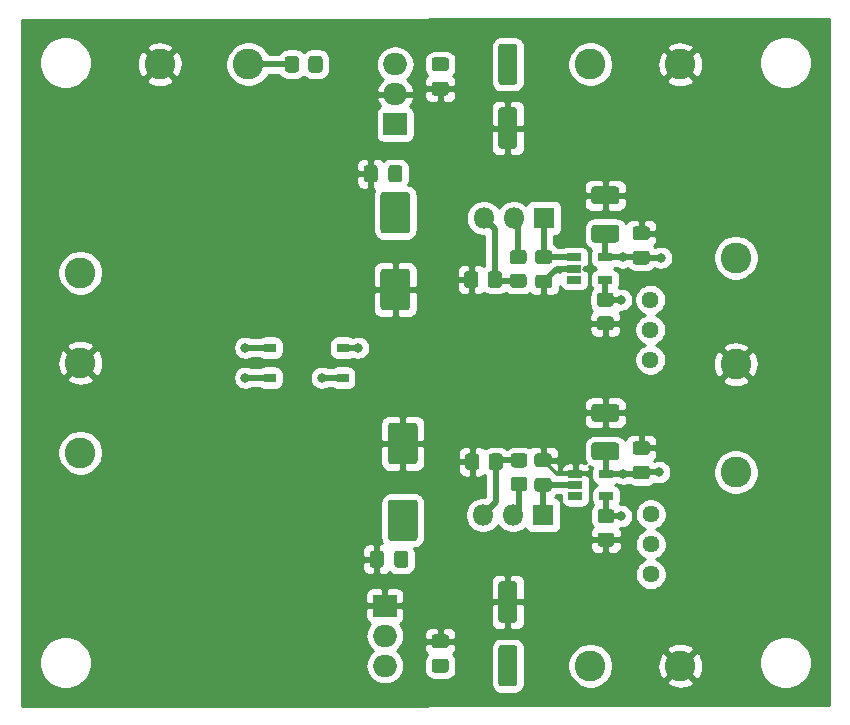
<source format=gbr>
G04 #@! TF.GenerationSoftware,KiCad,Pcbnew,(5.1.7-0-10_14)*
G04 #@! TF.CreationDate,2020-11-09T14:54:09+01:00*
G04 #@! TF.ProjectId,lv-lownoise-psu,6c762d6c-6f77-46e6-9f69-73652d707375,rev?*
G04 #@! TF.SameCoordinates,Original*
G04 #@! TF.FileFunction,Copper,L1,Top*
G04 #@! TF.FilePolarity,Positive*
%FSLAX46Y46*%
G04 Gerber Fmt 4.6, Leading zero omitted, Abs format (unit mm)*
G04 Created by KiCad (PCBNEW (5.1.7-0-10_14)) date 2020-11-09 14:54:09*
%MOMM*%
%LPD*%
G01*
G04 APERTURE LIST*
G04 #@! TA.AperFunction,ComponentPad*
%ADD10O,2.000000X1.905000*%
G04 #@! TD*
G04 #@! TA.AperFunction,ComponentPad*
%ADD11R,2.000000X1.905000*%
G04 #@! TD*
G04 #@! TA.AperFunction,ComponentPad*
%ADD12C,2.600000*%
G04 #@! TD*
G04 #@! TA.AperFunction,ComponentPad*
%ADD13O,1.800000X1.800000*%
G04 #@! TD*
G04 #@! TA.AperFunction,ComponentPad*
%ADD14R,1.800000X1.800000*%
G04 #@! TD*
G04 #@! TA.AperFunction,SMDPad,CuDef*
%ADD15R,1.220000X0.650000*%
G04 #@! TD*
G04 #@! TA.AperFunction,ComponentPad*
%ADD16C,1.440000*%
G04 #@! TD*
G04 #@! TA.AperFunction,SMDPad,CuDef*
%ADD17R,1.000000X0.800000*%
G04 #@! TD*
G04 #@! TA.AperFunction,ViaPad*
%ADD18C,0.800000*%
G04 #@! TD*
G04 #@! TA.AperFunction,ViaPad*
%ADD19C,0.600000*%
G04 #@! TD*
G04 #@! TA.AperFunction,Conductor*
%ADD20C,0.500000*%
G04 #@! TD*
G04 #@! TA.AperFunction,Conductor*
%ADD21C,0.250000*%
G04 #@! TD*
G04 #@! TA.AperFunction,Conductor*
%ADD22C,0.254000*%
G04 #@! TD*
G04 #@! TA.AperFunction,Conductor*
%ADD23C,0.100000*%
G04 #@! TD*
G04 APERTURE END LIST*
D10*
X112141000Y-87884000D03*
X112141000Y-85344000D03*
D11*
X112141000Y-82804000D03*
G04 #@! TA.AperFunction,SMDPad,CuDef*
G36*
G01*
X105683000Y-37407001D02*
X105683000Y-36506999D01*
G75*
G02*
X105932999Y-36257000I249999J0D01*
G01*
X106633001Y-36257000D01*
G75*
G02*
X106883000Y-36506999I0J-249999D01*
G01*
X106883000Y-37407001D01*
G75*
G02*
X106633001Y-37657000I-249999J0D01*
G01*
X105932999Y-37657000D01*
G75*
G02*
X105683000Y-37407001I0J249999D01*
G01*
G37*
G04 #@! TD.AperFunction*
G04 #@! TA.AperFunction,SMDPad,CuDef*
G36*
G01*
X103683000Y-37407001D02*
X103683000Y-36506999D01*
G75*
G02*
X103932999Y-36257000I249999J0D01*
G01*
X104633001Y-36257000D01*
G75*
G02*
X104883000Y-36506999I0J-249999D01*
G01*
X104883000Y-37407001D01*
G75*
G02*
X104633001Y-37657000I-249999J0D01*
G01*
X103932999Y-37657000D01*
G75*
G02*
X103683000Y-37407001I0J249999D01*
G01*
G37*
G04 #@! TD.AperFunction*
D12*
X129540000Y-87884000D03*
X137160000Y-87884000D03*
X93091000Y-36957000D03*
X100584000Y-36957000D03*
G04 #@! TA.AperFunction,SMDPad,CuDef*
G36*
G01*
X122005000Y-86134000D02*
X123105000Y-86134000D01*
G75*
G02*
X123355000Y-86384000I0J-250000D01*
G01*
X123355000Y-89384000D01*
G75*
G02*
X123105000Y-89634000I-250000J0D01*
G01*
X122005000Y-89634000D01*
G75*
G02*
X121755000Y-89384000I0J250000D01*
G01*
X121755000Y-86384000D01*
G75*
G02*
X122005000Y-86134000I250000J0D01*
G01*
G37*
G04 #@! TD.AperFunction*
G04 #@! TA.AperFunction,SMDPad,CuDef*
G36*
G01*
X122005000Y-80734000D02*
X123105000Y-80734000D01*
G75*
G02*
X123355000Y-80984000I0J-250000D01*
G01*
X123355000Y-83984000D01*
G75*
G02*
X123105000Y-84234000I-250000J0D01*
G01*
X122005000Y-84234000D01*
G75*
G02*
X121755000Y-83984000I0J250000D01*
G01*
X121755000Y-80984000D01*
G75*
G02*
X122005000Y-80734000I250000J0D01*
G01*
G37*
G04 #@! TD.AperFunction*
G04 #@! TA.AperFunction,SMDPad,CuDef*
G36*
G01*
X116365000Y-87296500D02*
X117315000Y-87296500D01*
G75*
G02*
X117565000Y-87546500I0J-250000D01*
G01*
X117565000Y-88221500D01*
G75*
G02*
X117315000Y-88471500I-250000J0D01*
G01*
X116365000Y-88471500D01*
G75*
G02*
X116115000Y-88221500I0J250000D01*
G01*
X116115000Y-87546500D01*
G75*
G02*
X116365000Y-87296500I250000J0D01*
G01*
G37*
G04 #@! TD.AperFunction*
G04 #@! TA.AperFunction,SMDPad,CuDef*
G36*
G01*
X116365000Y-85221500D02*
X117315000Y-85221500D01*
G75*
G02*
X117565000Y-85471500I0J-250000D01*
G01*
X117565000Y-86146500D01*
G75*
G02*
X117315000Y-86396500I-250000J0D01*
G01*
X116365000Y-86396500D01*
G75*
G02*
X116115000Y-86146500I0J250000D01*
G01*
X116115000Y-85471500D01*
G75*
G02*
X116365000Y-85221500I250000J0D01*
G01*
G37*
G04 #@! TD.AperFunction*
G04 #@! TA.AperFunction,SMDPad,CuDef*
G36*
G01*
X112950500Y-79342000D02*
X112950500Y-78392000D01*
G75*
G02*
X113200500Y-78142000I250000J0D01*
G01*
X113875500Y-78142000D01*
G75*
G02*
X114125500Y-78392000I0J-250000D01*
G01*
X114125500Y-79342000D01*
G75*
G02*
X113875500Y-79592000I-250000J0D01*
G01*
X113200500Y-79592000D01*
G75*
G02*
X112950500Y-79342000I0J250000D01*
G01*
G37*
G04 #@! TD.AperFunction*
G04 #@! TA.AperFunction,SMDPad,CuDef*
G36*
G01*
X110875500Y-79342000D02*
X110875500Y-78392000D01*
G75*
G02*
X111125500Y-78142000I250000J0D01*
G01*
X111800500Y-78142000D01*
G75*
G02*
X112050500Y-78392000I0J-250000D01*
G01*
X112050500Y-79342000D01*
G75*
G02*
X111800500Y-79592000I-250000J0D01*
G01*
X111125500Y-79592000D01*
G75*
G02*
X110875500Y-79342000I0J250000D01*
G01*
G37*
G04 #@! TD.AperFunction*
G04 #@! TA.AperFunction,SMDPad,CuDef*
G36*
G01*
X112665000Y-73815000D02*
X114665000Y-73815000D01*
G75*
G02*
X114915000Y-74065000I0J-250000D01*
G01*
X114915000Y-77065000D01*
G75*
G02*
X114665000Y-77315000I-250000J0D01*
G01*
X112665000Y-77315000D01*
G75*
G02*
X112415000Y-77065000I0J250000D01*
G01*
X112415000Y-74065000D01*
G75*
G02*
X112665000Y-73815000I250000J0D01*
G01*
G37*
G04 #@! TD.AperFunction*
G04 #@! TA.AperFunction,SMDPad,CuDef*
G36*
G01*
X112665000Y-67315000D02*
X114665000Y-67315000D01*
G75*
G02*
X114915000Y-67565000I0J-250000D01*
G01*
X114915000Y-70565000D01*
G75*
G02*
X114665000Y-70815000I-250000J0D01*
G01*
X112665000Y-70815000D01*
G75*
G02*
X112415000Y-70565000I0J250000D01*
G01*
X112415000Y-67565000D01*
G75*
G02*
X112665000Y-67315000I250000J0D01*
G01*
G37*
G04 #@! TD.AperFunction*
D10*
X113030000Y-36957000D03*
X113030000Y-39497000D03*
D11*
X113030000Y-42037000D03*
D12*
X137160000Y-36957000D03*
X129540000Y-36957000D03*
G04 #@! TA.AperFunction,SMDPad,CuDef*
G36*
G01*
X122005000Y-40607000D02*
X123105000Y-40607000D01*
G75*
G02*
X123355000Y-40857000I0J-250000D01*
G01*
X123355000Y-43857000D01*
G75*
G02*
X123105000Y-44107000I-250000J0D01*
G01*
X122005000Y-44107000D01*
G75*
G02*
X121755000Y-43857000I0J250000D01*
G01*
X121755000Y-40857000D01*
G75*
G02*
X122005000Y-40607000I250000J0D01*
G01*
G37*
G04 #@! TD.AperFunction*
G04 #@! TA.AperFunction,SMDPad,CuDef*
G36*
G01*
X122005000Y-35207000D02*
X123105000Y-35207000D01*
G75*
G02*
X123355000Y-35457000I0J-250000D01*
G01*
X123355000Y-38457000D01*
G75*
G02*
X123105000Y-38707000I-250000J0D01*
G01*
X122005000Y-38707000D01*
G75*
G02*
X121755000Y-38457000I0J250000D01*
G01*
X121755000Y-35457000D01*
G75*
G02*
X122005000Y-35207000I250000J0D01*
G01*
G37*
G04 #@! TD.AperFunction*
G04 #@! TA.AperFunction,SMDPad,CuDef*
G36*
G01*
X116365000Y-38444500D02*
X117315000Y-38444500D01*
G75*
G02*
X117565000Y-38694500I0J-250000D01*
G01*
X117565000Y-39369500D01*
G75*
G02*
X117315000Y-39619500I-250000J0D01*
G01*
X116365000Y-39619500D01*
G75*
G02*
X116115000Y-39369500I0J250000D01*
G01*
X116115000Y-38694500D01*
G75*
G02*
X116365000Y-38444500I250000J0D01*
G01*
G37*
G04 #@! TD.AperFunction*
G04 #@! TA.AperFunction,SMDPad,CuDef*
G36*
G01*
X116365000Y-36369500D02*
X117315000Y-36369500D01*
G75*
G02*
X117565000Y-36619500I0J-250000D01*
G01*
X117565000Y-37294500D01*
G75*
G02*
X117315000Y-37544500I-250000J0D01*
G01*
X116365000Y-37544500D01*
G75*
G02*
X116115000Y-37294500I0J250000D01*
G01*
X116115000Y-36619500D01*
G75*
G02*
X116365000Y-36369500I250000J0D01*
G01*
G37*
G04 #@! TD.AperFunction*
G04 #@! TA.AperFunction,SMDPad,CuDef*
G36*
G01*
X111542500Y-45753000D02*
X111542500Y-46703000D01*
G75*
G02*
X111292500Y-46953000I-250000J0D01*
G01*
X110617500Y-46953000D01*
G75*
G02*
X110367500Y-46703000I0J250000D01*
G01*
X110367500Y-45753000D01*
G75*
G02*
X110617500Y-45503000I250000J0D01*
G01*
X111292500Y-45503000D01*
G75*
G02*
X111542500Y-45753000I0J-250000D01*
G01*
G37*
G04 #@! TD.AperFunction*
G04 #@! TA.AperFunction,SMDPad,CuDef*
G36*
G01*
X113617500Y-45753000D02*
X113617500Y-46703000D01*
G75*
G02*
X113367500Y-46953000I-250000J0D01*
G01*
X112692500Y-46953000D01*
G75*
G02*
X112442500Y-46703000I0J250000D01*
G01*
X112442500Y-45753000D01*
G75*
G02*
X112692500Y-45503000I250000J0D01*
G01*
X113367500Y-45503000D01*
G75*
G02*
X113617500Y-45753000I0J-250000D01*
G01*
G37*
G04 #@! TD.AperFunction*
G04 #@! TA.AperFunction,SMDPad,CuDef*
G36*
G01*
X123057499Y-71901000D02*
X123957501Y-71901000D01*
G75*
G02*
X124207500Y-72150999I0J-249999D01*
G01*
X124207500Y-72851001D01*
G75*
G02*
X123957501Y-73101000I-249999J0D01*
G01*
X123057499Y-73101000D01*
G75*
G02*
X122807500Y-72851001I0J249999D01*
G01*
X122807500Y-72150999D01*
G75*
G02*
X123057499Y-71901000I249999J0D01*
G01*
G37*
G04 #@! TD.AperFunction*
G04 #@! TA.AperFunction,SMDPad,CuDef*
G36*
G01*
X123057499Y-69901000D02*
X123957501Y-69901000D01*
G75*
G02*
X124207500Y-70150999I0J-249999D01*
G01*
X124207500Y-70851001D01*
G75*
G02*
X123957501Y-71101000I-249999J0D01*
G01*
X123057499Y-71101000D01*
G75*
G02*
X122807500Y-70851001I0J249999D01*
G01*
X122807500Y-70150999D01*
G75*
G02*
X123057499Y-69901000I249999J0D01*
G01*
G37*
G04 #@! TD.AperFunction*
G04 #@! TA.AperFunction,SMDPad,CuDef*
G36*
G01*
X120939000Y-71062001D02*
X120939000Y-70161999D01*
G75*
G02*
X121188999Y-69912000I249999J0D01*
G01*
X121889001Y-69912000D01*
G75*
G02*
X122139000Y-70161999I0J-249999D01*
G01*
X122139000Y-71062001D01*
G75*
G02*
X121889001Y-71312000I-249999J0D01*
G01*
X121188999Y-71312000D01*
G75*
G02*
X120939000Y-71062001I0J249999D01*
G01*
G37*
G04 #@! TD.AperFunction*
G04 #@! TA.AperFunction,SMDPad,CuDef*
G36*
G01*
X118939000Y-71062001D02*
X118939000Y-70161999D01*
G75*
G02*
X119188999Y-69912000I249999J0D01*
G01*
X119889001Y-69912000D01*
G75*
G02*
X120139000Y-70161999I0J-249999D01*
G01*
X120139000Y-71062001D01*
G75*
G02*
X119889001Y-71312000I-249999J0D01*
G01*
X119188999Y-71312000D01*
G75*
G02*
X118939000Y-71062001I0J249999D01*
G01*
G37*
G04 #@! TD.AperFunction*
G04 #@! TA.AperFunction,SMDPad,CuDef*
G36*
G01*
X120059500Y-54731499D02*
X120059500Y-55631501D01*
G75*
G02*
X119809501Y-55881500I-249999J0D01*
G01*
X119109499Y-55881500D01*
G75*
G02*
X118859500Y-55631501I0J249999D01*
G01*
X118859500Y-54731499D01*
G75*
G02*
X119109499Y-54481500I249999J0D01*
G01*
X119809501Y-54481500D01*
G75*
G02*
X120059500Y-54731499I0J-249999D01*
G01*
G37*
G04 #@! TD.AperFunction*
G04 #@! TA.AperFunction,SMDPad,CuDef*
G36*
G01*
X122059500Y-54731499D02*
X122059500Y-55631501D01*
G75*
G02*
X121809501Y-55881500I-249999J0D01*
G01*
X121109499Y-55881500D01*
G75*
G02*
X120859500Y-55631501I0J249999D01*
G01*
X120859500Y-54731499D01*
G75*
G02*
X121109499Y-54481500I249999J0D01*
G01*
X121809501Y-54481500D01*
G75*
G02*
X122059500Y-54731499I0J-249999D01*
G01*
G37*
G04 #@! TD.AperFunction*
G04 #@! TA.AperFunction,SMDPad,CuDef*
G36*
G01*
X122993999Y-54692500D02*
X123894001Y-54692500D01*
G75*
G02*
X124144000Y-54942499I0J-249999D01*
G01*
X124144000Y-55642501D01*
G75*
G02*
X123894001Y-55892500I-249999J0D01*
G01*
X122993999Y-55892500D01*
G75*
G02*
X122744000Y-55642501I0J249999D01*
G01*
X122744000Y-54942499D01*
G75*
G02*
X122993999Y-54692500I249999J0D01*
G01*
G37*
G04 #@! TD.AperFunction*
G04 #@! TA.AperFunction,SMDPad,CuDef*
G36*
G01*
X122993999Y-52692500D02*
X123894001Y-52692500D01*
G75*
G02*
X124144000Y-52942499I0J-249999D01*
G01*
X124144000Y-53642501D01*
G75*
G02*
X123894001Y-53892500I-249999J0D01*
G01*
X122993999Y-53892500D01*
G75*
G02*
X122744000Y-53642501I0J249999D01*
G01*
X122744000Y-52942499D01*
G75*
G02*
X122993999Y-52692500I249999J0D01*
G01*
G37*
G04 #@! TD.AperFunction*
D13*
X120459500Y-75120500D03*
X122999500Y-75120500D03*
D14*
X125539500Y-75120500D03*
D13*
X120523000Y-49974500D03*
X123063000Y-49974500D03*
D14*
X125603000Y-49974500D03*
D15*
X130890000Y-71628000D03*
X130890000Y-73528000D03*
X128270000Y-73528000D03*
X128270000Y-72578000D03*
X128270000Y-71628000D03*
X130791001Y-53302001D03*
X130791001Y-55202001D03*
X128171001Y-55202001D03*
X128171001Y-54252001D03*
X128171001Y-53302001D03*
D16*
X134670800Y-80137000D03*
X134670800Y-77597000D03*
X134670800Y-75057000D03*
X134620000Y-61976000D03*
X134620000Y-59436000D03*
X134620000Y-56896000D03*
G04 #@! TA.AperFunction,SMDPad,CuDef*
G36*
G01*
X131310801Y-75809400D02*
X130410799Y-75809400D01*
G75*
G02*
X130160800Y-75559401I0J249999D01*
G01*
X130160800Y-74859399D01*
G75*
G02*
X130410799Y-74609400I249999J0D01*
G01*
X131310801Y-74609400D01*
G75*
G02*
X131560800Y-74859399I0J-249999D01*
G01*
X131560800Y-75559401D01*
G75*
G02*
X131310801Y-75809400I-249999J0D01*
G01*
G37*
G04 #@! TD.AperFunction*
G04 #@! TA.AperFunction,SMDPad,CuDef*
G36*
G01*
X131310801Y-77809400D02*
X130410799Y-77809400D01*
G75*
G02*
X130160800Y-77559401I0J249999D01*
G01*
X130160800Y-76859399D01*
G75*
G02*
X130410799Y-76609400I249999J0D01*
G01*
X131310801Y-76609400D01*
G75*
G02*
X131560800Y-76859399I0J-249999D01*
G01*
X131560800Y-77559401D01*
G75*
G02*
X131310801Y-77809400I-249999J0D01*
G01*
G37*
G04 #@! TD.AperFunction*
G04 #@! TA.AperFunction,SMDPad,CuDef*
G36*
G01*
X130359999Y-58296000D02*
X131260001Y-58296000D01*
G75*
G02*
X131510000Y-58545999I0J-249999D01*
G01*
X131510000Y-59246001D01*
G75*
G02*
X131260001Y-59496000I-249999J0D01*
G01*
X130359999Y-59496000D01*
G75*
G02*
X130110000Y-59246001I0J249999D01*
G01*
X130110000Y-58545999D01*
G75*
G02*
X130359999Y-58296000I249999J0D01*
G01*
G37*
G04 #@! TD.AperFunction*
G04 #@! TA.AperFunction,SMDPad,CuDef*
G36*
G01*
X130359999Y-56296000D02*
X131260001Y-56296000D01*
G75*
G02*
X131510000Y-56545999I0J-249999D01*
G01*
X131510000Y-57246001D01*
G75*
G02*
X131260001Y-57496000I-249999J0D01*
G01*
X130359999Y-57496000D01*
G75*
G02*
X130110000Y-57246001I0J249999D01*
G01*
X130110000Y-56545999D01*
G75*
G02*
X130359999Y-56296000I249999J0D01*
G01*
G37*
G04 #@! TD.AperFunction*
D12*
X141859000Y-71501000D03*
X141859000Y-62357000D03*
X141859000Y-53340000D03*
X86360000Y-54610000D03*
X86360000Y-62230000D03*
X86360000Y-69850000D03*
D17*
X108585000Y-60960000D03*
X108585000Y-63500000D03*
X102435000Y-63500000D03*
X102435000Y-60960000D03*
G04 #@! TA.AperFunction,SMDPad,CuDef*
G36*
G01*
X133383000Y-70935000D02*
X134333000Y-70935000D01*
G75*
G02*
X134583000Y-71185000I0J-250000D01*
G01*
X134583000Y-71860000D01*
G75*
G02*
X134333000Y-72110000I-250000J0D01*
G01*
X133383000Y-72110000D01*
G75*
G02*
X133133000Y-71860000I0J250000D01*
G01*
X133133000Y-71185000D01*
G75*
G02*
X133383000Y-70935000I250000J0D01*
G01*
G37*
G04 #@! TD.AperFunction*
G04 #@! TA.AperFunction,SMDPad,CuDef*
G36*
G01*
X133383000Y-68860000D02*
X134333000Y-68860000D01*
G75*
G02*
X134583000Y-69110000I0J-250000D01*
G01*
X134583000Y-69785000D01*
G75*
G02*
X134333000Y-70035000I-250000J0D01*
G01*
X133383000Y-70035000D01*
G75*
G02*
X133133000Y-69785000I0J250000D01*
G01*
X133133000Y-69110000D01*
G75*
G02*
X133383000Y-68860000I250000J0D01*
G01*
G37*
G04 #@! TD.AperFunction*
G04 #@! TA.AperFunction,SMDPad,CuDef*
G36*
G01*
X134333000Y-51852500D02*
X133383000Y-51852500D01*
G75*
G02*
X133133000Y-51602500I0J250000D01*
G01*
X133133000Y-50927500D01*
G75*
G02*
X133383000Y-50677500I250000J0D01*
G01*
X134333000Y-50677500D01*
G75*
G02*
X134583000Y-50927500I0J-250000D01*
G01*
X134583000Y-51602500D01*
G75*
G02*
X134333000Y-51852500I-250000J0D01*
G01*
G37*
G04 #@! TD.AperFunction*
G04 #@! TA.AperFunction,SMDPad,CuDef*
G36*
G01*
X134333000Y-53927500D02*
X133383000Y-53927500D01*
G75*
G02*
X133133000Y-53677500I0J250000D01*
G01*
X133133000Y-53002500D01*
G75*
G02*
X133383000Y-52752500I250000J0D01*
G01*
X134333000Y-52752500D01*
G75*
G02*
X134583000Y-53002500I0J-250000D01*
G01*
X134583000Y-53677500D01*
G75*
G02*
X134333000Y-53927500I-250000J0D01*
G01*
G37*
G04 #@! TD.AperFunction*
G04 #@! TA.AperFunction,SMDPad,CuDef*
G36*
G01*
X129885000Y-68973000D02*
X131735000Y-68973000D01*
G75*
G02*
X131985000Y-69223000I0J-250000D01*
G01*
X131985000Y-70223000D01*
G75*
G02*
X131735000Y-70473000I-250000J0D01*
G01*
X129885000Y-70473000D01*
G75*
G02*
X129635000Y-70223000I0J250000D01*
G01*
X129635000Y-69223000D01*
G75*
G02*
X129885000Y-68973000I250000J0D01*
G01*
G37*
G04 #@! TD.AperFunction*
G04 #@! TA.AperFunction,SMDPad,CuDef*
G36*
G01*
X129885000Y-65723000D02*
X131735000Y-65723000D01*
G75*
G02*
X131985000Y-65973000I0J-250000D01*
G01*
X131985000Y-66973000D01*
G75*
G02*
X131735000Y-67223000I-250000J0D01*
G01*
X129885000Y-67223000D01*
G75*
G02*
X129635000Y-66973000I0J250000D01*
G01*
X129635000Y-65973000D01*
G75*
G02*
X129885000Y-65723000I250000J0D01*
G01*
G37*
G04 #@! TD.AperFunction*
G04 #@! TA.AperFunction,SMDPad,CuDef*
G36*
G01*
X131735000Y-48808000D02*
X129885000Y-48808000D01*
G75*
G02*
X129635000Y-48558000I0J250000D01*
G01*
X129635000Y-47558000D01*
G75*
G02*
X129885000Y-47308000I250000J0D01*
G01*
X131735000Y-47308000D01*
G75*
G02*
X131985000Y-47558000I0J-250000D01*
G01*
X131985000Y-48558000D01*
G75*
G02*
X131735000Y-48808000I-250000J0D01*
G01*
G37*
G04 #@! TD.AperFunction*
G04 #@! TA.AperFunction,SMDPad,CuDef*
G36*
G01*
X131735000Y-52058000D02*
X129885000Y-52058000D01*
G75*
G02*
X129635000Y-51808000I0J250000D01*
G01*
X129635000Y-50808000D01*
G75*
G02*
X129885000Y-50558000I250000J0D01*
G01*
X131735000Y-50558000D01*
G75*
G02*
X131985000Y-50808000I0J-250000D01*
G01*
X131985000Y-51808000D01*
G75*
G02*
X131735000Y-52058000I-250000J0D01*
G01*
G37*
G04 #@! TD.AperFunction*
G04 #@! TA.AperFunction,SMDPad,CuDef*
G36*
G01*
X125064500Y-71972500D02*
X126014500Y-71972500D01*
G75*
G02*
X126264500Y-72222500I0J-250000D01*
G01*
X126264500Y-72897500D01*
G75*
G02*
X126014500Y-73147500I-250000J0D01*
G01*
X125064500Y-73147500D01*
G75*
G02*
X124814500Y-72897500I0J250000D01*
G01*
X124814500Y-72222500D01*
G75*
G02*
X125064500Y-71972500I250000J0D01*
G01*
G37*
G04 #@! TD.AperFunction*
G04 #@! TA.AperFunction,SMDPad,CuDef*
G36*
G01*
X125064500Y-69897500D02*
X126014500Y-69897500D01*
G75*
G02*
X126264500Y-70147500I0J-250000D01*
G01*
X126264500Y-70822500D01*
G75*
G02*
X126014500Y-71072500I-250000J0D01*
G01*
X125064500Y-71072500D01*
G75*
G02*
X124814500Y-70822500I0J250000D01*
G01*
X124814500Y-70147500D01*
G75*
G02*
X125064500Y-69897500I250000J0D01*
G01*
G37*
G04 #@! TD.AperFunction*
G04 #@! TA.AperFunction,SMDPad,CuDef*
G36*
G01*
X125128000Y-54764000D02*
X126078000Y-54764000D01*
G75*
G02*
X126328000Y-55014000I0J-250000D01*
G01*
X126328000Y-55689000D01*
G75*
G02*
X126078000Y-55939000I-250000J0D01*
G01*
X125128000Y-55939000D01*
G75*
G02*
X124878000Y-55689000I0J250000D01*
G01*
X124878000Y-55014000D01*
G75*
G02*
X125128000Y-54764000I250000J0D01*
G01*
G37*
G04 #@! TD.AperFunction*
G04 #@! TA.AperFunction,SMDPad,CuDef*
G36*
G01*
X125128000Y-52689000D02*
X126078000Y-52689000D01*
G75*
G02*
X126328000Y-52939000I0J-250000D01*
G01*
X126328000Y-53614000D01*
G75*
G02*
X126078000Y-53864000I-250000J0D01*
G01*
X125128000Y-53864000D01*
G75*
G02*
X124878000Y-53614000I0J250000D01*
G01*
X124878000Y-52939000D01*
G75*
G02*
X125128000Y-52689000I250000J0D01*
G01*
G37*
G04 #@! TD.AperFunction*
G04 #@! TA.AperFunction,SMDPad,CuDef*
G36*
G01*
X112030000Y-54280000D02*
X114030000Y-54280000D01*
G75*
G02*
X114280000Y-54530000I0J-250000D01*
G01*
X114280000Y-57530000D01*
G75*
G02*
X114030000Y-57780000I-250000J0D01*
G01*
X112030000Y-57780000D01*
G75*
G02*
X111780000Y-57530000I0J250000D01*
G01*
X111780000Y-54530000D01*
G75*
G02*
X112030000Y-54280000I250000J0D01*
G01*
G37*
G04 #@! TD.AperFunction*
G04 #@! TA.AperFunction,SMDPad,CuDef*
G36*
G01*
X112030000Y-47780000D02*
X114030000Y-47780000D01*
G75*
G02*
X114280000Y-48030000I0J-250000D01*
G01*
X114280000Y-51030000D01*
G75*
G02*
X114030000Y-51280000I-250000J0D01*
G01*
X112030000Y-51280000D01*
G75*
G02*
X111780000Y-51030000I0J250000D01*
G01*
X111780000Y-48030000D01*
G75*
G02*
X112030000Y-47780000I250000J0D01*
G01*
G37*
G04 #@! TD.AperFunction*
D18*
X113030000Y-49530000D03*
X113030000Y-46228000D03*
X106807000Y-63500000D03*
X132296001Y-53302001D03*
X135509000Y-53340000D03*
D19*
X130791001Y-53302001D03*
D18*
X135382000Y-71501000D03*
X132334000Y-71628000D03*
D19*
X130890000Y-71628000D03*
D18*
X100330000Y-63500000D03*
X100330000Y-60960000D03*
X132130800Y-56896000D03*
X132130800Y-75209400D03*
D19*
X128171001Y-55202001D03*
X128270000Y-73528000D03*
D18*
X116840000Y-36957000D03*
X122555000Y-36957000D03*
X106283000Y-36957000D03*
X113665000Y-75565000D03*
X113538000Y-78867000D03*
X109855000Y-60960000D03*
X116840000Y-87884000D03*
X122555000Y-87884000D03*
D20*
X126702499Y-54252001D02*
X125603000Y-55351500D01*
X128171001Y-54252001D02*
X126702499Y-54252001D01*
D21*
X126682500Y-71628000D02*
X125539500Y-70485000D01*
X128270000Y-71628000D02*
X126682500Y-71628000D01*
D20*
X123460000Y-53276500D02*
X123444000Y-53292500D01*
X123444000Y-50355500D02*
X123063000Y-49974500D01*
X123444000Y-53292500D02*
X123444000Y-50355500D01*
X108585000Y-63500000D02*
X106807000Y-63500000D01*
X133820001Y-53302001D02*
X133858000Y-53340000D01*
X130791001Y-51326999D02*
X130810000Y-51308000D01*
X130791001Y-53302001D02*
X130791001Y-51326999D01*
X132296001Y-53302001D02*
X133820001Y-53302001D01*
X130791001Y-53302001D02*
X132296001Y-53302001D01*
X133858000Y-53340000D02*
X135509000Y-53340000D01*
X130890000Y-69803000D02*
X130810000Y-69723000D01*
X130890000Y-71628000D02*
X130890000Y-69803000D01*
X133752500Y-71628000D02*
X133858000Y-71522500D01*
X135360500Y-71522500D02*
X135382000Y-71501000D01*
X133858000Y-71522500D02*
X135360500Y-71522500D01*
X132334000Y-71628000D02*
X133752500Y-71628000D01*
X130890000Y-71628000D02*
X132334000Y-71628000D01*
X102435000Y-63500000D02*
X100330000Y-63500000D01*
X102435000Y-60960000D02*
X100330000Y-60960000D01*
X130791001Y-56877001D02*
X130810000Y-56896000D01*
X130791001Y-55202001D02*
X130791001Y-56877001D01*
X130810000Y-56896000D02*
X132130800Y-56896000D01*
X130890000Y-75180200D02*
X130860800Y-75209400D01*
X130890000Y-73528000D02*
X130890000Y-75180200D01*
X130860800Y-75209400D02*
X132130800Y-75209400D01*
X128145500Y-53276500D02*
X128171001Y-53302001D01*
X125603000Y-53276500D02*
X128145500Y-53276500D01*
X125603000Y-49720500D02*
X125539500Y-49657000D01*
X125603000Y-53276500D02*
X125603000Y-49974500D01*
X125496500Y-72517000D02*
X125539500Y-72560000D01*
X128252000Y-72560000D02*
X128270000Y-72578000D01*
X125539500Y-72560000D02*
X128252000Y-72560000D01*
X125539500Y-75120500D02*
X125539500Y-72560000D01*
X121570500Y-55292500D02*
X121459500Y-55181500D01*
X123444000Y-55292500D02*
X121570500Y-55292500D01*
X121459500Y-50911000D02*
X120523000Y-49974500D01*
X121459500Y-55181500D02*
X121459500Y-50911000D01*
X121650000Y-70501000D02*
X121539000Y-70612000D01*
X121539000Y-74041000D02*
X120459500Y-75120500D01*
X121539000Y-70612000D02*
X121539000Y-74041000D01*
X123507500Y-70501000D02*
X121650000Y-70501000D01*
X106172000Y-36957000D02*
X106283000Y-36957000D01*
X123566500Y-72560000D02*
X123507500Y-72501000D01*
X123507500Y-74612500D02*
X122999500Y-75120500D01*
X123507500Y-72501000D02*
X123507500Y-74612500D01*
X108585000Y-60960000D02*
X109855000Y-60960000D01*
X104283000Y-36957000D02*
X100584000Y-36957000D01*
D22*
X149733000Y-91233772D02*
X81407000Y-91312853D01*
X81407000Y-87409872D01*
X82855000Y-87409872D01*
X82855000Y-87850128D01*
X82940890Y-88281925D01*
X83109369Y-88688669D01*
X83353962Y-89054729D01*
X83665271Y-89366038D01*
X84031331Y-89610631D01*
X84438075Y-89779110D01*
X84869872Y-89865000D01*
X85310128Y-89865000D01*
X85741925Y-89779110D01*
X86148669Y-89610631D01*
X86514729Y-89366038D01*
X86826038Y-89054729D01*
X87070631Y-88688669D01*
X87239110Y-88281925D01*
X87325000Y-87850128D01*
X87325000Y-87409872D01*
X87239110Y-86978075D01*
X87070631Y-86571331D01*
X86826038Y-86205271D01*
X86514729Y-85893962D01*
X86148669Y-85649369D01*
X85741925Y-85480890D01*
X85310128Y-85395000D01*
X84869872Y-85395000D01*
X84438075Y-85480890D01*
X84031331Y-85649369D01*
X83665271Y-85893962D01*
X83353962Y-86205271D01*
X83109369Y-86571331D01*
X82940890Y-86978075D01*
X82855000Y-87409872D01*
X81407000Y-87409872D01*
X81407000Y-85344000D01*
X110498319Y-85344000D01*
X110528970Y-85655204D01*
X110619745Y-85954449D01*
X110767155Y-86230235D01*
X110965537Y-86471963D01*
X111138609Y-86614000D01*
X110965537Y-86756037D01*
X110767155Y-86997765D01*
X110619745Y-87273551D01*
X110528970Y-87572796D01*
X110498319Y-87884000D01*
X110528970Y-88195204D01*
X110619745Y-88494449D01*
X110767155Y-88770235D01*
X110965537Y-89011963D01*
X111207265Y-89210345D01*
X111483051Y-89357755D01*
X111782296Y-89448530D01*
X112015514Y-89471500D01*
X112266486Y-89471500D01*
X112499704Y-89448530D01*
X112798949Y-89357755D01*
X113074735Y-89210345D01*
X113316463Y-89011963D01*
X113514845Y-88770235D01*
X113662255Y-88494449D01*
X113753030Y-88195204D01*
X113783681Y-87884000D01*
X113753030Y-87572796D01*
X113662255Y-87273551D01*
X113514845Y-86997765D01*
X113316463Y-86756037D01*
X113143391Y-86614000D01*
X113316463Y-86471963D01*
X113378394Y-86396500D01*
X115476928Y-86396500D01*
X115489188Y-86520982D01*
X115525498Y-86640680D01*
X115584463Y-86750994D01*
X115663815Y-86847685D01*
X115743594Y-86913158D01*
X115737038Y-86918538D01*
X115626595Y-87053114D01*
X115544528Y-87206650D01*
X115493992Y-87373246D01*
X115476928Y-87546500D01*
X115476928Y-88221500D01*
X115493992Y-88394754D01*
X115544528Y-88561350D01*
X115626595Y-88714886D01*
X115737038Y-88849462D01*
X115871614Y-88959905D01*
X116025150Y-89041972D01*
X116191746Y-89092508D01*
X116365000Y-89109572D01*
X117315000Y-89109572D01*
X117488254Y-89092508D01*
X117654850Y-89041972D01*
X117808386Y-88959905D01*
X117942962Y-88849462D01*
X118053405Y-88714886D01*
X118135472Y-88561350D01*
X118186008Y-88394754D01*
X118203072Y-88221500D01*
X118203072Y-87546500D01*
X118186008Y-87373246D01*
X118135472Y-87206650D01*
X118053405Y-87053114D01*
X117942962Y-86918538D01*
X117936406Y-86913158D01*
X118016185Y-86847685D01*
X118095537Y-86750994D01*
X118154502Y-86640680D01*
X118190812Y-86520982D01*
X118203072Y-86396500D01*
X118202945Y-86384000D01*
X121116928Y-86384000D01*
X121116928Y-89384000D01*
X121133992Y-89557254D01*
X121184528Y-89723850D01*
X121266595Y-89877386D01*
X121377038Y-90011962D01*
X121511614Y-90122405D01*
X121665150Y-90204472D01*
X121831746Y-90255008D01*
X122005000Y-90272072D01*
X123105000Y-90272072D01*
X123278254Y-90255008D01*
X123444850Y-90204472D01*
X123598386Y-90122405D01*
X123732962Y-90011962D01*
X123843405Y-89877386D01*
X123925472Y-89723850D01*
X123976008Y-89557254D01*
X123993072Y-89384000D01*
X123993072Y-87693419D01*
X127605000Y-87693419D01*
X127605000Y-88074581D01*
X127679361Y-88448419D01*
X127825225Y-88800566D01*
X128036987Y-89117491D01*
X128306509Y-89387013D01*
X128623434Y-89598775D01*
X128975581Y-89744639D01*
X129349419Y-89819000D01*
X129730581Y-89819000D01*
X130104419Y-89744639D01*
X130456566Y-89598775D01*
X130773491Y-89387013D01*
X130927280Y-89233224D01*
X135990381Y-89233224D01*
X136122317Y-89528312D01*
X136463045Y-89699159D01*
X136830557Y-89800250D01*
X137210729Y-89827701D01*
X137588951Y-89780457D01*
X137950690Y-89660333D01*
X138197683Y-89528312D01*
X138329619Y-89233224D01*
X137160000Y-88063605D01*
X135990381Y-89233224D01*
X130927280Y-89233224D01*
X131043013Y-89117491D01*
X131254775Y-88800566D01*
X131400639Y-88448419D01*
X131475000Y-88074581D01*
X131475000Y-87934729D01*
X135216299Y-87934729D01*
X135263543Y-88312951D01*
X135383667Y-88674690D01*
X135515688Y-88921683D01*
X135810776Y-89053619D01*
X136980395Y-87884000D01*
X137339605Y-87884000D01*
X138509224Y-89053619D01*
X138804312Y-88921683D01*
X138975159Y-88580955D01*
X139076250Y-88213443D01*
X139103701Y-87833271D01*
X139056457Y-87455049D01*
X139041455Y-87409872D01*
X143815000Y-87409872D01*
X143815000Y-87850128D01*
X143900890Y-88281925D01*
X144069369Y-88688669D01*
X144313962Y-89054729D01*
X144625271Y-89366038D01*
X144991331Y-89610631D01*
X145398075Y-89779110D01*
X145829872Y-89865000D01*
X146270128Y-89865000D01*
X146701925Y-89779110D01*
X147108669Y-89610631D01*
X147474729Y-89366038D01*
X147786038Y-89054729D01*
X148030631Y-88688669D01*
X148199110Y-88281925D01*
X148285000Y-87850128D01*
X148285000Y-87409872D01*
X148199110Y-86978075D01*
X148030631Y-86571331D01*
X147786038Y-86205271D01*
X147474729Y-85893962D01*
X147108669Y-85649369D01*
X146701925Y-85480890D01*
X146270128Y-85395000D01*
X145829872Y-85395000D01*
X145398075Y-85480890D01*
X144991331Y-85649369D01*
X144625271Y-85893962D01*
X144313962Y-86205271D01*
X144069369Y-86571331D01*
X143900890Y-86978075D01*
X143815000Y-87409872D01*
X139041455Y-87409872D01*
X138936333Y-87093310D01*
X138804312Y-86846317D01*
X138509224Y-86714381D01*
X137339605Y-87884000D01*
X136980395Y-87884000D01*
X135810776Y-86714381D01*
X135515688Y-86846317D01*
X135344841Y-87187045D01*
X135243750Y-87554557D01*
X135216299Y-87934729D01*
X131475000Y-87934729D01*
X131475000Y-87693419D01*
X131400639Y-87319581D01*
X131254775Y-86967434D01*
X131043013Y-86650509D01*
X130927280Y-86534776D01*
X135990381Y-86534776D01*
X137160000Y-87704395D01*
X138329619Y-86534776D01*
X138197683Y-86239688D01*
X137856955Y-86068841D01*
X137489443Y-85967750D01*
X137109271Y-85940299D01*
X136731049Y-85987543D01*
X136369310Y-86107667D01*
X136122317Y-86239688D01*
X135990381Y-86534776D01*
X130927280Y-86534776D01*
X130773491Y-86380987D01*
X130456566Y-86169225D01*
X130104419Y-86023361D01*
X129730581Y-85949000D01*
X129349419Y-85949000D01*
X128975581Y-86023361D01*
X128623434Y-86169225D01*
X128306509Y-86380987D01*
X128036987Y-86650509D01*
X127825225Y-86967434D01*
X127679361Y-87319581D01*
X127605000Y-87693419D01*
X123993072Y-87693419D01*
X123993072Y-86384000D01*
X123976008Y-86210746D01*
X123925472Y-86044150D01*
X123843405Y-85890614D01*
X123732962Y-85756038D01*
X123598386Y-85645595D01*
X123444850Y-85563528D01*
X123278254Y-85512992D01*
X123105000Y-85495928D01*
X122005000Y-85495928D01*
X121831746Y-85512992D01*
X121665150Y-85563528D01*
X121511614Y-85645595D01*
X121377038Y-85756038D01*
X121266595Y-85890614D01*
X121184528Y-86044150D01*
X121133992Y-86210746D01*
X121116928Y-86384000D01*
X118202945Y-86384000D01*
X118200000Y-86094750D01*
X118041250Y-85936000D01*
X116967000Y-85936000D01*
X116967000Y-85956000D01*
X116713000Y-85956000D01*
X116713000Y-85936000D01*
X115638750Y-85936000D01*
X115480000Y-86094750D01*
X115476928Y-86396500D01*
X113378394Y-86396500D01*
X113514845Y-86230235D01*
X113662255Y-85954449D01*
X113753030Y-85655204D01*
X113783681Y-85344000D01*
X113771616Y-85221500D01*
X115476928Y-85221500D01*
X115480000Y-85523250D01*
X115638750Y-85682000D01*
X116713000Y-85682000D01*
X116713000Y-84745250D01*
X116967000Y-84745250D01*
X116967000Y-85682000D01*
X118041250Y-85682000D01*
X118200000Y-85523250D01*
X118203072Y-85221500D01*
X118190812Y-85097018D01*
X118154502Y-84977320D01*
X118095537Y-84867006D01*
X118016185Y-84770315D01*
X117919494Y-84690963D01*
X117809180Y-84631998D01*
X117689482Y-84595688D01*
X117565000Y-84583428D01*
X117125750Y-84586500D01*
X116967000Y-84745250D01*
X116713000Y-84745250D01*
X116554250Y-84586500D01*
X116115000Y-84583428D01*
X115990518Y-84595688D01*
X115870820Y-84631998D01*
X115760506Y-84690963D01*
X115663815Y-84770315D01*
X115584463Y-84867006D01*
X115525498Y-84977320D01*
X115489188Y-85097018D01*
X115476928Y-85221500D01*
X113771616Y-85221500D01*
X113753030Y-85032796D01*
X113662255Y-84733551D01*
X113514845Y-84457765D01*
X113411554Y-84331905D01*
X113495494Y-84287037D01*
X113560119Y-84234000D01*
X121116928Y-84234000D01*
X121129188Y-84358482D01*
X121165498Y-84478180D01*
X121224463Y-84588494D01*
X121303815Y-84685185D01*
X121400506Y-84764537D01*
X121510820Y-84823502D01*
X121630518Y-84859812D01*
X121755000Y-84872072D01*
X122269250Y-84869000D01*
X122428000Y-84710250D01*
X122428000Y-82611000D01*
X122682000Y-82611000D01*
X122682000Y-84710250D01*
X122840750Y-84869000D01*
X123355000Y-84872072D01*
X123479482Y-84859812D01*
X123599180Y-84823502D01*
X123709494Y-84764537D01*
X123806185Y-84685185D01*
X123885537Y-84588494D01*
X123944502Y-84478180D01*
X123980812Y-84358482D01*
X123993072Y-84234000D01*
X123990000Y-82769750D01*
X123831250Y-82611000D01*
X122682000Y-82611000D01*
X122428000Y-82611000D01*
X121278750Y-82611000D01*
X121120000Y-82769750D01*
X121116928Y-84234000D01*
X113560119Y-84234000D01*
X113592185Y-84207685D01*
X113671537Y-84110994D01*
X113730502Y-84000680D01*
X113766812Y-83880982D01*
X113779072Y-83756500D01*
X113776000Y-83089750D01*
X113617250Y-82931000D01*
X112268000Y-82931000D01*
X112268000Y-82951000D01*
X112014000Y-82951000D01*
X112014000Y-82931000D01*
X110664750Y-82931000D01*
X110506000Y-83089750D01*
X110502928Y-83756500D01*
X110515188Y-83880982D01*
X110551498Y-84000680D01*
X110610463Y-84110994D01*
X110689815Y-84207685D01*
X110786506Y-84287037D01*
X110870446Y-84331905D01*
X110767155Y-84457765D01*
X110619745Y-84733551D01*
X110528970Y-85032796D01*
X110498319Y-85344000D01*
X81407000Y-85344000D01*
X81407000Y-81851500D01*
X110502928Y-81851500D01*
X110506000Y-82518250D01*
X110664750Y-82677000D01*
X112014000Y-82677000D01*
X112014000Y-81375250D01*
X112268000Y-81375250D01*
X112268000Y-82677000D01*
X113617250Y-82677000D01*
X113776000Y-82518250D01*
X113779072Y-81851500D01*
X113766812Y-81727018D01*
X113730502Y-81607320D01*
X113671537Y-81497006D01*
X113592185Y-81400315D01*
X113495494Y-81320963D01*
X113385180Y-81261998D01*
X113265482Y-81225688D01*
X113141000Y-81213428D01*
X112426750Y-81216500D01*
X112268000Y-81375250D01*
X112014000Y-81375250D01*
X111855250Y-81216500D01*
X111141000Y-81213428D01*
X111016518Y-81225688D01*
X110896820Y-81261998D01*
X110786506Y-81320963D01*
X110689815Y-81400315D01*
X110610463Y-81497006D01*
X110551498Y-81607320D01*
X110515188Y-81727018D01*
X110502928Y-81851500D01*
X81407000Y-81851500D01*
X81407000Y-80734000D01*
X121116928Y-80734000D01*
X121120000Y-82198250D01*
X121278750Y-82357000D01*
X122428000Y-82357000D01*
X122428000Y-80257750D01*
X122682000Y-80257750D01*
X122682000Y-82357000D01*
X123831250Y-82357000D01*
X123990000Y-82198250D01*
X123993072Y-80734000D01*
X123980812Y-80609518D01*
X123944502Y-80489820D01*
X123885537Y-80379506D01*
X123806185Y-80282815D01*
X123709494Y-80203463D01*
X123599180Y-80144498D01*
X123479482Y-80108188D01*
X123355000Y-80095928D01*
X122840750Y-80099000D01*
X122682000Y-80257750D01*
X122428000Y-80257750D01*
X122269250Y-80099000D01*
X121755000Y-80095928D01*
X121630518Y-80108188D01*
X121510820Y-80144498D01*
X121400506Y-80203463D01*
X121303815Y-80282815D01*
X121224463Y-80379506D01*
X121165498Y-80489820D01*
X121129188Y-80609518D01*
X121116928Y-80734000D01*
X81407000Y-80734000D01*
X81407000Y-79592000D01*
X110237428Y-79592000D01*
X110249688Y-79716482D01*
X110285998Y-79836180D01*
X110344963Y-79946494D01*
X110424315Y-80043185D01*
X110521006Y-80122537D01*
X110631320Y-80181502D01*
X110751018Y-80217812D01*
X110875500Y-80230072D01*
X111177250Y-80227000D01*
X111336000Y-80068250D01*
X111336000Y-78994000D01*
X110399250Y-78994000D01*
X110240500Y-79152750D01*
X110237428Y-79592000D01*
X81407000Y-79592000D01*
X81407000Y-78142000D01*
X110237428Y-78142000D01*
X110240500Y-78581250D01*
X110399250Y-78740000D01*
X111336000Y-78740000D01*
X111336000Y-77665750D01*
X111590000Y-77665750D01*
X111590000Y-78740000D01*
X111610000Y-78740000D01*
X111610000Y-78994000D01*
X111590000Y-78994000D01*
X111590000Y-80068250D01*
X111748750Y-80227000D01*
X112050500Y-80230072D01*
X112174982Y-80217812D01*
X112294680Y-80181502D01*
X112404994Y-80122537D01*
X112501685Y-80043185D01*
X112567158Y-79963406D01*
X112572538Y-79969962D01*
X112707114Y-80080405D01*
X112860650Y-80162472D01*
X113027246Y-80213008D01*
X113200500Y-80230072D01*
X113875500Y-80230072D01*
X114048754Y-80213008D01*
X114215350Y-80162472D01*
X114368886Y-80080405D01*
X114503462Y-79969962D01*
X114613905Y-79835386D01*
X114695972Y-79681850D01*
X114746508Y-79515254D01*
X114763572Y-79342000D01*
X114763572Y-78392000D01*
X114746508Y-78218746D01*
X114695972Y-78052150D01*
X114643014Y-77953072D01*
X114665000Y-77953072D01*
X114838254Y-77936008D01*
X115004850Y-77885472D01*
X115147170Y-77809400D01*
X129522728Y-77809400D01*
X129534988Y-77933882D01*
X129571298Y-78053580D01*
X129630263Y-78163894D01*
X129709615Y-78260585D01*
X129806306Y-78339937D01*
X129916620Y-78398902D01*
X130036318Y-78435212D01*
X130160800Y-78447472D01*
X130575050Y-78444400D01*
X130733800Y-78285650D01*
X130733800Y-77336400D01*
X130987800Y-77336400D01*
X130987800Y-78285650D01*
X131146550Y-78444400D01*
X131560800Y-78447472D01*
X131685282Y-78435212D01*
X131804980Y-78398902D01*
X131915294Y-78339937D01*
X132011985Y-78260585D01*
X132091337Y-78163894D01*
X132150302Y-78053580D01*
X132186612Y-77933882D01*
X132198872Y-77809400D01*
X132195800Y-77495150D01*
X132037050Y-77336400D01*
X130987800Y-77336400D01*
X130733800Y-77336400D01*
X129684550Y-77336400D01*
X129525800Y-77495150D01*
X129522728Y-77809400D01*
X115147170Y-77809400D01*
X115158386Y-77803405D01*
X115292962Y-77692962D01*
X115403405Y-77558386D01*
X115485472Y-77404850D01*
X115536008Y-77238254D01*
X115553072Y-77065000D01*
X115553072Y-74969316D01*
X118924500Y-74969316D01*
X118924500Y-75271684D01*
X118983489Y-75568243D01*
X119099201Y-75847595D01*
X119267188Y-76099005D01*
X119480995Y-76312812D01*
X119732405Y-76480799D01*
X120011757Y-76596511D01*
X120308316Y-76655500D01*
X120610684Y-76655500D01*
X120907243Y-76596511D01*
X121186595Y-76480799D01*
X121438005Y-76312812D01*
X121651812Y-76099005D01*
X121729500Y-75982737D01*
X121807188Y-76099005D01*
X122020995Y-76312812D01*
X122272405Y-76480799D01*
X122551757Y-76596511D01*
X122848316Y-76655500D01*
X123150684Y-76655500D01*
X123447243Y-76596511D01*
X123726595Y-76480799D01*
X123978005Y-76312812D01*
X124044444Y-76246373D01*
X124049998Y-76264680D01*
X124108963Y-76374994D01*
X124188315Y-76471685D01*
X124285006Y-76551037D01*
X124395320Y-76610002D01*
X124515018Y-76646312D01*
X124639500Y-76658572D01*
X126439500Y-76658572D01*
X126563982Y-76646312D01*
X126683680Y-76610002D01*
X126793994Y-76551037D01*
X126890685Y-76471685D01*
X126970037Y-76374994D01*
X127029002Y-76264680D01*
X127065312Y-76144982D01*
X127077572Y-76020500D01*
X127077572Y-74220500D01*
X127065312Y-74096018D01*
X127029002Y-73976320D01*
X126970037Y-73866006D01*
X126890685Y-73769315D01*
X126793994Y-73689963D01*
X126683680Y-73630998D01*
X126563982Y-73594688D01*
X126558739Y-73594172D01*
X126642462Y-73525462D01*
X126708495Y-73445000D01*
X127021928Y-73445000D01*
X127021928Y-73853000D01*
X127034188Y-73977482D01*
X127070498Y-74097180D01*
X127129463Y-74207494D01*
X127208815Y-74304185D01*
X127305506Y-74383537D01*
X127415820Y-74442502D01*
X127535518Y-74478812D01*
X127660000Y-74491072D01*
X128880000Y-74491072D01*
X129004482Y-74478812D01*
X129124180Y-74442502D01*
X129234494Y-74383537D01*
X129331185Y-74304185D01*
X129410537Y-74207494D01*
X129469502Y-74097180D01*
X129505812Y-73977482D01*
X129518072Y-73853000D01*
X129518072Y-73203000D01*
X129505812Y-73078518D01*
X129498071Y-73053000D01*
X129505812Y-73027482D01*
X129518072Y-72903000D01*
X129518072Y-72253000D01*
X129505812Y-72128518D01*
X129498071Y-72103000D01*
X129505812Y-72077482D01*
X129518072Y-71953000D01*
X129515000Y-71913750D01*
X129356250Y-71755000D01*
X129274141Y-71755000D01*
X129234494Y-71722463D01*
X129124180Y-71663498D01*
X129004482Y-71627188D01*
X128880000Y-71614928D01*
X127660000Y-71614928D01*
X127535518Y-71627188D01*
X127415820Y-71663498D01*
X127394302Y-71675000D01*
X126708495Y-71675000D01*
X126642462Y-71594538D01*
X126635906Y-71589158D01*
X126715685Y-71523685D01*
X126795037Y-71426994D01*
X126854002Y-71316680D01*
X126858151Y-71303000D01*
X127021928Y-71303000D01*
X127025000Y-71342250D01*
X127183750Y-71501000D01*
X128143000Y-71501000D01*
X128143000Y-70826750D01*
X128397000Y-70826750D01*
X128397000Y-71501000D01*
X129356250Y-71501000D01*
X129515000Y-71342250D01*
X129518072Y-71303000D01*
X129505812Y-71178518D01*
X129469502Y-71058820D01*
X129427759Y-70980725D01*
X129545150Y-71043472D01*
X129682514Y-71085141D01*
X129654188Y-71178518D01*
X129641928Y-71303000D01*
X129641928Y-71953000D01*
X129654188Y-72077482D01*
X129690498Y-72197180D01*
X129749463Y-72307494D01*
X129828815Y-72404185D01*
X129925506Y-72483537D01*
X130035820Y-72542502D01*
X130152841Y-72578000D01*
X130035820Y-72613498D01*
X129925506Y-72672463D01*
X129828815Y-72751815D01*
X129749463Y-72848506D01*
X129690498Y-72958820D01*
X129654188Y-73078518D01*
X129641928Y-73203000D01*
X129641928Y-73853000D01*
X129654188Y-73977482D01*
X129690498Y-74097180D01*
X129749463Y-74207494D01*
X129775976Y-74239800D01*
X129672395Y-74366013D01*
X129590328Y-74519549D01*
X129539792Y-74686145D01*
X129522728Y-74859399D01*
X129522728Y-75559401D01*
X129539792Y-75732655D01*
X129590328Y-75899251D01*
X129672395Y-76052787D01*
X129739076Y-76134037D01*
X129709615Y-76158215D01*
X129630263Y-76254906D01*
X129571298Y-76365220D01*
X129534988Y-76484918D01*
X129522728Y-76609400D01*
X129525800Y-76923650D01*
X129684550Y-77082400D01*
X130733800Y-77082400D01*
X130733800Y-77062400D01*
X130987800Y-77062400D01*
X130987800Y-77082400D01*
X132037050Y-77082400D01*
X132195800Y-76923650D01*
X132198872Y-76609400D01*
X132186612Y-76484918D01*
X132150302Y-76365220D01*
X132091337Y-76254906D01*
X132082715Y-76244400D01*
X132232739Y-76244400D01*
X132432698Y-76204626D01*
X132621056Y-76126605D01*
X132790574Y-76013337D01*
X132934737Y-75869174D01*
X133048005Y-75699656D01*
X133126026Y-75511298D01*
X133165800Y-75311339D01*
X133165800Y-75107461D01*
X133129217Y-74923544D01*
X133315800Y-74923544D01*
X133315800Y-75190456D01*
X133367872Y-75452239D01*
X133470015Y-75698833D01*
X133618303Y-75920762D01*
X133807038Y-76109497D01*
X134028967Y-76257785D01*
X134196066Y-76327000D01*
X134028967Y-76396215D01*
X133807038Y-76544503D01*
X133618303Y-76733238D01*
X133470015Y-76955167D01*
X133367872Y-77201761D01*
X133315800Y-77463544D01*
X133315800Y-77730456D01*
X133367872Y-77992239D01*
X133470015Y-78238833D01*
X133618303Y-78460762D01*
X133807038Y-78649497D01*
X134028967Y-78797785D01*
X134196066Y-78867000D01*
X134028967Y-78936215D01*
X133807038Y-79084503D01*
X133618303Y-79273238D01*
X133470015Y-79495167D01*
X133367872Y-79741761D01*
X133315800Y-80003544D01*
X133315800Y-80270456D01*
X133367872Y-80532239D01*
X133470015Y-80778833D01*
X133618303Y-81000762D01*
X133807038Y-81189497D01*
X134028967Y-81337785D01*
X134275561Y-81439928D01*
X134537344Y-81492000D01*
X134804256Y-81492000D01*
X135066039Y-81439928D01*
X135312633Y-81337785D01*
X135534562Y-81189497D01*
X135723297Y-81000762D01*
X135871585Y-80778833D01*
X135973728Y-80532239D01*
X136025800Y-80270456D01*
X136025800Y-80003544D01*
X135973728Y-79741761D01*
X135871585Y-79495167D01*
X135723297Y-79273238D01*
X135534562Y-79084503D01*
X135312633Y-78936215D01*
X135145534Y-78867000D01*
X135312633Y-78797785D01*
X135534562Y-78649497D01*
X135723297Y-78460762D01*
X135871585Y-78238833D01*
X135973728Y-77992239D01*
X136025800Y-77730456D01*
X136025800Y-77463544D01*
X135973728Y-77201761D01*
X135871585Y-76955167D01*
X135723297Y-76733238D01*
X135534562Y-76544503D01*
X135312633Y-76396215D01*
X135145534Y-76327000D01*
X135312633Y-76257785D01*
X135534562Y-76109497D01*
X135723297Y-75920762D01*
X135871585Y-75698833D01*
X135973728Y-75452239D01*
X136025800Y-75190456D01*
X136025800Y-74923544D01*
X135973728Y-74661761D01*
X135871585Y-74415167D01*
X135723297Y-74193238D01*
X135534562Y-74004503D01*
X135312633Y-73856215D01*
X135066039Y-73754072D01*
X134804256Y-73702000D01*
X134537344Y-73702000D01*
X134275561Y-73754072D01*
X134028967Y-73856215D01*
X133807038Y-74004503D01*
X133618303Y-74193238D01*
X133470015Y-74415167D01*
X133367872Y-74661761D01*
X133315800Y-74923544D01*
X133129217Y-74923544D01*
X133126026Y-74907502D01*
X133048005Y-74719144D01*
X132934737Y-74549626D01*
X132790574Y-74405463D01*
X132621056Y-74292195D01*
X132432698Y-74214174D01*
X132232739Y-74174400D01*
X132048226Y-74174400D01*
X132089502Y-74097180D01*
X132125812Y-73977482D01*
X132138072Y-73853000D01*
X132138072Y-73203000D01*
X132125812Y-73078518D01*
X132089502Y-72958820D01*
X132030537Y-72848506D01*
X131951185Y-72751815D01*
X131854494Y-72672463D01*
X131744180Y-72613498D01*
X131627159Y-72578000D01*
X131744180Y-72542502D01*
X131797247Y-72514137D01*
X131843744Y-72545205D01*
X132032102Y-72623226D01*
X132232061Y-72663000D01*
X132435939Y-72663000D01*
X132635898Y-72623226D01*
X132824256Y-72545205D01*
X132824550Y-72545009D01*
X132889614Y-72598405D01*
X133043150Y-72680472D01*
X133209746Y-72731008D01*
X133383000Y-72748072D01*
X134333000Y-72748072D01*
X134506254Y-72731008D01*
X134672850Y-72680472D01*
X134826386Y-72598405D01*
X134960962Y-72487962D01*
X134986126Y-72457300D01*
X135080102Y-72496226D01*
X135280061Y-72536000D01*
X135483939Y-72536000D01*
X135683898Y-72496226D01*
X135872256Y-72418205D01*
X136041774Y-72304937D01*
X136185937Y-72160774D01*
X136299205Y-71991256D01*
X136377226Y-71802898D01*
X136417000Y-71602939D01*
X136417000Y-71399061D01*
X136399369Y-71310419D01*
X139924000Y-71310419D01*
X139924000Y-71691581D01*
X139998361Y-72065419D01*
X140144225Y-72417566D01*
X140355987Y-72734491D01*
X140625509Y-73004013D01*
X140942434Y-73215775D01*
X141294581Y-73361639D01*
X141668419Y-73436000D01*
X142049581Y-73436000D01*
X142423419Y-73361639D01*
X142775566Y-73215775D01*
X143092491Y-73004013D01*
X143362013Y-72734491D01*
X143573775Y-72417566D01*
X143719639Y-72065419D01*
X143794000Y-71691581D01*
X143794000Y-71310419D01*
X143719639Y-70936581D01*
X143573775Y-70584434D01*
X143362013Y-70267509D01*
X143092491Y-69997987D01*
X142775566Y-69786225D01*
X142423419Y-69640361D01*
X142049581Y-69566000D01*
X141668419Y-69566000D01*
X141294581Y-69640361D01*
X140942434Y-69786225D01*
X140625509Y-69997987D01*
X140355987Y-70267509D01*
X140144225Y-70584434D01*
X139998361Y-70936581D01*
X139924000Y-71310419D01*
X136399369Y-71310419D01*
X136377226Y-71199102D01*
X136299205Y-71010744D01*
X136185937Y-70841226D01*
X136041774Y-70697063D01*
X135872256Y-70583795D01*
X135683898Y-70505774D01*
X135483939Y-70466000D01*
X135280061Y-70466000D01*
X135080102Y-70505774D01*
X134959412Y-70555766D01*
X134954406Y-70551658D01*
X135034185Y-70486185D01*
X135113537Y-70389494D01*
X135172502Y-70279180D01*
X135208812Y-70159482D01*
X135221072Y-70035000D01*
X135218000Y-69733250D01*
X135059250Y-69574500D01*
X133985000Y-69574500D01*
X133985000Y-69594500D01*
X133731000Y-69594500D01*
X133731000Y-69574500D01*
X133711000Y-69574500D01*
X133711000Y-69320500D01*
X133731000Y-69320500D01*
X133731000Y-68383750D01*
X133985000Y-68383750D01*
X133985000Y-69320500D01*
X135059250Y-69320500D01*
X135218000Y-69161750D01*
X135221072Y-68860000D01*
X135208812Y-68735518D01*
X135172502Y-68615820D01*
X135113537Y-68505506D01*
X135034185Y-68408815D01*
X134937494Y-68329463D01*
X134827180Y-68270498D01*
X134707482Y-68234188D01*
X134583000Y-68221928D01*
X134143750Y-68225000D01*
X133985000Y-68383750D01*
X133731000Y-68383750D01*
X133572250Y-68225000D01*
X133133000Y-68221928D01*
X133008518Y-68234188D01*
X132888820Y-68270498D01*
X132778506Y-68329463D01*
X132681815Y-68408815D01*
X132602463Y-68505506D01*
X132543498Y-68615820D01*
X132507188Y-68735518D01*
X132502423Y-68783902D01*
X132473405Y-68729614D01*
X132362962Y-68595038D01*
X132228386Y-68484595D01*
X132074850Y-68402528D01*
X131908254Y-68351992D01*
X131735000Y-68334928D01*
X129885000Y-68334928D01*
X129711746Y-68351992D01*
X129545150Y-68402528D01*
X129391614Y-68484595D01*
X129257038Y-68595038D01*
X129146595Y-68729614D01*
X129064528Y-68883150D01*
X129013992Y-69049746D01*
X128996928Y-69223000D01*
X128996928Y-70223000D01*
X129013992Y-70396254D01*
X129064528Y-70562850D01*
X129146595Y-70716386D01*
X129159889Y-70732585D01*
X129124180Y-70713498D01*
X129004482Y-70677188D01*
X128880000Y-70664928D01*
X128555750Y-70668000D01*
X128397000Y-70826750D01*
X128143000Y-70826750D01*
X127984250Y-70668000D01*
X127660000Y-70664928D01*
X127535518Y-70677188D01*
X127415820Y-70713498D01*
X127305506Y-70772463D01*
X127208815Y-70851815D01*
X127129463Y-70948506D01*
X127070498Y-71058820D01*
X127034188Y-71178518D01*
X127021928Y-71303000D01*
X126858151Y-71303000D01*
X126890312Y-71196982D01*
X126902572Y-71072500D01*
X126899500Y-70770750D01*
X126740750Y-70612000D01*
X125666500Y-70612000D01*
X125666500Y-70632000D01*
X125412500Y-70632000D01*
X125412500Y-70612000D01*
X125392500Y-70612000D01*
X125392500Y-70358000D01*
X125412500Y-70358000D01*
X125412500Y-69421250D01*
X125666500Y-69421250D01*
X125666500Y-70358000D01*
X126740750Y-70358000D01*
X126899500Y-70199250D01*
X126902572Y-69897500D01*
X126890312Y-69773018D01*
X126854002Y-69653320D01*
X126795037Y-69543006D01*
X126715685Y-69446315D01*
X126618994Y-69366963D01*
X126508680Y-69307998D01*
X126388982Y-69271688D01*
X126264500Y-69259428D01*
X125825250Y-69262500D01*
X125666500Y-69421250D01*
X125412500Y-69421250D01*
X125253750Y-69262500D01*
X124814500Y-69259428D01*
X124690018Y-69271688D01*
X124570320Y-69307998D01*
X124460006Y-69366963D01*
X124422737Y-69397549D01*
X124297351Y-69330528D01*
X124130755Y-69279992D01*
X123957501Y-69262928D01*
X123057499Y-69262928D01*
X122884245Y-69279992D01*
X122717649Y-69330528D01*
X122564113Y-69412595D01*
X122466548Y-69492664D01*
X122382387Y-69423595D01*
X122228851Y-69341528D01*
X122062255Y-69290992D01*
X121889001Y-69273928D01*
X121188999Y-69273928D01*
X121015745Y-69290992D01*
X120849149Y-69341528D01*
X120695613Y-69423595D01*
X120614363Y-69490276D01*
X120590185Y-69460815D01*
X120493494Y-69381463D01*
X120383180Y-69322498D01*
X120263482Y-69286188D01*
X120139000Y-69273928D01*
X119824750Y-69277000D01*
X119666000Y-69435750D01*
X119666000Y-70485000D01*
X119686000Y-70485000D01*
X119686000Y-70739000D01*
X119666000Y-70739000D01*
X119666000Y-71788250D01*
X119824750Y-71947000D01*
X120139000Y-71950072D01*
X120263482Y-71937812D01*
X120383180Y-71901502D01*
X120493494Y-71842537D01*
X120590185Y-71763185D01*
X120614363Y-71733724D01*
X120654000Y-71766254D01*
X120654001Y-73594116D01*
X120610684Y-73585500D01*
X120308316Y-73585500D01*
X120011757Y-73644489D01*
X119732405Y-73760201D01*
X119480995Y-73928188D01*
X119267188Y-74141995D01*
X119099201Y-74393405D01*
X118983489Y-74672757D01*
X118924500Y-74969316D01*
X115553072Y-74969316D01*
X115553072Y-74065000D01*
X115536008Y-73891746D01*
X115485472Y-73725150D01*
X115403405Y-73571614D01*
X115292962Y-73437038D01*
X115158386Y-73326595D01*
X115004850Y-73244528D01*
X114838254Y-73193992D01*
X114665000Y-73176928D01*
X112665000Y-73176928D01*
X112491746Y-73193992D01*
X112325150Y-73244528D01*
X112171614Y-73326595D01*
X112037038Y-73437038D01*
X111926595Y-73571614D01*
X111844528Y-73725150D01*
X111793992Y-73891746D01*
X111776928Y-74065000D01*
X111776928Y-77065000D01*
X111793992Y-77238254D01*
X111844528Y-77404850D01*
X111898315Y-77505477D01*
X111748750Y-77507000D01*
X111590000Y-77665750D01*
X111336000Y-77665750D01*
X111177250Y-77507000D01*
X110875500Y-77503928D01*
X110751018Y-77516188D01*
X110631320Y-77552498D01*
X110521006Y-77611463D01*
X110424315Y-77690815D01*
X110344963Y-77787506D01*
X110285998Y-77897820D01*
X110249688Y-78017518D01*
X110237428Y-78142000D01*
X81407000Y-78142000D01*
X81407000Y-69659419D01*
X84425000Y-69659419D01*
X84425000Y-70040581D01*
X84499361Y-70414419D01*
X84645225Y-70766566D01*
X84856987Y-71083491D01*
X85126509Y-71353013D01*
X85443434Y-71564775D01*
X85795581Y-71710639D01*
X86169419Y-71785000D01*
X86550581Y-71785000D01*
X86924419Y-71710639D01*
X87276566Y-71564775D01*
X87593491Y-71353013D01*
X87863013Y-71083491D01*
X88042412Y-70815000D01*
X111776928Y-70815000D01*
X111789188Y-70939482D01*
X111825498Y-71059180D01*
X111884463Y-71169494D01*
X111963815Y-71266185D01*
X112060506Y-71345537D01*
X112170820Y-71404502D01*
X112290518Y-71440812D01*
X112415000Y-71453072D01*
X113379250Y-71450000D01*
X113538000Y-71291250D01*
X113538000Y-69192000D01*
X113792000Y-69192000D01*
X113792000Y-71291250D01*
X113950750Y-71450000D01*
X114915000Y-71453072D01*
X115039482Y-71440812D01*
X115159180Y-71404502D01*
X115269494Y-71345537D01*
X115310359Y-71312000D01*
X118300928Y-71312000D01*
X118313188Y-71436482D01*
X118349498Y-71556180D01*
X118408463Y-71666494D01*
X118487815Y-71763185D01*
X118584506Y-71842537D01*
X118694820Y-71901502D01*
X118814518Y-71937812D01*
X118939000Y-71950072D01*
X119253250Y-71947000D01*
X119412000Y-71788250D01*
X119412000Y-70739000D01*
X118462750Y-70739000D01*
X118304000Y-70897750D01*
X118300928Y-71312000D01*
X115310359Y-71312000D01*
X115366185Y-71266185D01*
X115445537Y-71169494D01*
X115504502Y-71059180D01*
X115540812Y-70939482D01*
X115553072Y-70815000D01*
X115551178Y-69912000D01*
X118300928Y-69912000D01*
X118304000Y-70326250D01*
X118462750Y-70485000D01*
X119412000Y-70485000D01*
X119412000Y-69435750D01*
X119253250Y-69277000D01*
X118939000Y-69273928D01*
X118814518Y-69286188D01*
X118694820Y-69322498D01*
X118584506Y-69381463D01*
X118487815Y-69460815D01*
X118408463Y-69557506D01*
X118349498Y-69667820D01*
X118313188Y-69787518D01*
X118300928Y-69912000D01*
X115551178Y-69912000D01*
X115550000Y-69350750D01*
X115391250Y-69192000D01*
X113792000Y-69192000D01*
X113538000Y-69192000D01*
X111938750Y-69192000D01*
X111780000Y-69350750D01*
X111776928Y-70815000D01*
X88042412Y-70815000D01*
X88074775Y-70766566D01*
X88220639Y-70414419D01*
X88295000Y-70040581D01*
X88295000Y-69659419D01*
X88220639Y-69285581D01*
X88074775Y-68933434D01*
X87863013Y-68616509D01*
X87593491Y-68346987D01*
X87276566Y-68135225D01*
X86924419Y-67989361D01*
X86550581Y-67915000D01*
X86169419Y-67915000D01*
X85795581Y-67989361D01*
X85443434Y-68135225D01*
X85126509Y-68346987D01*
X84856987Y-68616509D01*
X84645225Y-68933434D01*
X84499361Y-69285581D01*
X84425000Y-69659419D01*
X81407000Y-69659419D01*
X81407000Y-67315000D01*
X111776928Y-67315000D01*
X111780000Y-68779250D01*
X111938750Y-68938000D01*
X113538000Y-68938000D01*
X113538000Y-66838750D01*
X113792000Y-66838750D01*
X113792000Y-68938000D01*
X115391250Y-68938000D01*
X115550000Y-68779250D01*
X115553072Y-67315000D01*
X115544012Y-67223000D01*
X128996928Y-67223000D01*
X129009188Y-67347482D01*
X129045498Y-67467180D01*
X129104463Y-67577494D01*
X129183815Y-67674185D01*
X129280506Y-67753537D01*
X129390820Y-67812502D01*
X129510518Y-67848812D01*
X129635000Y-67861072D01*
X130524250Y-67858000D01*
X130683000Y-67699250D01*
X130683000Y-66600000D01*
X130937000Y-66600000D01*
X130937000Y-67699250D01*
X131095750Y-67858000D01*
X131985000Y-67861072D01*
X132109482Y-67848812D01*
X132229180Y-67812502D01*
X132339494Y-67753537D01*
X132436185Y-67674185D01*
X132515537Y-67577494D01*
X132574502Y-67467180D01*
X132610812Y-67347482D01*
X132623072Y-67223000D01*
X132620000Y-66758750D01*
X132461250Y-66600000D01*
X130937000Y-66600000D01*
X130683000Y-66600000D01*
X129158750Y-66600000D01*
X129000000Y-66758750D01*
X128996928Y-67223000D01*
X115544012Y-67223000D01*
X115540812Y-67190518D01*
X115504502Y-67070820D01*
X115445537Y-66960506D01*
X115366185Y-66863815D01*
X115269494Y-66784463D01*
X115159180Y-66725498D01*
X115039482Y-66689188D01*
X114915000Y-66676928D01*
X113950750Y-66680000D01*
X113792000Y-66838750D01*
X113538000Y-66838750D01*
X113379250Y-66680000D01*
X112415000Y-66676928D01*
X112290518Y-66689188D01*
X112170820Y-66725498D01*
X112060506Y-66784463D01*
X111963815Y-66863815D01*
X111884463Y-66960506D01*
X111825498Y-67070820D01*
X111789188Y-67190518D01*
X111776928Y-67315000D01*
X81407000Y-67315000D01*
X81407000Y-65723000D01*
X128996928Y-65723000D01*
X129000000Y-66187250D01*
X129158750Y-66346000D01*
X130683000Y-66346000D01*
X130683000Y-65246750D01*
X130937000Y-65246750D01*
X130937000Y-66346000D01*
X132461250Y-66346000D01*
X132620000Y-66187250D01*
X132623072Y-65723000D01*
X132610812Y-65598518D01*
X132574502Y-65478820D01*
X132515537Y-65368506D01*
X132436185Y-65271815D01*
X132339494Y-65192463D01*
X132229180Y-65133498D01*
X132109482Y-65097188D01*
X131985000Y-65084928D01*
X131095750Y-65088000D01*
X130937000Y-65246750D01*
X130683000Y-65246750D01*
X130524250Y-65088000D01*
X129635000Y-65084928D01*
X129510518Y-65097188D01*
X129390820Y-65133498D01*
X129280506Y-65192463D01*
X129183815Y-65271815D01*
X129104463Y-65368506D01*
X129045498Y-65478820D01*
X129009188Y-65598518D01*
X128996928Y-65723000D01*
X81407000Y-65723000D01*
X81407000Y-63579224D01*
X85190381Y-63579224D01*
X85322317Y-63874312D01*
X85663045Y-64045159D01*
X86030557Y-64146250D01*
X86410729Y-64173701D01*
X86788951Y-64126457D01*
X87150690Y-64006333D01*
X87397683Y-63874312D01*
X87529619Y-63579224D01*
X86360000Y-62409605D01*
X85190381Y-63579224D01*
X81407000Y-63579224D01*
X81407000Y-62280729D01*
X84416299Y-62280729D01*
X84463543Y-62658951D01*
X84583667Y-63020690D01*
X84715688Y-63267683D01*
X85010776Y-63399619D01*
X86180395Y-62230000D01*
X86539605Y-62230000D01*
X87709224Y-63399619D01*
X87712708Y-63398061D01*
X99295000Y-63398061D01*
X99295000Y-63601939D01*
X99334774Y-63801898D01*
X99412795Y-63990256D01*
X99526063Y-64159774D01*
X99670226Y-64303937D01*
X99839744Y-64417205D01*
X100028102Y-64495226D01*
X100228061Y-64535000D01*
X100431939Y-64535000D01*
X100631898Y-64495226D01*
X100820256Y-64417205D01*
X100868454Y-64385000D01*
X101525019Y-64385000D01*
X101580506Y-64430537D01*
X101690820Y-64489502D01*
X101810518Y-64525812D01*
X101935000Y-64538072D01*
X102935000Y-64538072D01*
X103059482Y-64525812D01*
X103179180Y-64489502D01*
X103289494Y-64430537D01*
X103386185Y-64351185D01*
X103465537Y-64254494D01*
X103524502Y-64144180D01*
X103560812Y-64024482D01*
X103573072Y-63900000D01*
X103573072Y-63398061D01*
X105772000Y-63398061D01*
X105772000Y-63601939D01*
X105811774Y-63801898D01*
X105889795Y-63990256D01*
X106003063Y-64159774D01*
X106147226Y-64303937D01*
X106316744Y-64417205D01*
X106505102Y-64495226D01*
X106705061Y-64535000D01*
X106908939Y-64535000D01*
X107108898Y-64495226D01*
X107297256Y-64417205D01*
X107345454Y-64385000D01*
X107675019Y-64385000D01*
X107730506Y-64430537D01*
X107840820Y-64489502D01*
X107960518Y-64525812D01*
X108085000Y-64538072D01*
X109085000Y-64538072D01*
X109209482Y-64525812D01*
X109329180Y-64489502D01*
X109439494Y-64430537D01*
X109536185Y-64351185D01*
X109615537Y-64254494D01*
X109674502Y-64144180D01*
X109710812Y-64024482D01*
X109723072Y-63900000D01*
X109723072Y-63706224D01*
X140689381Y-63706224D01*
X140821317Y-64001312D01*
X141162045Y-64172159D01*
X141529557Y-64273250D01*
X141909729Y-64300701D01*
X142287951Y-64253457D01*
X142649690Y-64133333D01*
X142896683Y-64001312D01*
X143028619Y-63706224D01*
X141859000Y-62536605D01*
X140689381Y-63706224D01*
X109723072Y-63706224D01*
X109723072Y-63100000D01*
X109710812Y-62975518D01*
X109674502Y-62855820D01*
X109615537Y-62745506D01*
X109536185Y-62648815D01*
X109439494Y-62569463D01*
X109329180Y-62510498D01*
X109209482Y-62474188D01*
X109085000Y-62461928D01*
X108085000Y-62461928D01*
X107960518Y-62474188D01*
X107840820Y-62510498D01*
X107730506Y-62569463D01*
X107675019Y-62615000D01*
X107345454Y-62615000D01*
X107297256Y-62582795D01*
X107108898Y-62504774D01*
X106908939Y-62465000D01*
X106705061Y-62465000D01*
X106505102Y-62504774D01*
X106316744Y-62582795D01*
X106147226Y-62696063D01*
X106003063Y-62840226D01*
X105889795Y-63009744D01*
X105811774Y-63198102D01*
X105772000Y-63398061D01*
X103573072Y-63398061D01*
X103573072Y-63100000D01*
X103560812Y-62975518D01*
X103524502Y-62855820D01*
X103465537Y-62745506D01*
X103386185Y-62648815D01*
X103289494Y-62569463D01*
X103179180Y-62510498D01*
X103059482Y-62474188D01*
X102935000Y-62461928D01*
X101935000Y-62461928D01*
X101810518Y-62474188D01*
X101690820Y-62510498D01*
X101580506Y-62569463D01*
X101525019Y-62615000D01*
X100868454Y-62615000D01*
X100820256Y-62582795D01*
X100631898Y-62504774D01*
X100431939Y-62465000D01*
X100228061Y-62465000D01*
X100028102Y-62504774D01*
X99839744Y-62582795D01*
X99670226Y-62696063D01*
X99526063Y-62840226D01*
X99412795Y-63009744D01*
X99334774Y-63198102D01*
X99295000Y-63398061D01*
X87712708Y-63398061D01*
X88004312Y-63267683D01*
X88175159Y-62926955D01*
X88276250Y-62559443D01*
X88303701Y-62179271D01*
X88256457Y-61801049D01*
X88136333Y-61439310D01*
X88004312Y-61192317D01*
X87709224Y-61060381D01*
X86539605Y-62230000D01*
X86180395Y-62230000D01*
X85010776Y-61060381D01*
X84715688Y-61192317D01*
X84544841Y-61533045D01*
X84443750Y-61900557D01*
X84416299Y-62280729D01*
X81407000Y-62280729D01*
X81407000Y-60880776D01*
X85190381Y-60880776D01*
X86360000Y-62050395D01*
X87529619Y-60880776D01*
X87519463Y-60858061D01*
X99295000Y-60858061D01*
X99295000Y-61061939D01*
X99334774Y-61261898D01*
X99412795Y-61450256D01*
X99526063Y-61619774D01*
X99670226Y-61763937D01*
X99839744Y-61877205D01*
X100028102Y-61955226D01*
X100228061Y-61995000D01*
X100431939Y-61995000D01*
X100631898Y-61955226D01*
X100820256Y-61877205D01*
X100868454Y-61845000D01*
X101525019Y-61845000D01*
X101580506Y-61890537D01*
X101690820Y-61949502D01*
X101810518Y-61985812D01*
X101935000Y-61998072D01*
X102935000Y-61998072D01*
X103059482Y-61985812D01*
X103179180Y-61949502D01*
X103289494Y-61890537D01*
X103386185Y-61811185D01*
X103465537Y-61714494D01*
X103524502Y-61604180D01*
X103560812Y-61484482D01*
X103573072Y-61360000D01*
X103573072Y-60560000D01*
X107446928Y-60560000D01*
X107446928Y-61360000D01*
X107459188Y-61484482D01*
X107495498Y-61604180D01*
X107554463Y-61714494D01*
X107633815Y-61811185D01*
X107730506Y-61890537D01*
X107840820Y-61949502D01*
X107960518Y-61985812D01*
X108085000Y-61998072D01*
X109085000Y-61998072D01*
X109209482Y-61985812D01*
X109329180Y-61949502D01*
X109420911Y-61900470D01*
X109553102Y-61955226D01*
X109753061Y-61995000D01*
X109956939Y-61995000D01*
X110156898Y-61955226D01*
X110345256Y-61877205D01*
X110514774Y-61763937D01*
X110658937Y-61619774D01*
X110772205Y-61450256D01*
X110850226Y-61261898D01*
X110890000Y-61061939D01*
X110890000Y-60858061D01*
X110850226Y-60658102D01*
X110772205Y-60469744D01*
X110658937Y-60300226D01*
X110514774Y-60156063D01*
X110345256Y-60042795D01*
X110156898Y-59964774D01*
X109956939Y-59925000D01*
X109753061Y-59925000D01*
X109553102Y-59964774D01*
X109420911Y-60019530D01*
X109329180Y-59970498D01*
X109209482Y-59934188D01*
X109085000Y-59921928D01*
X108085000Y-59921928D01*
X107960518Y-59934188D01*
X107840820Y-59970498D01*
X107730506Y-60029463D01*
X107633815Y-60108815D01*
X107554463Y-60205506D01*
X107495498Y-60315820D01*
X107459188Y-60435518D01*
X107446928Y-60560000D01*
X103573072Y-60560000D01*
X103560812Y-60435518D01*
X103524502Y-60315820D01*
X103465537Y-60205506D01*
X103386185Y-60108815D01*
X103289494Y-60029463D01*
X103179180Y-59970498D01*
X103059482Y-59934188D01*
X102935000Y-59921928D01*
X101935000Y-59921928D01*
X101810518Y-59934188D01*
X101690820Y-59970498D01*
X101580506Y-60029463D01*
X101525019Y-60075000D01*
X100868454Y-60075000D01*
X100820256Y-60042795D01*
X100631898Y-59964774D01*
X100431939Y-59925000D01*
X100228061Y-59925000D01*
X100028102Y-59964774D01*
X99839744Y-60042795D01*
X99670226Y-60156063D01*
X99526063Y-60300226D01*
X99412795Y-60469744D01*
X99334774Y-60658102D01*
X99295000Y-60858061D01*
X87519463Y-60858061D01*
X87397683Y-60585688D01*
X87056955Y-60414841D01*
X86689443Y-60313750D01*
X86309271Y-60286299D01*
X85931049Y-60333543D01*
X85569310Y-60453667D01*
X85322317Y-60585688D01*
X85190381Y-60880776D01*
X81407000Y-60880776D01*
X81407000Y-59496000D01*
X129471928Y-59496000D01*
X129484188Y-59620482D01*
X129520498Y-59740180D01*
X129579463Y-59850494D01*
X129658815Y-59947185D01*
X129755506Y-60026537D01*
X129865820Y-60085502D01*
X129985518Y-60121812D01*
X130110000Y-60134072D01*
X130524250Y-60131000D01*
X130683000Y-59972250D01*
X130683000Y-59023000D01*
X130937000Y-59023000D01*
X130937000Y-59972250D01*
X131095750Y-60131000D01*
X131510000Y-60134072D01*
X131634482Y-60121812D01*
X131754180Y-60085502D01*
X131864494Y-60026537D01*
X131961185Y-59947185D01*
X132040537Y-59850494D01*
X132099502Y-59740180D01*
X132135812Y-59620482D01*
X132148072Y-59496000D01*
X132145000Y-59181750D01*
X131986250Y-59023000D01*
X130937000Y-59023000D01*
X130683000Y-59023000D01*
X129633750Y-59023000D01*
X129475000Y-59181750D01*
X129471928Y-59496000D01*
X81407000Y-59496000D01*
X81407000Y-57780000D01*
X111141928Y-57780000D01*
X111154188Y-57904482D01*
X111190498Y-58024180D01*
X111249463Y-58134494D01*
X111328815Y-58231185D01*
X111425506Y-58310537D01*
X111535820Y-58369502D01*
X111655518Y-58405812D01*
X111780000Y-58418072D01*
X112744250Y-58415000D01*
X112903000Y-58256250D01*
X112903000Y-56157000D01*
X113157000Y-56157000D01*
X113157000Y-58256250D01*
X113315750Y-58415000D01*
X114280000Y-58418072D01*
X114404482Y-58405812D01*
X114524180Y-58369502D01*
X114634494Y-58310537D01*
X114731185Y-58231185D01*
X114810537Y-58134494D01*
X114869502Y-58024180D01*
X114905812Y-57904482D01*
X114918072Y-57780000D01*
X114915000Y-56315750D01*
X114756250Y-56157000D01*
X113157000Y-56157000D01*
X112903000Y-56157000D01*
X111303750Y-56157000D01*
X111145000Y-56315750D01*
X111141928Y-57780000D01*
X81407000Y-57780000D01*
X81407000Y-54419419D01*
X84425000Y-54419419D01*
X84425000Y-54800581D01*
X84499361Y-55174419D01*
X84645225Y-55526566D01*
X84856987Y-55843491D01*
X85126509Y-56113013D01*
X85443434Y-56324775D01*
X85795581Y-56470639D01*
X86169419Y-56545000D01*
X86550581Y-56545000D01*
X86924419Y-56470639D01*
X87276566Y-56324775D01*
X87593491Y-56113013D01*
X87863013Y-55843491D01*
X88074775Y-55526566D01*
X88220639Y-55174419D01*
X88295000Y-54800581D01*
X88295000Y-54419419D01*
X88267268Y-54280000D01*
X111141928Y-54280000D01*
X111145000Y-55744250D01*
X111303750Y-55903000D01*
X112903000Y-55903000D01*
X112903000Y-53803750D01*
X113157000Y-53803750D01*
X113157000Y-55903000D01*
X114756250Y-55903000D01*
X114777750Y-55881500D01*
X118221428Y-55881500D01*
X118233688Y-56005982D01*
X118269998Y-56125680D01*
X118328963Y-56235994D01*
X118408315Y-56332685D01*
X118505006Y-56412037D01*
X118615320Y-56471002D01*
X118735018Y-56507312D01*
X118859500Y-56519572D01*
X119173750Y-56516500D01*
X119332500Y-56357750D01*
X119332500Y-55308500D01*
X118383250Y-55308500D01*
X118224500Y-55467250D01*
X118221428Y-55881500D01*
X114777750Y-55881500D01*
X114915000Y-55744250D01*
X114917649Y-54481500D01*
X118221428Y-54481500D01*
X118224500Y-54895750D01*
X118383250Y-55054500D01*
X119332500Y-55054500D01*
X119332500Y-54005250D01*
X119173750Y-53846500D01*
X118859500Y-53843428D01*
X118735018Y-53855688D01*
X118615320Y-53891998D01*
X118505006Y-53950963D01*
X118408315Y-54030315D01*
X118328963Y-54127006D01*
X118269998Y-54237320D01*
X118233688Y-54357018D01*
X118221428Y-54481500D01*
X114917649Y-54481500D01*
X114918072Y-54280000D01*
X114905812Y-54155518D01*
X114869502Y-54035820D01*
X114810537Y-53925506D01*
X114731185Y-53828815D01*
X114634494Y-53749463D01*
X114524180Y-53690498D01*
X114404482Y-53654188D01*
X114280000Y-53641928D01*
X113315750Y-53645000D01*
X113157000Y-53803750D01*
X112903000Y-53803750D01*
X112744250Y-53645000D01*
X111780000Y-53641928D01*
X111655518Y-53654188D01*
X111535820Y-53690498D01*
X111425506Y-53749463D01*
X111328815Y-53828815D01*
X111249463Y-53925506D01*
X111190498Y-54035820D01*
X111154188Y-54155518D01*
X111141928Y-54280000D01*
X88267268Y-54280000D01*
X88220639Y-54045581D01*
X88074775Y-53693434D01*
X87863013Y-53376509D01*
X87593491Y-53106987D01*
X87276566Y-52895225D01*
X86924419Y-52749361D01*
X86550581Y-52675000D01*
X86169419Y-52675000D01*
X85795581Y-52749361D01*
X85443434Y-52895225D01*
X85126509Y-53106987D01*
X84856987Y-53376509D01*
X84645225Y-53693434D01*
X84499361Y-54045581D01*
X84425000Y-54419419D01*
X81407000Y-54419419D01*
X81407000Y-46953000D01*
X109729428Y-46953000D01*
X109741688Y-47077482D01*
X109777998Y-47197180D01*
X109836963Y-47307494D01*
X109916315Y-47404185D01*
X110013006Y-47483537D01*
X110123320Y-47542502D01*
X110243018Y-47578812D01*
X110367500Y-47591072D01*
X110669250Y-47588000D01*
X110828000Y-47429250D01*
X110828000Y-46355000D01*
X109891250Y-46355000D01*
X109732500Y-46513750D01*
X109729428Y-46953000D01*
X81407000Y-46953000D01*
X81407000Y-45503000D01*
X109729428Y-45503000D01*
X109732500Y-45942250D01*
X109891250Y-46101000D01*
X110828000Y-46101000D01*
X110828000Y-45026750D01*
X111082000Y-45026750D01*
X111082000Y-46101000D01*
X111102000Y-46101000D01*
X111102000Y-46355000D01*
X111082000Y-46355000D01*
X111082000Y-47429250D01*
X111240750Y-47588000D01*
X111264002Y-47588237D01*
X111209528Y-47690150D01*
X111158992Y-47856746D01*
X111141928Y-48030000D01*
X111141928Y-51030000D01*
X111158992Y-51203254D01*
X111209528Y-51369850D01*
X111291595Y-51523386D01*
X111402038Y-51657962D01*
X111536614Y-51768405D01*
X111690150Y-51850472D01*
X111856746Y-51901008D01*
X112030000Y-51918072D01*
X114030000Y-51918072D01*
X114203254Y-51901008D01*
X114369850Y-51850472D01*
X114523386Y-51768405D01*
X114657962Y-51657962D01*
X114768405Y-51523386D01*
X114850472Y-51369850D01*
X114901008Y-51203254D01*
X114918072Y-51030000D01*
X114918072Y-49823316D01*
X118988000Y-49823316D01*
X118988000Y-50125684D01*
X119046989Y-50422243D01*
X119162701Y-50701595D01*
X119330688Y-50953005D01*
X119544495Y-51166812D01*
X119795905Y-51334799D01*
X120075257Y-51450511D01*
X120371816Y-51509500D01*
X120574501Y-51509500D01*
X120574500Y-54027246D01*
X120534863Y-54059776D01*
X120510685Y-54030315D01*
X120413994Y-53950963D01*
X120303680Y-53891998D01*
X120183982Y-53855688D01*
X120059500Y-53843428D01*
X119745250Y-53846500D01*
X119586500Y-54005250D01*
X119586500Y-55054500D01*
X119606500Y-55054500D01*
X119606500Y-55308500D01*
X119586500Y-55308500D01*
X119586500Y-56357750D01*
X119745250Y-56516500D01*
X120059500Y-56519572D01*
X120183982Y-56507312D01*
X120303680Y-56471002D01*
X120413994Y-56412037D01*
X120510685Y-56332685D01*
X120534863Y-56303224D01*
X120616113Y-56369905D01*
X120769649Y-56451972D01*
X120936245Y-56502508D01*
X121109499Y-56519572D01*
X121809501Y-56519572D01*
X121982755Y-56502508D01*
X122149351Y-56451972D01*
X122302887Y-56369905D01*
X122395048Y-56294270D01*
X122500613Y-56380905D01*
X122654149Y-56462972D01*
X122820745Y-56513508D01*
X122993999Y-56530572D01*
X123894001Y-56530572D01*
X124067255Y-56513508D01*
X124233851Y-56462972D01*
X124387387Y-56380905D01*
X124406396Y-56365305D01*
X124426815Y-56390185D01*
X124523506Y-56469537D01*
X124633820Y-56528502D01*
X124753518Y-56564812D01*
X124878000Y-56577072D01*
X125317250Y-56574000D01*
X125476000Y-56415250D01*
X125476000Y-55478500D01*
X125456000Y-55478500D01*
X125456000Y-55224500D01*
X125476000Y-55224500D01*
X125476000Y-55204500D01*
X125730000Y-55204500D01*
X125730000Y-55224500D01*
X125750000Y-55224500D01*
X125750000Y-55478500D01*
X125730000Y-55478500D01*
X125730000Y-56415250D01*
X125888750Y-56574000D01*
X126328000Y-56577072D01*
X126452482Y-56564812D01*
X126572180Y-56528502D01*
X126682494Y-56469537D01*
X126779185Y-56390185D01*
X126858537Y-56293494D01*
X126917502Y-56183180D01*
X126953812Y-56063482D01*
X126966072Y-55939000D01*
X126964116Y-55746842D01*
X126971499Y-55771181D01*
X127030464Y-55881495D01*
X127109816Y-55978186D01*
X127206507Y-56057538D01*
X127316821Y-56116503D01*
X127436519Y-56152813D01*
X127561001Y-56165073D01*
X128781001Y-56165073D01*
X128905483Y-56152813D01*
X129025181Y-56116503D01*
X129135495Y-56057538D01*
X129232186Y-55978186D01*
X129311538Y-55881495D01*
X129370503Y-55771181D01*
X129406813Y-55651483D01*
X129419073Y-55527001D01*
X129419073Y-54877001D01*
X129406813Y-54752519D01*
X129399072Y-54727001D01*
X129406813Y-54701483D01*
X129419073Y-54577001D01*
X129416001Y-54537751D01*
X129257251Y-54379001D01*
X129175142Y-54379001D01*
X129135495Y-54346464D01*
X129025181Y-54287499D01*
X128908160Y-54252001D01*
X129025181Y-54216503D01*
X129135495Y-54157538D01*
X129175142Y-54125001D01*
X129257251Y-54125001D01*
X129416001Y-53966251D01*
X129419073Y-53927001D01*
X129406813Y-53802519D01*
X129399072Y-53777001D01*
X129406813Y-53751483D01*
X129419073Y-53627001D01*
X129419073Y-52977001D01*
X129406813Y-52852519D01*
X129370503Y-52732821D01*
X129311538Y-52622507D01*
X129232186Y-52525816D01*
X129135495Y-52446464D01*
X129025181Y-52387499D01*
X128905483Y-52351189D01*
X128781001Y-52338929D01*
X127561001Y-52338929D01*
X127436519Y-52351189D01*
X127316821Y-52387499D01*
X127309336Y-52391500D01*
X126771995Y-52391500D01*
X126705962Y-52311038D01*
X126571386Y-52200595D01*
X126488000Y-52156024D01*
X126488000Y-51512572D01*
X126503000Y-51512572D01*
X126627482Y-51500312D01*
X126747180Y-51464002D01*
X126857494Y-51405037D01*
X126954185Y-51325685D01*
X127033537Y-51228994D01*
X127092502Y-51118680D01*
X127128812Y-50998982D01*
X127141072Y-50874500D01*
X127141072Y-50808000D01*
X128996928Y-50808000D01*
X128996928Y-51808000D01*
X129013992Y-51981254D01*
X129064528Y-52147850D01*
X129146595Y-52301386D01*
X129257038Y-52435962D01*
X129391614Y-52546405D01*
X129545150Y-52628472D01*
X129633027Y-52655129D01*
X129591499Y-52732821D01*
X129555189Y-52852519D01*
X129542929Y-52977001D01*
X129542929Y-53627001D01*
X129555189Y-53751483D01*
X129591499Y-53871181D01*
X129650464Y-53981495D01*
X129729816Y-54078186D01*
X129826507Y-54157538D01*
X129936821Y-54216503D01*
X130053842Y-54252001D01*
X129936821Y-54287499D01*
X129826507Y-54346464D01*
X129729816Y-54425816D01*
X129650464Y-54522507D01*
X129591499Y-54632821D01*
X129555189Y-54752519D01*
X129542929Y-54877001D01*
X129542929Y-55527001D01*
X129555189Y-55651483D01*
X129591499Y-55771181D01*
X129650464Y-55881495D01*
X129706246Y-55949466D01*
X129621595Y-56052613D01*
X129539528Y-56206149D01*
X129488992Y-56372745D01*
X129471928Y-56545999D01*
X129471928Y-57246001D01*
X129488992Y-57419255D01*
X129539528Y-57585851D01*
X129621595Y-57739387D01*
X129688276Y-57820637D01*
X129658815Y-57844815D01*
X129579463Y-57941506D01*
X129520498Y-58051820D01*
X129484188Y-58171518D01*
X129471928Y-58296000D01*
X129475000Y-58610250D01*
X129633750Y-58769000D01*
X130683000Y-58769000D01*
X130683000Y-58749000D01*
X130937000Y-58749000D01*
X130937000Y-58769000D01*
X131986250Y-58769000D01*
X132145000Y-58610250D01*
X132148072Y-58296000D01*
X132135812Y-58171518D01*
X132099502Y-58051820D01*
X132040537Y-57941506D01*
X132031915Y-57931000D01*
X132232739Y-57931000D01*
X132432698Y-57891226D01*
X132621056Y-57813205D01*
X132790574Y-57699937D01*
X132934737Y-57555774D01*
X133048005Y-57386256D01*
X133126026Y-57197898D01*
X133165800Y-56997939D01*
X133165800Y-56794061D01*
X133159531Y-56762544D01*
X133265000Y-56762544D01*
X133265000Y-57029456D01*
X133317072Y-57291239D01*
X133419215Y-57537833D01*
X133567503Y-57759762D01*
X133756238Y-57948497D01*
X133978167Y-58096785D01*
X134145266Y-58166000D01*
X133978167Y-58235215D01*
X133756238Y-58383503D01*
X133567503Y-58572238D01*
X133419215Y-58794167D01*
X133317072Y-59040761D01*
X133265000Y-59302544D01*
X133265000Y-59569456D01*
X133317072Y-59831239D01*
X133419215Y-60077833D01*
X133567503Y-60299762D01*
X133756238Y-60488497D01*
X133978167Y-60636785D01*
X134145266Y-60706000D01*
X133978167Y-60775215D01*
X133756238Y-60923503D01*
X133567503Y-61112238D01*
X133419215Y-61334167D01*
X133317072Y-61580761D01*
X133265000Y-61842544D01*
X133265000Y-62109456D01*
X133317072Y-62371239D01*
X133419215Y-62617833D01*
X133567503Y-62839762D01*
X133756238Y-63028497D01*
X133978167Y-63176785D01*
X134224761Y-63278928D01*
X134486544Y-63331000D01*
X134753456Y-63331000D01*
X135015239Y-63278928D01*
X135261833Y-63176785D01*
X135483762Y-63028497D01*
X135672497Y-62839762D01*
X135820785Y-62617833D01*
X135907813Y-62407729D01*
X139915299Y-62407729D01*
X139962543Y-62785951D01*
X140082667Y-63147690D01*
X140214688Y-63394683D01*
X140509776Y-63526619D01*
X141679395Y-62357000D01*
X142038605Y-62357000D01*
X143208224Y-63526619D01*
X143503312Y-63394683D01*
X143674159Y-63053955D01*
X143775250Y-62686443D01*
X143802701Y-62306271D01*
X143755457Y-61928049D01*
X143635333Y-61566310D01*
X143503312Y-61319317D01*
X143208224Y-61187381D01*
X142038605Y-62357000D01*
X141679395Y-62357000D01*
X140509776Y-61187381D01*
X140214688Y-61319317D01*
X140043841Y-61660045D01*
X139942750Y-62027557D01*
X139915299Y-62407729D01*
X135907813Y-62407729D01*
X135922928Y-62371239D01*
X135975000Y-62109456D01*
X135975000Y-61842544D01*
X135922928Y-61580761D01*
X135820785Y-61334167D01*
X135672497Y-61112238D01*
X135568035Y-61007776D01*
X140689381Y-61007776D01*
X141859000Y-62177395D01*
X143028619Y-61007776D01*
X142896683Y-60712688D01*
X142555955Y-60541841D01*
X142188443Y-60440750D01*
X141808271Y-60413299D01*
X141430049Y-60460543D01*
X141068310Y-60580667D01*
X140821317Y-60712688D01*
X140689381Y-61007776D01*
X135568035Y-61007776D01*
X135483762Y-60923503D01*
X135261833Y-60775215D01*
X135094734Y-60706000D01*
X135261833Y-60636785D01*
X135483762Y-60488497D01*
X135672497Y-60299762D01*
X135820785Y-60077833D01*
X135922928Y-59831239D01*
X135975000Y-59569456D01*
X135975000Y-59302544D01*
X135922928Y-59040761D01*
X135820785Y-58794167D01*
X135672497Y-58572238D01*
X135483762Y-58383503D01*
X135261833Y-58235215D01*
X135094734Y-58166000D01*
X135261833Y-58096785D01*
X135483762Y-57948497D01*
X135672497Y-57759762D01*
X135820785Y-57537833D01*
X135922928Y-57291239D01*
X135975000Y-57029456D01*
X135975000Y-56762544D01*
X135922928Y-56500761D01*
X135820785Y-56254167D01*
X135672497Y-56032238D01*
X135483762Y-55843503D01*
X135261833Y-55695215D01*
X135015239Y-55593072D01*
X134753456Y-55541000D01*
X134486544Y-55541000D01*
X134224761Y-55593072D01*
X133978167Y-55695215D01*
X133756238Y-55843503D01*
X133567503Y-56032238D01*
X133419215Y-56254167D01*
X133317072Y-56500761D01*
X133265000Y-56762544D01*
X133159531Y-56762544D01*
X133126026Y-56594102D01*
X133048005Y-56405744D01*
X132934737Y-56236226D01*
X132790574Y-56092063D01*
X132621056Y-55978795D01*
X132432698Y-55900774D01*
X132232739Y-55861000D01*
X132028861Y-55861000D01*
X131932218Y-55880223D01*
X131990503Y-55771181D01*
X132026813Y-55651483D01*
X132039073Y-55527001D01*
X132039073Y-54877001D01*
X132026813Y-54752519D01*
X131990503Y-54632821D01*
X131931538Y-54522507D01*
X131852186Y-54425816D01*
X131755495Y-54346464D01*
X131645181Y-54287499D01*
X131528160Y-54252001D01*
X131645181Y-54216503D01*
X131700374Y-54187001D01*
X131757547Y-54187001D01*
X131805745Y-54219206D01*
X131994103Y-54297227D01*
X132194062Y-54337001D01*
X132397940Y-54337001D01*
X132597899Y-54297227D01*
X132710129Y-54250740D01*
X132755038Y-54305462D01*
X132889614Y-54415905D01*
X133043150Y-54497972D01*
X133209746Y-54548508D01*
X133383000Y-54565572D01*
X134333000Y-54565572D01*
X134506254Y-54548508D01*
X134672850Y-54497972D01*
X134826386Y-54415905D01*
X134960962Y-54305462D01*
X135007003Y-54249360D01*
X135018744Y-54257205D01*
X135207102Y-54335226D01*
X135407061Y-54375000D01*
X135610939Y-54375000D01*
X135810898Y-54335226D01*
X135999256Y-54257205D01*
X136168774Y-54143937D01*
X136312937Y-53999774D01*
X136426205Y-53830256D01*
X136504226Y-53641898D01*
X136544000Y-53441939D01*
X136544000Y-53238061D01*
X136526369Y-53149419D01*
X139924000Y-53149419D01*
X139924000Y-53530581D01*
X139998361Y-53904419D01*
X140144225Y-54256566D01*
X140355987Y-54573491D01*
X140625509Y-54843013D01*
X140942434Y-55054775D01*
X141294581Y-55200639D01*
X141668419Y-55275000D01*
X142049581Y-55275000D01*
X142423419Y-55200639D01*
X142775566Y-55054775D01*
X143092491Y-54843013D01*
X143362013Y-54573491D01*
X143573775Y-54256566D01*
X143719639Y-53904419D01*
X143794000Y-53530581D01*
X143794000Y-53149419D01*
X143719639Y-52775581D01*
X143573775Y-52423434D01*
X143362013Y-52106509D01*
X143092491Y-51836987D01*
X142775566Y-51625225D01*
X142423419Y-51479361D01*
X142049581Y-51405000D01*
X141668419Y-51405000D01*
X141294581Y-51479361D01*
X140942434Y-51625225D01*
X140625509Y-51836987D01*
X140355987Y-52106509D01*
X140144225Y-52423434D01*
X139998361Y-52775581D01*
X139924000Y-53149419D01*
X136526369Y-53149419D01*
X136504226Y-53038102D01*
X136426205Y-52849744D01*
X136312937Y-52680226D01*
X136168774Y-52536063D01*
X135999256Y-52422795D01*
X135810898Y-52344774D01*
X135610939Y-52305000D01*
X135407061Y-52305000D01*
X135207102Y-52344774D01*
X135018744Y-52422795D01*
X135007003Y-52430640D01*
X134960962Y-52374538D01*
X134954406Y-52369158D01*
X135034185Y-52303685D01*
X135113537Y-52206994D01*
X135172502Y-52096680D01*
X135208812Y-51976982D01*
X135221072Y-51852500D01*
X135218000Y-51550750D01*
X135059250Y-51392000D01*
X133985000Y-51392000D01*
X133985000Y-51412000D01*
X133731000Y-51412000D01*
X133731000Y-51392000D01*
X133711000Y-51392000D01*
X133711000Y-51138000D01*
X133731000Y-51138000D01*
X133731000Y-50201250D01*
X133985000Y-50201250D01*
X133985000Y-51138000D01*
X135059250Y-51138000D01*
X135218000Y-50979250D01*
X135221072Y-50677500D01*
X135208812Y-50553018D01*
X135172502Y-50433320D01*
X135113537Y-50323006D01*
X135034185Y-50226315D01*
X134937494Y-50146963D01*
X134827180Y-50087998D01*
X134707482Y-50051688D01*
X134583000Y-50039428D01*
X134143750Y-50042500D01*
X133985000Y-50201250D01*
X133731000Y-50201250D01*
X133572250Y-50042500D01*
X133133000Y-50039428D01*
X133008518Y-50051688D01*
X132888820Y-50087998D01*
X132778506Y-50146963D01*
X132681815Y-50226315D01*
X132602463Y-50323006D01*
X132543498Y-50433320D01*
X132541093Y-50441249D01*
X132473405Y-50314614D01*
X132362962Y-50180038D01*
X132228386Y-50069595D01*
X132074850Y-49987528D01*
X131908254Y-49936992D01*
X131735000Y-49919928D01*
X129885000Y-49919928D01*
X129711746Y-49936992D01*
X129545150Y-49987528D01*
X129391614Y-50069595D01*
X129257038Y-50180038D01*
X129146595Y-50314614D01*
X129064528Y-50468150D01*
X129013992Y-50634746D01*
X128996928Y-50808000D01*
X127141072Y-50808000D01*
X127141072Y-49074500D01*
X127128812Y-48950018D01*
X127092502Y-48830320D01*
X127080572Y-48808000D01*
X128996928Y-48808000D01*
X129009188Y-48932482D01*
X129045498Y-49052180D01*
X129104463Y-49162494D01*
X129183815Y-49259185D01*
X129280506Y-49338537D01*
X129390820Y-49397502D01*
X129510518Y-49433812D01*
X129635000Y-49446072D01*
X130524250Y-49443000D01*
X130683000Y-49284250D01*
X130683000Y-48185000D01*
X130937000Y-48185000D01*
X130937000Y-49284250D01*
X131095750Y-49443000D01*
X131985000Y-49446072D01*
X132109482Y-49433812D01*
X132229180Y-49397502D01*
X132339494Y-49338537D01*
X132436185Y-49259185D01*
X132515537Y-49162494D01*
X132574502Y-49052180D01*
X132610812Y-48932482D01*
X132623072Y-48808000D01*
X132620000Y-48343750D01*
X132461250Y-48185000D01*
X130937000Y-48185000D01*
X130683000Y-48185000D01*
X129158750Y-48185000D01*
X129000000Y-48343750D01*
X128996928Y-48808000D01*
X127080572Y-48808000D01*
X127033537Y-48720006D01*
X126954185Y-48623315D01*
X126857494Y-48543963D01*
X126747180Y-48484998D01*
X126627482Y-48448688D01*
X126503000Y-48436428D01*
X124703000Y-48436428D01*
X124578518Y-48448688D01*
X124458820Y-48484998D01*
X124348506Y-48543963D01*
X124251815Y-48623315D01*
X124172463Y-48720006D01*
X124113498Y-48830320D01*
X124107944Y-48848627D01*
X124041505Y-48782188D01*
X123790095Y-48614201D01*
X123510743Y-48498489D01*
X123214184Y-48439500D01*
X122911816Y-48439500D01*
X122615257Y-48498489D01*
X122335905Y-48614201D01*
X122084495Y-48782188D01*
X121870688Y-48995995D01*
X121793000Y-49112263D01*
X121715312Y-48995995D01*
X121501505Y-48782188D01*
X121250095Y-48614201D01*
X120970743Y-48498489D01*
X120674184Y-48439500D01*
X120371816Y-48439500D01*
X120075257Y-48498489D01*
X119795905Y-48614201D01*
X119544495Y-48782188D01*
X119330688Y-48995995D01*
X119162701Y-49247405D01*
X119046989Y-49526757D01*
X118988000Y-49823316D01*
X114918072Y-49823316D01*
X114918072Y-48030000D01*
X114901008Y-47856746D01*
X114850472Y-47690150D01*
X114768405Y-47536614D01*
X114657962Y-47402038D01*
X114543376Y-47308000D01*
X128996928Y-47308000D01*
X129000000Y-47772250D01*
X129158750Y-47931000D01*
X130683000Y-47931000D01*
X130683000Y-46831750D01*
X130937000Y-46831750D01*
X130937000Y-47931000D01*
X132461250Y-47931000D01*
X132620000Y-47772250D01*
X132623072Y-47308000D01*
X132610812Y-47183518D01*
X132574502Y-47063820D01*
X132515537Y-46953506D01*
X132436185Y-46856815D01*
X132339494Y-46777463D01*
X132229180Y-46718498D01*
X132109482Y-46682188D01*
X131985000Y-46669928D01*
X131095750Y-46673000D01*
X130937000Y-46831750D01*
X130683000Y-46831750D01*
X130524250Y-46673000D01*
X129635000Y-46669928D01*
X129510518Y-46682188D01*
X129390820Y-46718498D01*
X129280506Y-46777463D01*
X129183815Y-46856815D01*
X129104463Y-46953506D01*
X129045498Y-47063820D01*
X129009188Y-47183518D01*
X128996928Y-47308000D01*
X114543376Y-47308000D01*
X114523386Y-47291595D01*
X114369850Y-47209528D01*
X114203254Y-47158992D01*
X114129762Y-47151754D01*
X114187972Y-47042850D01*
X114238508Y-46876254D01*
X114255572Y-46703000D01*
X114255572Y-45753000D01*
X114238508Y-45579746D01*
X114187972Y-45413150D01*
X114105905Y-45259614D01*
X113995462Y-45125038D01*
X113860886Y-45014595D01*
X113707350Y-44932528D01*
X113540754Y-44881992D01*
X113367500Y-44864928D01*
X112692500Y-44864928D01*
X112519246Y-44881992D01*
X112352650Y-44932528D01*
X112199114Y-45014595D01*
X112064538Y-45125038D01*
X112059158Y-45131594D01*
X111993685Y-45051815D01*
X111896994Y-44972463D01*
X111786680Y-44913498D01*
X111666982Y-44877188D01*
X111542500Y-44864928D01*
X111240750Y-44868000D01*
X111082000Y-45026750D01*
X110828000Y-45026750D01*
X110669250Y-44868000D01*
X110367500Y-44864928D01*
X110243018Y-44877188D01*
X110123320Y-44913498D01*
X110013006Y-44972463D01*
X109916315Y-45051815D01*
X109836963Y-45148506D01*
X109777998Y-45258820D01*
X109741688Y-45378518D01*
X109729428Y-45503000D01*
X81407000Y-45503000D01*
X81407000Y-44107000D01*
X121116928Y-44107000D01*
X121129188Y-44231482D01*
X121165498Y-44351180D01*
X121224463Y-44461494D01*
X121303815Y-44558185D01*
X121400506Y-44637537D01*
X121510820Y-44696502D01*
X121630518Y-44732812D01*
X121755000Y-44745072D01*
X122269250Y-44742000D01*
X122428000Y-44583250D01*
X122428000Y-42484000D01*
X122682000Y-42484000D01*
X122682000Y-44583250D01*
X122840750Y-44742000D01*
X123355000Y-44745072D01*
X123479482Y-44732812D01*
X123599180Y-44696502D01*
X123709494Y-44637537D01*
X123806185Y-44558185D01*
X123885537Y-44461494D01*
X123944502Y-44351180D01*
X123980812Y-44231482D01*
X123993072Y-44107000D01*
X123990000Y-42642750D01*
X123831250Y-42484000D01*
X122682000Y-42484000D01*
X122428000Y-42484000D01*
X121278750Y-42484000D01*
X121120000Y-42642750D01*
X121116928Y-44107000D01*
X81407000Y-44107000D01*
X81407000Y-41084500D01*
X111391928Y-41084500D01*
X111391928Y-42989500D01*
X111404188Y-43113982D01*
X111440498Y-43233680D01*
X111499463Y-43343994D01*
X111578815Y-43440685D01*
X111675506Y-43520037D01*
X111785820Y-43579002D01*
X111905518Y-43615312D01*
X112030000Y-43627572D01*
X114030000Y-43627572D01*
X114154482Y-43615312D01*
X114274180Y-43579002D01*
X114384494Y-43520037D01*
X114481185Y-43440685D01*
X114560537Y-43343994D01*
X114619502Y-43233680D01*
X114655812Y-43113982D01*
X114668072Y-42989500D01*
X114668072Y-41084500D01*
X114655812Y-40960018D01*
X114619502Y-40840320D01*
X114560537Y-40730006D01*
X114481185Y-40633315D01*
X114449120Y-40607000D01*
X121116928Y-40607000D01*
X121120000Y-42071250D01*
X121278750Y-42230000D01*
X122428000Y-42230000D01*
X122428000Y-40130750D01*
X122682000Y-40130750D01*
X122682000Y-42230000D01*
X123831250Y-42230000D01*
X123990000Y-42071250D01*
X123993072Y-40607000D01*
X123980812Y-40482518D01*
X123944502Y-40362820D01*
X123885537Y-40252506D01*
X123806185Y-40155815D01*
X123709494Y-40076463D01*
X123599180Y-40017498D01*
X123479482Y-39981188D01*
X123355000Y-39968928D01*
X122840750Y-39972000D01*
X122682000Y-40130750D01*
X122428000Y-40130750D01*
X122269250Y-39972000D01*
X121755000Y-39968928D01*
X121630518Y-39981188D01*
X121510820Y-40017498D01*
X121400506Y-40076463D01*
X121303815Y-40155815D01*
X121224463Y-40252506D01*
X121165498Y-40362820D01*
X121129188Y-40482518D01*
X121116928Y-40607000D01*
X114449120Y-40607000D01*
X114384494Y-40553963D01*
X114292781Y-40504941D01*
X114405969Y-40363923D01*
X114549571Y-40088094D01*
X114620563Y-39869980D01*
X114500594Y-39624000D01*
X113157000Y-39624000D01*
X113157000Y-39644000D01*
X112903000Y-39644000D01*
X112903000Y-39624000D01*
X111559406Y-39624000D01*
X111439437Y-39869980D01*
X111510429Y-40088094D01*
X111654031Y-40363923D01*
X111767219Y-40504941D01*
X111675506Y-40553963D01*
X111578815Y-40633315D01*
X111499463Y-40730006D01*
X111440498Y-40840320D01*
X111404188Y-40960018D01*
X111391928Y-41084500D01*
X81407000Y-41084500D01*
X81407000Y-39619500D01*
X115476928Y-39619500D01*
X115489188Y-39743982D01*
X115525498Y-39863680D01*
X115584463Y-39973994D01*
X115663815Y-40070685D01*
X115760506Y-40150037D01*
X115870820Y-40209002D01*
X115990518Y-40245312D01*
X116115000Y-40257572D01*
X116554250Y-40254500D01*
X116713000Y-40095750D01*
X116713000Y-39159000D01*
X116967000Y-39159000D01*
X116967000Y-40095750D01*
X117125750Y-40254500D01*
X117565000Y-40257572D01*
X117689482Y-40245312D01*
X117809180Y-40209002D01*
X117919494Y-40150037D01*
X118016185Y-40070685D01*
X118095537Y-39973994D01*
X118154502Y-39863680D01*
X118190812Y-39743982D01*
X118203072Y-39619500D01*
X118200000Y-39317750D01*
X118041250Y-39159000D01*
X116967000Y-39159000D01*
X116713000Y-39159000D01*
X115638750Y-39159000D01*
X115480000Y-39317750D01*
X115476928Y-39619500D01*
X81407000Y-39619500D01*
X81407000Y-36609872D01*
X82855000Y-36609872D01*
X82855000Y-37050128D01*
X82940890Y-37481925D01*
X83109369Y-37888669D01*
X83353962Y-38254729D01*
X83665271Y-38566038D01*
X84031331Y-38810631D01*
X84438075Y-38979110D01*
X84869872Y-39065000D01*
X85310128Y-39065000D01*
X85741925Y-38979110D01*
X86148669Y-38810631D01*
X86514729Y-38566038D01*
X86774543Y-38306224D01*
X91921381Y-38306224D01*
X92053317Y-38601312D01*
X92394045Y-38772159D01*
X92761557Y-38873250D01*
X93141729Y-38900701D01*
X93519951Y-38853457D01*
X93881690Y-38733333D01*
X94128683Y-38601312D01*
X94260619Y-38306224D01*
X93091000Y-37136605D01*
X91921381Y-38306224D01*
X86774543Y-38306224D01*
X86826038Y-38254729D01*
X87070631Y-37888669D01*
X87239110Y-37481925D01*
X87325000Y-37050128D01*
X87325000Y-37007729D01*
X91147299Y-37007729D01*
X91194543Y-37385951D01*
X91314667Y-37747690D01*
X91446688Y-37994683D01*
X91741776Y-38126619D01*
X92911395Y-36957000D01*
X93270605Y-36957000D01*
X94440224Y-38126619D01*
X94735312Y-37994683D01*
X94906159Y-37653955D01*
X95007250Y-37286443D01*
X95034701Y-36906271D01*
X95017232Y-36766419D01*
X98649000Y-36766419D01*
X98649000Y-37147581D01*
X98723361Y-37521419D01*
X98869225Y-37873566D01*
X99080987Y-38190491D01*
X99350509Y-38460013D01*
X99667434Y-38671775D01*
X100019581Y-38817639D01*
X100393419Y-38892000D01*
X100774581Y-38892000D01*
X101148419Y-38817639D01*
X101500566Y-38671775D01*
X101817491Y-38460013D01*
X102087013Y-38190491D01*
X102298775Y-37873566D01*
X102311850Y-37842000D01*
X103163386Y-37842000D01*
X103194595Y-37900387D01*
X103305038Y-38034962D01*
X103439613Y-38145405D01*
X103593149Y-38227472D01*
X103759745Y-38278008D01*
X103932999Y-38295072D01*
X104633001Y-38295072D01*
X104806255Y-38278008D01*
X104972851Y-38227472D01*
X105126387Y-38145405D01*
X105260962Y-38034962D01*
X105283000Y-38008109D01*
X105305038Y-38034962D01*
X105439613Y-38145405D01*
X105593149Y-38227472D01*
X105759745Y-38278008D01*
X105932999Y-38295072D01*
X106633001Y-38295072D01*
X106806255Y-38278008D01*
X106972851Y-38227472D01*
X107126387Y-38145405D01*
X107260962Y-38034962D01*
X107371405Y-37900387D01*
X107453472Y-37746851D01*
X107504008Y-37580255D01*
X107521072Y-37407001D01*
X107521072Y-36957000D01*
X111387319Y-36957000D01*
X111417970Y-37268204D01*
X111508745Y-37567449D01*
X111656155Y-37843235D01*
X111854537Y-38084963D01*
X112033899Y-38232163D01*
X111848685Y-38387563D01*
X111654031Y-38630077D01*
X111510429Y-38905906D01*
X111439437Y-39124020D01*
X111559406Y-39370000D01*
X112903000Y-39370000D01*
X112903000Y-39350000D01*
X113157000Y-39350000D01*
X113157000Y-39370000D01*
X114500594Y-39370000D01*
X114620563Y-39124020D01*
X114549571Y-38905906D01*
X114405969Y-38630077D01*
X114211315Y-38387563D01*
X114026101Y-38232163D01*
X114205463Y-38084963D01*
X114403845Y-37843235D01*
X114551255Y-37567449D01*
X114642030Y-37268204D01*
X114672681Y-36957000D01*
X114642030Y-36645796D01*
X114634054Y-36619500D01*
X115476928Y-36619500D01*
X115476928Y-37294500D01*
X115493992Y-37467754D01*
X115544528Y-37634350D01*
X115626595Y-37787886D01*
X115737038Y-37922462D01*
X115743594Y-37927842D01*
X115663815Y-37993315D01*
X115584463Y-38090006D01*
X115525498Y-38200320D01*
X115489188Y-38320018D01*
X115476928Y-38444500D01*
X115480000Y-38746250D01*
X115638750Y-38905000D01*
X116713000Y-38905000D01*
X116713000Y-38885000D01*
X116967000Y-38885000D01*
X116967000Y-38905000D01*
X118041250Y-38905000D01*
X118200000Y-38746250D01*
X118203072Y-38444500D01*
X118190812Y-38320018D01*
X118154502Y-38200320D01*
X118095537Y-38090006D01*
X118016185Y-37993315D01*
X117936406Y-37927842D01*
X117942962Y-37922462D01*
X118053405Y-37787886D01*
X118135472Y-37634350D01*
X118186008Y-37467754D01*
X118203072Y-37294500D01*
X118203072Y-36619500D01*
X118186008Y-36446246D01*
X118135472Y-36279650D01*
X118053405Y-36126114D01*
X117942962Y-35991538D01*
X117808386Y-35881095D01*
X117654850Y-35799028D01*
X117488254Y-35748492D01*
X117315000Y-35731428D01*
X116365000Y-35731428D01*
X116191746Y-35748492D01*
X116025150Y-35799028D01*
X115871614Y-35881095D01*
X115737038Y-35991538D01*
X115626595Y-36126114D01*
X115544528Y-36279650D01*
X115493992Y-36446246D01*
X115476928Y-36619500D01*
X114634054Y-36619500D01*
X114551255Y-36346551D01*
X114403845Y-36070765D01*
X114205463Y-35829037D01*
X113963735Y-35630655D01*
X113687949Y-35483245D01*
X113601431Y-35457000D01*
X121116928Y-35457000D01*
X121116928Y-38457000D01*
X121133992Y-38630254D01*
X121184528Y-38796850D01*
X121266595Y-38950386D01*
X121377038Y-39084962D01*
X121511614Y-39195405D01*
X121665150Y-39277472D01*
X121831746Y-39328008D01*
X122005000Y-39345072D01*
X123105000Y-39345072D01*
X123278254Y-39328008D01*
X123444850Y-39277472D01*
X123598386Y-39195405D01*
X123732962Y-39084962D01*
X123843405Y-38950386D01*
X123925472Y-38796850D01*
X123976008Y-38630254D01*
X123993072Y-38457000D01*
X123993072Y-36766419D01*
X127605000Y-36766419D01*
X127605000Y-37147581D01*
X127679361Y-37521419D01*
X127825225Y-37873566D01*
X128036987Y-38190491D01*
X128306509Y-38460013D01*
X128623434Y-38671775D01*
X128975581Y-38817639D01*
X129349419Y-38892000D01*
X129730581Y-38892000D01*
X130104419Y-38817639D01*
X130456566Y-38671775D01*
X130773491Y-38460013D01*
X130927280Y-38306224D01*
X135990381Y-38306224D01*
X136122317Y-38601312D01*
X136463045Y-38772159D01*
X136830557Y-38873250D01*
X137210729Y-38900701D01*
X137588951Y-38853457D01*
X137950690Y-38733333D01*
X138197683Y-38601312D01*
X138329619Y-38306224D01*
X137160000Y-37136605D01*
X135990381Y-38306224D01*
X130927280Y-38306224D01*
X131043013Y-38190491D01*
X131254775Y-37873566D01*
X131400639Y-37521419D01*
X131475000Y-37147581D01*
X131475000Y-37007729D01*
X135216299Y-37007729D01*
X135263543Y-37385951D01*
X135383667Y-37747690D01*
X135515688Y-37994683D01*
X135810776Y-38126619D01*
X136980395Y-36957000D01*
X137339605Y-36957000D01*
X138509224Y-38126619D01*
X138804312Y-37994683D01*
X138975159Y-37653955D01*
X139076250Y-37286443D01*
X139103701Y-36906271D01*
X139066678Y-36609872D01*
X143815000Y-36609872D01*
X143815000Y-37050128D01*
X143900890Y-37481925D01*
X144069369Y-37888669D01*
X144313962Y-38254729D01*
X144625271Y-38566038D01*
X144991331Y-38810631D01*
X145398075Y-38979110D01*
X145829872Y-39065000D01*
X146270128Y-39065000D01*
X146701925Y-38979110D01*
X147108669Y-38810631D01*
X147474729Y-38566038D01*
X147786038Y-38254729D01*
X148030631Y-37888669D01*
X148199110Y-37481925D01*
X148285000Y-37050128D01*
X148285000Y-36609872D01*
X148199110Y-36178075D01*
X148030631Y-35771331D01*
X147786038Y-35405271D01*
X147474729Y-35093962D01*
X147108669Y-34849369D01*
X146701925Y-34680890D01*
X146270128Y-34595000D01*
X145829872Y-34595000D01*
X145398075Y-34680890D01*
X144991331Y-34849369D01*
X144625271Y-35093962D01*
X144313962Y-35405271D01*
X144069369Y-35771331D01*
X143900890Y-36178075D01*
X143815000Y-36609872D01*
X139066678Y-36609872D01*
X139056457Y-36528049D01*
X138936333Y-36166310D01*
X138804312Y-35919317D01*
X138509224Y-35787381D01*
X137339605Y-36957000D01*
X136980395Y-36957000D01*
X135810776Y-35787381D01*
X135515688Y-35919317D01*
X135344841Y-36260045D01*
X135243750Y-36627557D01*
X135216299Y-37007729D01*
X131475000Y-37007729D01*
X131475000Y-36766419D01*
X131400639Y-36392581D01*
X131254775Y-36040434D01*
X131043013Y-35723509D01*
X130927280Y-35607776D01*
X135990381Y-35607776D01*
X137160000Y-36777395D01*
X138329619Y-35607776D01*
X138197683Y-35312688D01*
X137856955Y-35141841D01*
X137489443Y-35040750D01*
X137109271Y-35013299D01*
X136731049Y-35060543D01*
X136369310Y-35180667D01*
X136122317Y-35312688D01*
X135990381Y-35607776D01*
X130927280Y-35607776D01*
X130773491Y-35453987D01*
X130456566Y-35242225D01*
X130104419Y-35096361D01*
X129730581Y-35022000D01*
X129349419Y-35022000D01*
X128975581Y-35096361D01*
X128623434Y-35242225D01*
X128306509Y-35453987D01*
X128036987Y-35723509D01*
X127825225Y-36040434D01*
X127679361Y-36392581D01*
X127605000Y-36766419D01*
X123993072Y-36766419D01*
X123993072Y-35457000D01*
X123976008Y-35283746D01*
X123925472Y-35117150D01*
X123843405Y-34963614D01*
X123732962Y-34829038D01*
X123598386Y-34718595D01*
X123444850Y-34636528D01*
X123278254Y-34585992D01*
X123105000Y-34568928D01*
X122005000Y-34568928D01*
X121831746Y-34585992D01*
X121665150Y-34636528D01*
X121511614Y-34718595D01*
X121377038Y-34829038D01*
X121266595Y-34963614D01*
X121184528Y-35117150D01*
X121133992Y-35283746D01*
X121116928Y-35457000D01*
X113601431Y-35457000D01*
X113388704Y-35392470D01*
X113155486Y-35369500D01*
X112904514Y-35369500D01*
X112671296Y-35392470D01*
X112372051Y-35483245D01*
X112096265Y-35630655D01*
X111854537Y-35829037D01*
X111656155Y-36070765D01*
X111508745Y-36346551D01*
X111417970Y-36645796D01*
X111387319Y-36957000D01*
X107521072Y-36957000D01*
X107521072Y-36506999D01*
X107504008Y-36333745D01*
X107453472Y-36167149D01*
X107371405Y-36013613D01*
X107260962Y-35879038D01*
X107126387Y-35768595D01*
X106972851Y-35686528D01*
X106806255Y-35635992D01*
X106633001Y-35618928D01*
X105932999Y-35618928D01*
X105759745Y-35635992D01*
X105593149Y-35686528D01*
X105439613Y-35768595D01*
X105305038Y-35879038D01*
X105283000Y-35905891D01*
X105260962Y-35879038D01*
X105126387Y-35768595D01*
X104972851Y-35686528D01*
X104806255Y-35635992D01*
X104633001Y-35618928D01*
X103932999Y-35618928D01*
X103759745Y-35635992D01*
X103593149Y-35686528D01*
X103439613Y-35768595D01*
X103305038Y-35879038D01*
X103194595Y-36013613D01*
X103163386Y-36072000D01*
X102311850Y-36072000D01*
X102298775Y-36040434D01*
X102087013Y-35723509D01*
X101817491Y-35453987D01*
X101500566Y-35242225D01*
X101148419Y-35096361D01*
X100774581Y-35022000D01*
X100393419Y-35022000D01*
X100019581Y-35096361D01*
X99667434Y-35242225D01*
X99350509Y-35453987D01*
X99080987Y-35723509D01*
X98869225Y-36040434D01*
X98723361Y-36392581D01*
X98649000Y-36766419D01*
X95017232Y-36766419D01*
X94987457Y-36528049D01*
X94867333Y-36166310D01*
X94735312Y-35919317D01*
X94440224Y-35787381D01*
X93270605Y-36957000D01*
X92911395Y-36957000D01*
X91741776Y-35787381D01*
X91446688Y-35919317D01*
X91275841Y-36260045D01*
X91174750Y-36627557D01*
X91147299Y-37007729D01*
X87325000Y-37007729D01*
X87325000Y-36609872D01*
X87239110Y-36178075D01*
X87070631Y-35771331D01*
X86961348Y-35607776D01*
X91921381Y-35607776D01*
X93091000Y-36777395D01*
X94260619Y-35607776D01*
X94128683Y-35312688D01*
X93787955Y-35141841D01*
X93420443Y-35040750D01*
X93040271Y-35013299D01*
X92662049Y-35060543D01*
X92300310Y-35180667D01*
X92053317Y-35312688D01*
X91921381Y-35607776D01*
X86961348Y-35607776D01*
X86826038Y-35405271D01*
X86514729Y-35093962D01*
X86148669Y-34849369D01*
X85741925Y-34680890D01*
X85310128Y-34595000D01*
X84869872Y-34595000D01*
X84438075Y-34680890D01*
X84031331Y-34849369D01*
X83665271Y-35093962D01*
X83353962Y-35405271D01*
X83109369Y-35771331D01*
X82940890Y-36178075D01*
X82855000Y-36609872D01*
X81407000Y-36609872D01*
X81407000Y-33186541D01*
X149733000Y-33107460D01*
X149733000Y-91233772D01*
G04 #@! TA.AperFunction,Conductor*
D23*
G36*
X149733000Y-91233772D02*
G01*
X81407000Y-91312853D01*
X81407000Y-87409872D01*
X82855000Y-87409872D01*
X82855000Y-87850128D01*
X82940890Y-88281925D01*
X83109369Y-88688669D01*
X83353962Y-89054729D01*
X83665271Y-89366038D01*
X84031331Y-89610631D01*
X84438075Y-89779110D01*
X84869872Y-89865000D01*
X85310128Y-89865000D01*
X85741925Y-89779110D01*
X86148669Y-89610631D01*
X86514729Y-89366038D01*
X86826038Y-89054729D01*
X87070631Y-88688669D01*
X87239110Y-88281925D01*
X87325000Y-87850128D01*
X87325000Y-87409872D01*
X87239110Y-86978075D01*
X87070631Y-86571331D01*
X86826038Y-86205271D01*
X86514729Y-85893962D01*
X86148669Y-85649369D01*
X85741925Y-85480890D01*
X85310128Y-85395000D01*
X84869872Y-85395000D01*
X84438075Y-85480890D01*
X84031331Y-85649369D01*
X83665271Y-85893962D01*
X83353962Y-86205271D01*
X83109369Y-86571331D01*
X82940890Y-86978075D01*
X82855000Y-87409872D01*
X81407000Y-87409872D01*
X81407000Y-85344000D01*
X110498319Y-85344000D01*
X110528970Y-85655204D01*
X110619745Y-85954449D01*
X110767155Y-86230235D01*
X110965537Y-86471963D01*
X111138609Y-86614000D01*
X110965537Y-86756037D01*
X110767155Y-86997765D01*
X110619745Y-87273551D01*
X110528970Y-87572796D01*
X110498319Y-87884000D01*
X110528970Y-88195204D01*
X110619745Y-88494449D01*
X110767155Y-88770235D01*
X110965537Y-89011963D01*
X111207265Y-89210345D01*
X111483051Y-89357755D01*
X111782296Y-89448530D01*
X112015514Y-89471500D01*
X112266486Y-89471500D01*
X112499704Y-89448530D01*
X112798949Y-89357755D01*
X113074735Y-89210345D01*
X113316463Y-89011963D01*
X113514845Y-88770235D01*
X113662255Y-88494449D01*
X113753030Y-88195204D01*
X113783681Y-87884000D01*
X113753030Y-87572796D01*
X113662255Y-87273551D01*
X113514845Y-86997765D01*
X113316463Y-86756037D01*
X113143391Y-86614000D01*
X113316463Y-86471963D01*
X113378394Y-86396500D01*
X115476928Y-86396500D01*
X115489188Y-86520982D01*
X115525498Y-86640680D01*
X115584463Y-86750994D01*
X115663815Y-86847685D01*
X115743594Y-86913158D01*
X115737038Y-86918538D01*
X115626595Y-87053114D01*
X115544528Y-87206650D01*
X115493992Y-87373246D01*
X115476928Y-87546500D01*
X115476928Y-88221500D01*
X115493992Y-88394754D01*
X115544528Y-88561350D01*
X115626595Y-88714886D01*
X115737038Y-88849462D01*
X115871614Y-88959905D01*
X116025150Y-89041972D01*
X116191746Y-89092508D01*
X116365000Y-89109572D01*
X117315000Y-89109572D01*
X117488254Y-89092508D01*
X117654850Y-89041972D01*
X117808386Y-88959905D01*
X117942962Y-88849462D01*
X118053405Y-88714886D01*
X118135472Y-88561350D01*
X118186008Y-88394754D01*
X118203072Y-88221500D01*
X118203072Y-87546500D01*
X118186008Y-87373246D01*
X118135472Y-87206650D01*
X118053405Y-87053114D01*
X117942962Y-86918538D01*
X117936406Y-86913158D01*
X118016185Y-86847685D01*
X118095537Y-86750994D01*
X118154502Y-86640680D01*
X118190812Y-86520982D01*
X118203072Y-86396500D01*
X118202945Y-86384000D01*
X121116928Y-86384000D01*
X121116928Y-89384000D01*
X121133992Y-89557254D01*
X121184528Y-89723850D01*
X121266595Y-89877386D01*
X121377038Y-90011962D01*
X121511614Y-90122405D01*
X121665150Y-90204472D01*
X121831746Y-90255008D01*
X122005000Y-90272072D01*
X123105000Y-90272072D01*
X123278254Y-90255008D01*
X123444850Y-90204472D01*
X123598386Y-90122405D01*
X123732962Y-90011962D01*
X123843405Y-89877386D01*
X123925472Y-89723850D01*
X123976008Y-89557254D01*
X123993072Y-89384000D01*
X123993072Y-87693419D01*
X127605000Y-87693419D01*
X127605000Y-88074581D01*
X127679361Y-88448419D01*
X127825225Y-88800566D01*
X128036987Y-89117491D01*
X128306509Y-89387013D01*
X128623434Y-89598775D01*
X128975581Y-89744639D01*
X129349419Y-89819000D01*
X129730581Y-89819000D01*
X130104419Y-89744639D01*
X130456566Y-89598775D01*
X130773491Y-89387013D01*
X130927280Y-89233224D01*
X135990381Y-89233224D01*
X136122317Y-89528312D01*
X136463045Y-89699159D01*
X136830557Y-89800250D01*
X137210729Y-89827701D01*
X137588951Y-89780457D01*
X137950690Y-89660333D01*
X138197683Y-89528312D01*
X138329619Y-89233224D01*
X137160000Y-88063605D01*
X135990381Y-89233224D01*
X130927280Y-89233224D01*
X131043013Y-89117491D01*
X131254775Y-88800566D01*
X131400639Y-88448419D01*
X131475000Y-88074581D01*
X131475000Y-87934729D01*
X135216299Y-87934729D01*
X135263543Y-88312951D01*
X135383667Y-88674690D01*
X135515688Y-88921683D01*
X135810776Y-89053619D01*
X136980395Y-87884000D01*
X137339605Y-87884000D01*
X138509224Y-89053619D01*
X138804312Y-88921683D01*
X138975159Y-88580955D01*
X139076250Y-88213443D01*
X139103701Y-87833271D01*
X139056457Y-87455049D01*
X139041455Y-87409872D01*
X143815000Y-87409872D01*
X143815000Y-87850128D01*
X143900890Y-88281925D01*
X144069369Y-88688669D01*
X144313962Y-89054729D01*
X144625271Y-89366038D01*
X144991331Y-89610631D01*
X145398075Y-89779110D01*
X145829872Y-89865000D01*
X146270128Y-89865000D01*
X146701925Y-89779110D01*
X147108669Y-89610631D01*
X147474729Y-89366038D01*
X147786038Y-89054729D01*
X148030631Y-88688669D01*
X148199110Y-88281925D01*
X148285000Y-87850128D01*
X148285000Y-87409872D01*
X148199110Y-86978075D01*
X148030631Y-86571331D01*
X147786038Y-86205271D01*
X147474729Y-85893962D01*
X147108669Y-85649369D01*
X146701925Y-85480890D01*
X146270128Y-85395000D01*
X145829872Y-85395000D01*
X145398075Y-85480890D01*
X144991331Y-85649369D01*
X144625271Y-85893962D01*
X144313962Y-86205271D01*
X144069369Y-86571331D01*
X143900890Y-86978075D01*
X143815000Y-87409872D01*
X139041455Y-87409872D01*
X138936333Y-87093310D01*
X138804312Y-86846317D01*
X138509224Y-86714381D01*
X137339605Y-87884000D01*
X136980395Y-87884000D01*
X135810776Y-86714381D01*
X135515688Y-86846317D01*
X135344841Y-87187045D01*
X135243750Y-87554557D01*
X135216299Y-87934729D01*
X131475000Y-87934729D01*
X131475000Y-87693419D01*
X131400639Y-87319581D01*
X131254775Y-86967434D01*
X131043013Y-86650509D01*
X130927280Y-86534776D01*
X135990381Y-86534776D01*
X137160000Y-87704395D01*
X138329619Y-86534776D01*
X138197683Y-86239688D01*
X137856955Y-86068841D01*
X137489443Y-85967750D01*
X137109271Y-85940299D01*
X136731049Y-85987543D01*
X136369310Y-86107667D01*
X136122317Y-86239688D01*
X135990381Y-86534776D01*
X130927280Y-86534776D01*
X130773491Y-86380987D01*
X130456566Y-86169225D01*
X130104419Y-86023361D01*
X129730581Y-85949000D01*
X129349419Y-85949000D01*
X128975581Y-86023361D01*
X128623434Y-86169225D01*
X128306509Y-86380987D01*
X128036987Y-86650509D01*
X127825225Y-86967434D01*
X127679361Y-87319581D01*
X127605000Y-87693419D01*
X123993072Y-87693419D01*
X123993072Y-86384000D01*
X123976008Y-86210746D01*
X123925472Y-86044150D01*
X123843405Y-85890614D01*
X123732962Y-85756038D01*
X123598386Y-85645595D01*
X123444850Y-85563528D01*
X123278254Y-85512992D01*
X123105000Y-85495928D01*
X122005000Y-85495928D01*
X121831746Y-85512992D01*
X121665150Y-85563528D01*
X121511614Y-85645595D01*
X121377038Y-85756038D01*
X121266595Y-85890614D01*
X121184528Y-86044150D01*
X121133992Y-86210746D01*
X121116928Y-86384000D01*
X118202945Y-86384000D01*
X118200000Y-86094750D01*
X118041250Y-85936000D01*
X116967000Y-85936000D01*
X116967000Y-85956000D01*
X116713000Y-85956000D01*
X116713000Y-85936000D01*
X115638750Y-85936000D01*
X115480000Y-86094750D01*
X115476928Y-86396500D01*
X113378394Y-86396500D01*
X113514845Y-86230235D01*
X113662255Y-85954449D01*
X113753030Y-85655204D01*
X113783681Y-85344000D01*
X113771616Y-85221500D01*
X115476928Y-85221500D01*
X115480000Y-85523250D01*
X115638750Y-85682000D01*
X116713000Y-85682000D01*
X116713000Y-84745250D01*
X116967000Y-84745250D01*
X116967000Y-85682000D01*
X118041250Y-85682000D01*
X118200000Y-85523250D01*
X118203072Y-85221500D01*
X118190812Y-85097018D01*
X118154502Y-84977320D01*
X118095537Y-84867006D01*
X118016185Y-84770315D01*
X117919494Y-84690963D01*
X117809180Y-84631998D01*
X117689482Y-84595688D01*
X117565000Y-84583428D01*
X117125750Y-84586500D01*
X116967000Y-84745250D01*
X116713000Y-84745250D01*
X116554250Y-84586500D01*
X116115000Y-84583428D01*
X115990518Y-84595688D01*
X115870820Y-84631998D01*
X115760506Y-84690963D01*
X115663815Y-84770315D01*
X115584463Y-84867006D01*
X115525498Y-84977320D01*
X115489188Y-85097018D01*
X115476928Y-85221500D01*
X113771616Y-85221500D01*
X113753030Y-85032796D01*
X113662255Y-84733551D01*
X113514845Y-84457765D01*
X113411554Y-84331905D01*
X113495494Y-84287037D01*
X113560119Y-84234000D01*
X121116928Y-84234000D01*
X121129188Y-84358482D01*
X121165498Y-84478180D01*
X121224463Y-84588494D01*
X121303815Y-84685185D01*
X121400506Y-84764537D01*
X121510820Y-84823502D01*
X121630518Y-84859812D01*
X121755000Y-84872072D01*
X122269250Y-84869000D01*
X122428000Y-84710250D01*
X122428000Y-82611000D01*
X122682000Y-82611000D01*
X122682000Y-84710250D01*
X122840750Y-84869000D01*
X123355000Y-84872072D01*
X123479482Y-84859812D01*
X123599180Y-84823502D01*
X123709494Y-84764537D01*
X123806185Y-84685185D01*
X123885537Y-84588494D01*
X123944502Y-84478180D01*
X123980812Y-84358482D01*
X123993072Y-84234000D01*
X123990000Y-82769750D01*
X123831250Y-82611000D01*
X122682000Y-82611000D01*
X122428000Y-82611000D01*
X121278750Y-82611000D01*
X121120000Y-82769750D01*
X121116928Y-84234000D01*
X113560119Y-84234000D01*
X113592185Y-84207685D01*
X113671537Y-84110994D01*
X113730502Y-84000680D01*
X113766812Y-83880982D01*
X113779072Y-83756500D01*
X113776000Y-83089750D01*
X113617250Y-82931000D01*
X112268000Y-82931000D01*
X112268000Y-82951000D01*
X112014000Y-82951000D01*
X112014000Y-82931000D01*
X110664750Y-82931000D01*
X110506000Y-83089750D01*
X110502928Y-83756500D01*
X110515188Y-83880982D01*
X110551498Y-84000680D01*
X110610463Y-84110994D01*
X110689815Y-84207685D01*
X110786506Y-84287037D01*
X110870446Y-84331905D01*
X110767155Y-84457765D01*
X110619745Y-84733551D01*
X110528970Y-85032796D01*
X110498319Y-85344000D01*
X81407000Y-85344000D01*
X81407000Y-81851500D01*
X110502928Y-81851500D01*
X110506000Y-82518250D01*
X110664750Y-82677000D01*
X112014000Y-82677000D01*
X112014000Y-81375250D01*
X112268000Y-81375250D01*
X112268000Y-82677000D01*
X113617250Y-82677000D01*
X113776000Y-82518250D01*
X113779072Y-81851500D01*
X113766812Y-81727018D01*
X113730502Y-81607320D01*
X113671537Y-81497006D01*
X113592185Y-81400315D01*
X113495494Y-81320963D01*
X113385180Y-81261998D01*
X113265482Y-81225688D01*
X113141000Y-81213428D01*
X112426750Y-81216500D01*
X112268000Y-81375250D01*
X112014000Y-81375250D01*
X111855250Y-81216500D01*
X111141000Y-81213428D01*
X111016518Y-81225688D01*
X110896820Y-81261998D01*
X110786506Y-81320963D01*
X110689815Y-81400315D01*
X110610463Y-81497006D01*
X110551498Y-81607320D01*
X110515188Y-81727018D01*
X110502928Y-81851500D01*
X81407000Y-81851500D01*
X81407000Y-80734000D01*
X121116928Y-80734000D01*
X121120000Y-82198250D01*
X121278750Y-82357000D01*
X122428000Y-82357000D01*
X122428000Y-80257750D01*
X122682000Y-80257750D01*
X122682000Y-82357000D01*
X123831250Y-82357000D01*
X123990000Y-82198250D01*
X123993072Y-80734000D01*
X123980812Y-80609518D01*
X123944502Y-80489820D01*
X123885537Y-80379506D01*
X123806185Y-80282815D01*
X123709494Y-80203463D01*
X123599180Y-80144498D01*
X123479482Y-80108188D01*
X123355000Y-80095928D01*
X122840750Y-80099000D01*
X122682000Y-80257750D01*
X122428000Y-80257750D01*
X122269250Y-80099000D01*
X121755000Y-80095928D01*
X121630518Y-80108188D01*
X121510820Y-80144498D01*
X121400506Y-80203463D01*
X121303815Y-80282815D01*
X121224463Y-80379506D01*
X121165498Y-80489820D01*
X121129188Y-80609518D01*
X121116928Y-80734000D01*
X81407000Y-80734000D01*
X81407000Y-79592000D01*
X110237428Y-79592000D01*
X110249688Y-79716482D01*
X110285998Y-79836180D01*
X110344963Y-79946494D01*
X110424315Y-80043185D01*
X110521006Y-80122537D01*
X110631320Y-80181502D01*
X110751018Y-80217812D01*
X110875500Y-80230072D01*
X111177250Y-80227000D01*
X111336000Y-80068250D01*
X111336000Y-78994000D01*
X110399250Y-78994000D01*
X110240500Y-79152750D01*
X110237428Y-79592000D01*
X81407000Y-79592000D01*
X81407000Y-78142000D01*
X110237428Y-78142000D01*
X110240500Y-78581250D01*
X110399250Y-78740000D01*
X111336000Y-78740000D01*
X111336000Y-77665750D01*
X111590000Y-77665750D01*
X111590000Y-78740000D01*
X111610000Y-78740000D01*
X111610000Y-78994000D01*
X111590000Y-78994000D01*
X111590000Y-80068250D01*
X111748750Y-80227000D01*
X112050500Y-80230072D01*
X112174982Y-80217812D01*
X112294680Y-80181502D01*
X112404994Y-80122537D01*
X112501685Y-80043185D01*
X112567158Y-79963406D01*
X112572538Y-79969962D01*
X112707114Y-80080405D01*
X112860650Y-80162472D01*
X113027246Y-80213008D01*
X113200500Y-80230072D01*
X113875500Y-80230072D01*
X114048754Y-80213008D01*
X114215350Y-80162472D01*
X114368886Y-80080405D01*
X114503462Y-79969962D01*
X114613905Y-79835386D01*
X114695972Y-79681850D01*
X114746508Y-79515254D01*
X114763572Y-79342000D01*
X114763572Y-78392000D01*
X114746508Y-78218746D01*
X114695972Y-78052150D01*
X114643014Y-77953072D01*
X114665000Y-77953072D01*
X114838254Y-77936008D01*
X115004850Y-77885472D01*
X115147170Y-77809400D01*
X129522728Y-77809400D01*
X129534988Y-77933882D01*
X129571298Y-78053580D01*
X129630263Y-78163894D01*
X129709615Y-78260585D01*
X129806306Y-78339937D01*
X129916620Y-78398902D01*
X130036318Y-78435212D01*
X130160800Y-78447472D01*
X130575050Y-78444400D01*
X130733800Y-78285650D01*
X130733800Y-77336400D01*
X130987800Y-77336400D01*
X130987800Y-78285650D01*
X131146550Y-78444400D01*
X131560800Y-78447472D01*
X131685282Y-78435212D01*
X131804980Y-78398902D01*
X131915294Y-78339937D01*
X132011985Y-78260585D01*
X132091337Y-78163894D01*
X132150302Y-78053580D01*
X132186612Y-77933882D01*
X132198872Y-77809400D01*
X132195800Y-77495150D01*
X132037050Y-77336400D01*
X130987800Y-77336400D01*
X130733800Y-77336400D01*
X129684550Y-77336400D01*
X129525800Y-77495150D01*
X129522728Y-77809400D01*
X115147170Y-77809400D01*
X115158386Y-77803405D01*
X115292962Y-77692962D01*
X115403405Y-77558386D01*
X115485472Y-77404850D01*
X115536008Y-77238254D01*
X115553072Y-77065000D01*
X115553072Y-74969316D01*
X118924500Y-74969316D01*
X118924500Y-75271684D01*
X118983489Y-75568243D01*
X119099201Y-75847595D01*
X119267188Y-76099005D01*
X119480995Y-76312812D01*
X119732405Y-76480799D01*
X120011757Y-76596511D01*
X120308316Y-76655500D01*
X120610684Y-76655500D01*
X120907243Y-76596511D01*
X121186595Y-76480799D01*
X121438005Y-76312812D01*
X121651812Y-76099005D01*
X121729500Y-75982737D01*
X121807188Y-76099005D01*
X122020995Y-76312812D01*
X122272405Y-76480799D01*
X122551757Y-76596511D01*
X122848316Y-76655500D01*
X123150684Y-76655500D01*
X123447243Y-76596511D01*
X123726595Y-76480799D01*
X123978005Y-76312812D01*
X124044444Y-76246373D01*
X124049998Y-76264680D01*
X124108963Y-76374994D01*
X124188315Y-76471685D01*
X124285006Y-76551037D01*
X124395320Y-76610002D01*
X124515018Y-76646312D01*
X124639500Y-76658572D01*
X126439500Y-76658572D01*
X126563982Y-76646312D01*
X126683680Y-76610002D01*
X126793994Y-76551037D01*
X126890685Y-76471685D01*
X126970037Y-76374994D01*
X127029002Y-76264680D01*
X127065312Y-76144982D01*
X127077572Y-76020500D01*
X127077572Y-74220500D01*
X127065312Y-74096018D01*
X127029002Y-73976320D01*
X126970037Y-73866006D01*
X126890685Y-73769315D01*
X126793994Y-73689963D01*
X126683680Y-73630998D01*
X126563982Y-73594688D01*
X126558739Y-73594172D01*
X126642462Y-73525462D01*
X126708495Y-73445000D01*
X127021928Y-73445000D01*
X127021928Y-73853000D01*
X127034188Y-73977482D01*
X127070498Y-74097180D01*
X127129463Y-74207494D01*
X127208815Y-74304185D01*
X127305506Y-74383537D01*
X127415820Y-74442502D01*
X127535518Y-74478812D01*
X127660000Y-74491072D01*
X128880000Y-74491072D01*
X129004482Y-74478812D01*
X129124180Y-74442502D01*
X129234494Y-74383537D01*
X129331185Y-74304185D01*
X129410537Y-74207494D01*
X129469502Y-74097180D01*
X129505812Y-73977482D01*
X129518072Y-73853000D01*
X129518072Y-73203000D01*
X129505812Y-73078518D01*
X129498071Y-73053000D01*
X129505812Y-73027482D01*
X129518072Y-72903000D01*
X129518072Y-72253000D01*
X129505812Y-72128518D01*
X129498071Y-72103000D01*
X129505812Y-72077482D01*
X129518072Y-71953000D01*
X129515000Y-71913750D01*
X129356250Y-71755000D01*
X129274141Y-71755000D01*
X129234494Y-71722463D01*
X129124180Y-71663498D01*
X129004482Y-71627188D01*
X128880000Y-71614928D01*
X127660000Y-71614928D01*
X127535518Y-71627188D01*
X127415820Y-71663498D01*
X127394302Y-71675000D01*
X126708495Y-71675000D01*
X126642462Y-71594538D01*
X126635906Y-71589158D01*
X126715685Y-71523685D01*
X126795037Y-71426994D01*
X126854002Y-71316680D01*
X126858151Y-71303000D01*
X127021928Y-71303000D01*
X127025000Y-71342250D01*
X127183750Y-71501000D01*
X128143000Y-71501000D01*
X128143000Y-70826750D01*
X128397000Y-70826750D01*
X128397000Y-71501000D01*
X129356250Y-71501000D01*
X129515000Y-71342250D01*
X129518072Y-71303000D01*
X129505812Y-71178518D01*
X129469502Y-71058820D01*
X129427759Y-70980725D01*
X129545150Y-71043472D01*
X129682514Y-71085141D01*
X129654188Y-71178518D01*
X129641928Y-71303000D01*
X129641928Y-71953000D01*
X129654188Y-72077482D01*
X129690498Y-72197180D01*
X129749463Y-72307494D01*
X129828815Y-72404185D01*
X129925506Y-72483537D01*
X130035820Y-72542502D01*
X130152841Y-72578000D01*
X130035820Y-72613498D01*
X129925506Y-72672463D01*
X129828815Y-72751815D01*
X129749463Y-72848506D01*
X129690498Y-72958820D01*
X129654188Y-73078518D01*
X129641928Y-73203000D01*
X129641928Y-73853000D01*
X129654188Y-73977482D01*
X129690498Y-74097180D01*
X129749463Y-74207494D01*
X129775976Y-74239800D01*
X129672395Y-74366013D01*
X129590328Y-74519549D01*
X129539792Y-74686145D01*
X129522728Y-74859399D01*
X129522728Y-75559401D01*
X129539792Y-75732655D01*
X129590328Y-75899251D01*
X129672395Y-76052787D01*
X129739076Y-76134037D01*
X129709615Y-76158215D01*
X129630263Y-76254906D01*
X129571298Y-76365220D01*
X129534988Y-76484918D01*
X129522728Y-76609400D01*
X129525800Y-76923650D01*
X129684550Y-77082400D01*
X130733800Y-77082400D01*
X130733800Y-77062400D01*
X130987800Y-77062400D01*
X130987800Y-77082400D01*
X132037050Y-77082400D01*
X132195800Y-76923650D01*
X132198872Y-76609400D01*
X132186612Y-76484918D01*
X132150302Y-76365220D01*
X132091337Y-76254906D01*
X132082715Y-76244400D01*
X132232739Y-76244400D01*
X132432698Y-76204626D01*
X132621056Y-76126605D01*
X132790574Y-76013337D01*
X132934737Y-75869174D01*
X133048005Y-75699656D01*
X133126026Y-75511298D01*
X133165800Y-75311339D01*
X133165800Y-75107461D01*
X133129217Y-74923544D01*
X133315800Y-74923544D01*
X133315800Y-75190456D01*
X133367872Y-75452239D01*
X133470015Y-75698833D01*
X133618303Y-75920762D01*
X133807038Y-76109497D01*
X134028967Y-76257785D01*
X134196066Y-76327000D01*
X134028967Y-76396215D01*
X133807038Y-76544503D01*
X133618303Y-76733238D01*
X133470015Y-76955167D01*
X133367872Y-77201761D01*
X133315800Y-77463544D01*
X133315800Y-77730456D01*
X133367872Y-77992239D01*
X133470015Y-78238833D01*
X133618303Y-78460762D01*
X133807038Y-78649497D01*
X134028967Y-78797785D01*
X134196066Y-78867000D01*
X134028967Y-78936215D01*
X133807038Y-79084503D01*
X133618303Y-79273238D01*
X133470015Y-79495167D01*
X133367872Y-79741761D01*
X133315800Y-80003544D01*
X133315800Y-80270456D01*
X133367872Y-80532239D01*
X133470015Y-80778833D01*
X133618303Y-81000762D01*
X133807038Y-81189497D01*
X134028967Y-81337785D01*
X134275561Y-81439928D01*
X134537344Y-81492000D01*
X134804256Y-81492000D01*
X135066039Y-81439928D01*
X135312633Y-81337785D01*
X135534562Y-81189497D01*
X135723297Y-81000762D01*
X135871585Y-80778833D01*
X135973728Y-80532239D01*
X136025800Y-80270456D01*
X136025800Y-80003544D01*
X135973728Y-79741761D01*
X135871585Y-79495167D01*
X135723297Y-79273238D01*
X135534562Y-79084503D01*
X135312633Y-78936215D01*
X135145534Y-78867000D01*
X135312633Y-78797785D01*
X135534562Y-78649497D01*
X135723297Y-78460762D01*
X135871585Y-78238833D01*
X135973728Y-77992239D01*
X136025800Y-77730456D01*
X136025800Y-77463544D01*
X135973728Y-77201761D01*
X135871585Y-76955167D01*
X135723297Y-76733238D01*
X135534562Y-76544503D01*
X135312633Y-76396215D01*
X135145534Y-76327000D01*
X135312633Y-76257785D01*
X135534562Y-76109497D01*
X135723297Y-75920762D01*
X135871585Y-75698833D01*
X135973728Y-75452239D01*
X136025800Y-75190456D01*
X136025800Y-74923544D01*
X135973728Y-74661761D01*
X135871585Y-74415167D01*
X135723297Y-74193238D01*
X135534562Y-74004503D01*
X135312633Y-73856215D01*
X135066039Y-73754072D01*
X134804256Y-73702000D01*
X134537344Y-73702000D01*
X134275561Y-73754072D01*
X134028967Y-73856215D01*
X133807038Y-74004503D01*
X133618303Y-74193238D01*
X133470015Y-74415167D01*
X133367872Y-74661761D01*
X133315800Y-74923544D01*
X133129217Y-74923544D01*
X133126026Y-74907502D01*
X133048005Y-74719144D01*
X132934737Y-74549626D01*
X132790574Y-74405463D01*
X132621056Y-74292195D01*
X132432698Y-74214174D01*
X132232739Y-74174400D01*
X132048226Y-74174400D01*
X132089502Y-74097180D01*
X132125812Y-73977482D01*
X132138072Y-73853000D01*
X132138072Y-73203000D01*
X132125812Y-73078518D01*
X132089502Y-72958820D01*
X132030537Y-72848506D01*
X131951185Y-72751815D01*
X131854494Y-72672463D01*
X131744180Y-72613498D01*
X131627159Y-72578000D01*
X131744180Y-72542502D01*
X131797247Y-72514137D01*
X131843744Y-72545205D01*
X132032102Y-72623226D01*
X132232061Y-72663000D01*
X132435939Y-72663000D01*
X132635898Y-72623226D01*
X132824256Y-72545205D01*
X132824550Y-72545009D01*
X132889614Y-72598405D01*
X133043150Y-72680472D01*
X133209746Y-72731008D01*
X133383000Y-72748072D01*
X134333000Y-72748072D01*
X134506254Y-72731008D01*
X134672850Y-72680472D01*
X134826386Y-72598405D01*
X134960962Y-72487962D01*
X134986126Y-72457300D01*
X135080102Y-72496226D01*
X135280061Y-72536000D01*
X135483939Y-72536000D01*
X135683898Y-72496226D01*
X135872256Y-72418205D01*
X136041774Y-72304937D01*
X136185937Y-72160774D01*
X136299205Y-71991256D01*
X136377226Y-71802898D01*
X136417000Y-71602939D01*
X136417000Y-71399061D01*
X136399369Y-71310419D01*
X139924000Y-71310419D01*
X139924000Y-71691581D01*
X139998361Y-72065419D01*
X140144225Y-72417566D01*
X140355987Y-72734491D01*
X140625509Y-73004013D01*
X140942434Y-73215775D01*
X141294581Y-73361639D01*
X141668419Y-73436000D01*
X142049581Y-73436000D01*
X142423419Y-73361639D01*
X142775566Y-73215775D01*
X143092491Y-73004013D01*
X143362013Y-72734491D01*
X143573775Y-72417566D01*
X143719639Y-72065419D01*
X143794000Y-71691581D01*
X143794000Y-71310419D01*
X143719639Y-70936581D01*
X143573775Y-70584434D01*
X143362013Y-70267509D01*
X143092491Y-69997987D01*
X142775566Y-69786225D01*
X142423419Y-69640361D01*
X142049581Y-69566000D01*
X141668419Y-69566000D01*
X141294581Y-69640361D01*
X140942434Y-69786225D01*
X140625509Y-69997987D01*
X140355987Y-70267509D01*
X140144225Y-70584434D01*
X139998361Y-70936581D01*
X139924000Y-71310419D01*
X136399369Y-71310419D01*
X136377226Y-71199102D01*
X136299205Y-71010744D01*
X136185937Y-70841226D01*
X136041774Y-70697063D01*
X135872256Y-70583795D01*
X135683898Y-70505774D01*
X135483939Y-70466000D01*
X135280061Y-70466000D01*
X135080102Y-70505774D01*
X134959412Y-70555766D01*
X134954406Y-70551658D01*
X135034185Y-70486185D01*
X135113537Y-70389494D01*
X135172502Y-70279180D01*
X135208812Y-70159482D01*
X135221072Y-70035000D01*
X135218000Y-69733250D01*
X135059250Y-69574500D01*
X133985000Y-69574500D01*
X133985000Y-69594500D01*
X133731000Y-69594500D01*
X133731000Y-69574500D01*
X133711000Y-69574500D01*
X133711000Y-69320500D01*
X133731000Y-69320500D01*
X133731000Y-68383750D01*
X133985000Y-68383750D01*
X133985000Y-69320500D01*
X135059250Y-69320500D01*
X135218000Y-69161750D01*
X135221072Y-68860000D01*
X135208812Y-68735518D01*
X135172502Y-68615820D01*
X135113537Y-68505506D01*
X135034185Y-68408815D01*
X134937494Y-68329463D01*
X134827180Y-68270498D01*
X134707482Y-68234188D01*
X134583000Y-68221928D01*
X134143750Y-68225000D01*
X133985000Y-68383750D01*
X133731000Y-68383750D01*
X133572250Y-68225000D01*
X133133000Y-68221928D01*
X133008518Y-68234188D01*
X132888820Y-68270498D01*
X132778506Y-68329463D01*
X132681815Y-68408815D01*
X132602463Y-68505506D01*
X132543498Y-68615820D01*
X132507188Y-68735518D01*
X132502423Y-68783902D01*
X132473405Y-68729614D01*
X132362962Y-68595038D01*
X132228386Y-68484595D01*
X132074850Y-68402528D01*
X131908254Y-68351992D01*
X131735000Y-68334928D01*
X129885000Y-68334928D01*
X129711746Y-68351992D01*
X129545150Y-68402528D01*
X129391614Y-68484595D01*
X129257038Y-68595038D01*
X129146595Y-68729614D01*
X129064528Y-68883150D01*
X129013992Y-69049746D01*
X128996928Y-69223000D01*
X128996928Y-70223000D01*
X129013992Y-70396254D01*
X129064528Y-70562850D01*
X129146595Y-70716386D01*
X129159889Y-70732585D01*
X129124180Y-70713498D01*
X129004482Y-70677188D01*
X128880000Y-70664928D01*
X128555750Y-70668000D01*
X128397000Y-70826750D01*
X128143000Y-70826750D01*
X127984250Y-70668000D01*
X127660000Y-70664928D01*
X127535518Y-70677188D01*
X127415820Y-70713498D01*
X127305506Y-70772463D01*
X127208815Y-70851815D01*
X127129463Y-70948506D01*
X127070498Y-71058820D01*
X127034188Y-71178518D01*
X127021928Y-71303000D01*
X126858151Y-71303000D01*
X126890312Y-71196982D01*
X126902572Y-71072500D01*
X126899500Y-70770750D01*
X126740750Y-70612000D01*
X125666500Y-70612000D01*
X125666500Y-70632000D01*
X125412500Y-70632000D01*
X125412500Y-70612000D01*
X125392500Y-70612000D01*
X125392500Y-70358000D01*
X125412500Y-70358000D01*
X125412500Y-69421250D01*
X125666500Y-69421250D01*
X125666500Y-70358000D01*
X126740750Y-70358000D01*
X126899500Y-70199250D01*
X126902572Y-69897500D01*
X126890312Y-69773018D01*
X126854002Y-69653320D01*
X126795037Y-69543006D01*
X126715685Y-69446315D01*
X126618994Y-69366963D01*
X126508680Y-69307998D01*
X126388982Y-69271688D01*
X126264500Y-69259428D01*
X125825250Y-69262500D01*
X125666500Y-69421250D01*
X125412500Y-69421250D01*
X125253750Y-69262500D01*
X124814500Y-69259428D01*
X124690018Y-69271688D01*
X124570320Y-69307998D01*
X124460006Y-69366963D01*
X124422737Y-69397549D01*
X124297351Y-69330528D01*
X124130755Y-69279992D01*
X123957501Y-69262928D01*
X123057499Y-69262928D01*
X122884245Y-69279992D01*
X122717649Y-69330528D01*
X122564113Y-69412595D01*
X122466548Y-69492664D01*
X122382387Y-69423595D01*
X122228851Y-69341528D01*
X122062255Y-69290992D01*
X121889001Y-69273928D01*
X121188999Y-69273928D01*
X121015745Y-69290992D01*
X120849149Y-69341528D01*
X120695613Y-69423595D01*
X120614363Y-69490276D01*
X120590185Y-69460815D01*
X120493494Y-69381463D01*
X120383180Y-69322498D01*
X120263482Y-69286188D01*
X120139000Y-69273928D01*
X119824750Y-69277000D01*
X119666000Y-69435750D01*
X119666000Y-70485000D01*
X119686000Y-70485000D01*
X119686000Y-70739000D01*
X119666000Y-70739000D01*
X119666000Y-71788250D01*
X119824750Y-71947000D01*
X120139000Y-71950072D01*
X120263482Y-71937812D01*
X120383180Y-71901502D01*
X120493494Y-71842537D01*
X120590185Y-71763185D01*
X120614363Y-71733724D01*
X120654000Y-71766254D01*
X120654001Y-73594116D01*
X120610684Y-73585500D01*
X120308316Y-73585500D01*
X120011757Y-73644489D01*
X119732405Y-73760201D01*
X119480995Y-73928188D01*
X119267188Y-74141995D01*
X119099201Y-74393405D01*
X118983489Y-74672757D01*
X118924500Y-74969316D01*
X115553072Y-74969316D01*
X115553072Y-74065000D01*
X115536008Y-73891746D01*
X115485472Y-73725150D01*
X115403405Y-73571614D01*
X115292962Y-73437038D01*
X115158386Y-73326595D01*
X115004850Y-73244528D01*
X114838254Y-73193992D01*
X114665000Y-73176928D01*
X112665000Y-73176928D01*
X112491746Y-73193992D01*
X112325150Y-73244528D01*
X112171614Y-73326595D01*
X112037038Y-73437038D01*
X111926595Y-73571614D01*
X111844528Y-73725150D01*
X111793992Y-73891746D01*
X111776928Y-74065000D01*
X111776928Y-77065000D01*
X111793992Y-77238254D01*
X111844528Y-77404850D01*
X111898315Y-77505477D01*
X111748750Y-77507000D01*
X111590000Y-77665750D01*
X111336000Y-77665750D01*
X111177250Y-77507000D01*
X110875500Y-77503928D01*
X110751018Y-77516188D01*
X110631320Y-77552498D01*
X110521006Y-77611463D01*
X110424315Y-77690815D01*
X110344963Y-77787506D01*
X110285998Y-77897820D01*
X110249688Y-78017518D01*
X110237428Y-78142000D01*
X81407000Y-78142000D01*
X81407000Y-69659419D01*
X84425000Y-69659419D01*
X84425000Y-70040581D01*
X84499361Y-70414419D01*
X84645225Y-70766566D01*
X84856987Y-71083491D01*
X85126509Y-71353013D01*
X85443434Y-71564775D01*
X85795581Y-71710639D01*
X86169419Y-71785000D01*
X86550581Y-71785000D01*
X86924419Y-71710639D01*
X87276566Y-71564775D01*
X87593491Y-71353013D01*
X87863013Y-71083491D01*
X88042412Y-70815000D01*
X111776928Y-70815000D01*
X111789188Y-70939482D01*
X111825498Y-71059180D01*
X111884463Y-71169494D01*
X111963815Y-71266185D01*
X112060506Y-71345537D01*
X112170820Y-71404502D01*
X112290518Y-71440812D01*
X112415000Y-71453072D01*
X113379250Y-71450000D01*
X113538000Y-71291250D01*
X113538000Y-69192000D01*
X113792000Y-69192000D01*
X113792000Y-71291250D01*
X113950750Y-71450000D01*
X114915000Y-71453072D01*
X115039482Y-71440812D01*
X115159180Y-71404502D01*
X115269494Y-71345537D01*
X115310359Y-71312000D01*
X118300928Y-71312000D01*
X118313188Y-71436482D01*
X118349498Y-71556180D01*
X118408463Y-71666494D01*
X118487815Y-71763185D01*
X118584506Y-71842537D01*
X118694820Y-71901502D01*
X118814518Y-71937812D01*
X118939000Y-71950072D01*
X119253250Y-71947000D01*
X119412000Y-71788250D01*
X119412000Y-70739000D01*
X118462750Y-70739000D01*
X118304000Y-70897750D01*
X118300928Y-71312000D01*
X115310359Y-71312000D01*
X115366185Y-71266185D01*
X115445537Y-71169494D01*
X115504502Y-71059180D01*
X115540812Y-70939482D01*
X115553072Y-70815000D01*
X115551178Y-69912000D01*
X118300928Y-69912000D01*
X118304000Y-70326250D01*
X118462750Y-70485000D01*
X119412000Y-70485000D01*
X119412000Y-69435750D01*
X119253250Y-69277000D01*
X118939000Y-69273928D01*
X118814518Y-69286188D01*
X118694820Y-69322498D01*
X118584506Y-69381463D01*
X118487815Y-69460815D01*
X118408463Y-69557506D01*
X118349498Y-69667820D01*
X118313188Y-69787518D01*
X118300928Y-69912000D01*
X115551178Y-69912000D01*
X115550000Y-69350750D01*
X115391250Y-69192000D01*
X113792000Y-69192000D01*
X113538000Y-69192000D01*
X111938750Y-69192000D01*
X111780000Y-69350750D01*
X111776928Y-70815000D01*
X88042412Y-70815000D01*
X88074775Y-70766566D01*
X88220639Y-70414419D01*
X88295000Y-70040581D01*
X88295000Y-69659419D01*
X88220639Y-69285581D01*
X88074775Y-68933434D01*
X87863013Y-68616509D01*
X87593491Y-68346987D01*
X87276566Y-68135225D01*
X86924419Y-67989361D01*
X86550581Y-67915000D01*
X86169419Y-67915000D01*
X85795581Y-67989361D01*
X85443434Y-68135225D01*
X85126509Y-68346987D01*
X84856987Y-68616509D01*
X84645225Y-68933434D01*
X84499361Y-69285581D01*
X84425000Y-69659419D01*
X81407000Y-69659419D01*
X81407000Y-67315000D01*
X111776928Y-67315000D01*
X111780000Y-68779250D01*
X111938750Y-68938000D01*
X113538000Y-68938000D01*
X113538000Y-66838750D01*
X113792000Y-66838750D01*
X113792000Y-68938000D01*
X115391250Y-68938000D01*
X115550000Y-68779250D01*
X115553072Y-67315000D01*
X115544012Y-67223000D01*
X128996928Y-67223000D01*
X129009188Y-67347482D01*
X129045498Y-67467180D01*
X129104463Y-67577494D01*
X129183815Y-67674185D01*
X129280506Y-67753537D01*
X129390820Y-67812502D01*
X129510518Y-67848812D01*
X129635000Y-67861072D01*
X130524250Y-67858000D01*
X130683000Y-67699250D01*
X130683000Y-66600000D01*
X130937000Y-66600000D01*
X130937000Y-67699250D01*
X131095750Y-67858000D01*
X131985000Y-67861072D01*
X132109482Y-67848812D01*
X132229180Y-67812502D01*
X132339494Y-67753537D01*
X132436185Y-67674185D01*
X132515537Y-67577494D01*
X132574502Y-67467180D01*
X132610812Y-67347482D01*
X132623072Y-67223000D01*
X132620000Y-66758750D01*
X132461250Y-66600000D01*
X130937000Y-66600000D01*
X130683000Y-66600000D01*
X129158750Y-66600000D01*
X129000000Y-66758750D01*
X128996928Y-67223000D01*
X115544012Y-67223000D01*
X115540812Y-67190518D01*
X115504502Y-67070820D01*
X115445537Y-66960506D01*
X115366185Y-66863815D01*
X115269494Y-66784463D01*
X115159180Y-66725498D01*
X115039482Y-66689188D01*
X114915000Y-66676928D01*
X113950750Y-66680000D01*
X113792000Y-66838750D01*
X113538000Y-66838750D01*
X113379250Y-66680000D01*
X112415000Y-66676928D01*
X112290518Y-66689188D01*
X112170820Y-66725498D01*
X112060506Y-66784463D01*
X111963815Y-66863815D01*
X111884463Y-66960506D01*
X111825498Y-67070820D01*
X111789188Y-67190518D01*
X111776928Y-67315000D01*
X81407000Y-67315000D01*
X81407000Y-65723000D01*
X128996928Y-65723000D01*
X129000000Y-66187250D01*
X129158750Y-66346000D01*
X130683000Y-66346000D01*
X130683000Y-65246750D01*
X130937000Y-65246750D01*
X130937000Y-66346000D01*
X132461250Y-66346000D01*
X132620000Y-66187250D01*
X132623072Y-65723000D01*
X132610812Y-65598518D01*
X132574502Y-65478820D01*
X132515537Y-65368506D01*
X132436185Y-65271815D01*
X132339494Y-65192463D01*
X132229180Y-65133498D01*
X132109482Y-65097188D01*
X131985000Y-65084928D01*
X131095750Y-65088000D01*
X130937000Y-65246750D01*
X130683000Y-65246750D01*
X130524250Y-65088000D01*
X129635000Y-65084928D01*
X129510518Y-65097188D01*
X129390820Y-65133498D01*
X129280506Y-65192463D01*
X129183815Y-65271815D01*
X129104463Y-65368506D01*
X129045498Y-65478820D01*
X129009188Y-65598518D01*
X128996928Y-65723000D01*
X81407000Y-65723000D01*
X81407000Y-63579224D01*
X85190381Y-63579224D01*
X85322317Y-63874312D01*
X85663045Y-64045159D01*
X86030557Y-64146250D01*
X86410729Y-64173701D01*
X86788951Y-64126457D01*
X87150690Y-64006333D01*
X87397683Y-63874312D01*
X87529619Y-63579224D01*
X86360000Y-62409605D01*
X85190381Y-63579224D01*
X81407000Y-63579224D01*
X81407000Y-62280729D01*
X84416299Y-62280729D01*
X84463543Y-62658951D01*
X84583667Y-63020690D01*
X84715688Y-63267683D01*
X85010776Y-63399619D01*
X86180395Y-62230000D01*
X86539605Y-62230000D01*
X87709224Y-63399619D01*
X87712708Y-63398061D01*
X99295000Y-63398061D01*
X99295000Y-63601939D01*
X99334774Y-63801898D01*
X99412795Y-63990256D01*
X99526063Y-64159774D01*
X99670226Y-64303937D01*
X99839744Y-64417205D01*
X100028102Y-64495226D01*
X100228061Y-64535000D01*
X100431939Y-64535000D01*
X100631898Y-64495226D01*
X100820256Y-64417205D01*
X100868454Y-64385000D01*
X101525019Y-64385000D01*
X101580506Y-64430537D01*
X101690820Y-64489502D01*
X101810518Y-64525812D01*
X101935000Y-64538072D01*
X102935000Y-64538072D01*
X103059482Y-64525812D01*
X103179180Y-64489502D01*
X103289494Y-64430537D01*
X103386185Y-64351185D01*
X103465537Y-64254494D01*
X103524502Y-64144180D01*
X103560812Y-64024482D01*
X103573072Y-63900000D01*
X103573072Y-63398061D01*
X105772000Y-63398061D01*
X105772000Y-63601939D01*
X105811774Y-63801898D01*
X105889795Y-63990256D01*
X106003063Y-64159774D01*
X106147226Y-64303937D01*
X106316744Y-64417205D01*
X106505102Y-64495226D01*
X106705061Y-64535000D01*
X106908939Y-64535000D01*
X107108898Y-64495226D01*
X107297256Y-64417205D01*
X107345454Y-64385000D01*
X107675019Y-64385000D01*
X107730506Y-64430537D01*
X107840820Y-64489502D01*
X107960518Y-64525812D01*
X108085000Y-64538072D01*
X109085000Y-64538072D01*
X109209482Y-64525812D01*
X109329180Y-64489502D01*
X109439494Y-64430537D01*
X109536185Y-64351185D01*
X109615537Y-64254494D01*
X109674502Y-64144180D01*
X109710812Y-64024482D01*
X109723072Y-63900000D01*
X109723072Y-63706224D01*
X140689381Y-63706224D01*
X140821317Y-64001312D01*
X141162045Y-64172159D01*
X141529557Y-64273250D01*
X141909729Y-64300701D01*
X142287951Y-64253457D01*
X142649690Y-64133333D01*
X142896683Y-64001312D01*
X143028619Y-63706224D01*
X141859000Y-62536605D01*
X140689381Y-63706224D01*
X109723072Y-63706224D01*
X109723072Y-63100000D01*
X109710812Y-62975518D01*
X109674502Y-62855820D01*
X109615537Y-62745506D01*
X109536185Y-62648815D01*
X109439494Y-62569463D01*
X109329180Y-62510498D01*
X109209482Y-62474188D01*
X109085000Y-62461928D01*
X108085000Y-62461928D01*
X107960518Y-62474188D01*
X107840820Y-62510498D01*
X107730506Y-62569463D01*
X107675019Y-62615000D01*
X107345454Y-62615000D01*
X107297256Y-62582795D01*
X107108898Y-62504774D01*
X106908939Y-62465000D01*
X106705061Y-62465000D01*
X106505102Y-62504774D01*
X106316744Y-62582795D01*
X106147226Y-62696063D01*
X106003063Y-62840226D01*
X105889795Y-63009744D01*
X105811774Y-63198102D01*
X105772000Y-63398061D01*
X103573072Y-63398061D01*
X103573072Y-63100000D01*
X103560812Y-62975518D01*
X103524502Y-62855820D01*
X103465537Y-62745506D01*
X103386185Y-62648815D01*
X103289494Y-62569463D01*
X103179180Y-62510498D01*
X103059482Y-62474188D01*
X102935000Y-62461928D01*
X101935000Y-62461928D01*
X101810518Y-62474188D01*
X101690820Y-62510498D01*
X101580506Y-62569463D01*
X101525019Y-62615000D01*
X100868454Y-62615000D01*
X100820256Y-62582795D01*
X100631898Y-62504774D01*
X100431939Y-62465000D01*
X100228061Y-62465000D01*
X100028102Y-62504774D01*
X99839744Y-62582795D01*
X99670226Y-62696063D01*
X99526063Y-62840226D01*
X99412795Y-63009744D01*
X99334774Y-63198102D01*
X99295000Y-63398061D01*
X87712708Y-63398061D01*
X88004312Y-63267683D01*
X88175159Y-62926955D01*
X88276250Y-62559443D01*
X88303701Y-62179271D01*
X88256457Y-61801049D01*
X88136333Y-61439310D01*
X88004312Y-61192317D01*
X87709224Y-61060381D01*
X86539605Y-62230000D01*
X86180395Y-62230000D01*
X85010776Y-61060381D01*
X84715688Y-61192317D01*
X84544841Y-61533045D01*
X84443750Y-61900557D01*
X84416299Y-62280729D01*
X81407000Y-62280729D01*
X81407000Y-60880776D01*
X85190381Y-60880776D01*
X86360000Y-62050395D01*
X87529619Y-60880776D01*
X87519463Y-60858061D01*
X99295000Y-60858061D01*
X99295000Y-61061939D01*
X99334774Y-61261898D01*
X99412795Y-61450256D01*
X99526063Y-61619774D01*
X99670226Y-61763937D01*
X99839744Y-61877205D01*
X100028102Y-61955226D01*
X100228061Y-61995000D01*
X100431939Y-61995000D01*
X100631898Y-61955226D01*
X100820256Y-61877205D01*
X100868454Y-61845000D01*
X101525019Y-61845000D01*
X101580506Y-61890537D01*
X101690820Y-61949502D01*
X101810518Y-61985812D01*
X101935000Y-61998072D01*
X102935000Y-61998072D01*
X103059482Y-61985812D01*
X103179180Y-61949502D01*
X103289494Y-61890537D01*
X103386185Y-61811185D01*
X103465537Y-61714494D01*
X103524502Y-61604180D01*
X103560812Y-61484482D01*
X103573072Y-61360000D01*
X103573072Y-60560000D01*
X107446928Y-60560000D01*
X107446928Y-61360000D01*
X107459188Y-61484482D01*
X107495498Y-61604180D01*
X107554463Y-61714494D01*
X107633815Y-61811185D01*
X107730506Y-61890537D01*
X107840820Y-61949502D01*
X107960518Y-61985812D01*
X108085000Y-61998072D01*
X109085000Y-61998072D01*
X109209482Y-61985812D01*
X109329180Y-61949502D01*
X109420911Y-61900470D01*
X109553102Y-61955226D01*
X109753061Y-61995000D01*
X109956939Y-61995000D01*
X110156898Y-61955226D01*
X110345256Y-61877205D01*
X110514774Y-61763937D01*
X110658937Y-61619774D01*
X110772205Y-61450256D01*
X110850226Y-61261898D01*
X110890000Y-61061939D01*
X110890000Y-60858061D01*
X110850226Y-60658102D01*
X110772205Y-60469744D01*
X110658937Y-60300226D01*
X110514774Y-60156063D01*
X110345256Y-60042795D01*
X110156898Y-59964774D01*
X109956939Y-59925000D01*
X109753061Y-59925000D01*
X109553102Y-59964774D01*
X109420911Y-60019530D01*
X109329180Y-59970498D01*
X109209482Y-59934188D01*
X109085000Y-59921928D01*
X108085000Y-59921928D01*
X107960518Y-59934188D01*
X107840820Y-59970498D01*
X107730506Y-60029463D01*
X107633815Y-60108815D01*
X107554463Y-60205506D01*
X107495498Y-60315820D01*
X107459188Y-60435518D01*
X107446928Y-60560000D01*
X103573072Y-60560000D01*
X103560812Y-60435518D01*
X103524502Y-60315820D01*
X103465537Y-60205506D01*
X103386185Y-60108815D01*
X103289494Y-60029463D01*
X103179180Y-59970498D01*
X103059482Y-59934188D01*
X102935000Y-59921928D01*
X101935000Y-59921928D01*
X101810518Y-59934188D01*
X101690820Y-59970498D01*
X101580506Y-60029463D01*
X101525019Y-60075000D01*
X100868454Y-60075000D01*
X100820256Y-60042795D01*
X100631898Y-59964774D01*
X100431939Y-59925000D01*
X100228061Y-59925000D01*
X100028102Y-59964774D01*
X99839744Y-60042795D01*
X99670226Y-60156063D01*
X99526063Y-60300226D01*
X99412795Y-60469744D01*
X99334774Y-60658102D01*
X99295000Y-60858061D01*
X87519463Y-60858061D01*
X87397683Y-60585688D01*
X87056955Y-60414841D01*
X86689443Y-60313750D01*
X86309271Y-60286299D01*
X85931049Y-60333543D01*
X85569310Y-60453667D01*
X85322317Y-60585688D01*
X85190381Y-60880776D01*
X81407000Y-60880776D01*
X81407000Y-59496000D01*
X129471928Y-59496000D01*
X129484188Y-59620482D01*
X129520498Y-59740180D01*
X129579463Y-59850494D01*
X129658815Y-59947185D01*
X129755506Y-60026537D01*
X129865820Y-60085502D01*
X129985518Y-60121812D01*
X130110000Y-60134072D01*
X130524250Y-60131000D01*
X130683000Y-59972250D01*
X130683000Y-59023000D01*
X130937000Y-59023000D01*
X130937000Y-59972250D01*
X131095750Y-60131000D01*
X131510000Y-60134072D01*
X131634482Y-60121812D01*
X131754180Y-60085502D01*
X131864494Y-60026537D01*
X131961185Y-59947185D01*
X132040537Y-59850494D01*
X132099502Y-59740180D01*
X132135812Y-59620482D01*
X132148072Y-59496000D01*
X132145000Y-59181750D01*
X131986250Y-59023000D01*
X130937000Y-59023000D01*
X130683000Y-59023000D01*
X129633750Y-59023000D01*
X129475000Y-59181750D01*
X129471928Y-59496000D01*
X81407000Y-59496000D01*
X81407000Y-57780000D01*
X111141928Y-57780000D01*
X111154188Y-57904482D01*
X111190498Y-58024180D01*
X111249463Y-58134494D01*
X111328815Y-58231185D01*
X111425506Y-58310537D01*
X111535820Y-58369502D01*
X111655518Y-58405812D01*
X111780000Y-58418072D01*
X112744250Y-58415000D01*
X112903000Y-58256250D01*
X112903000Y-56157000D01*
X113157000Y-56157000D01*
X113157000Y-58256250D01*
X113315750Y-58415000D01*
X114280000Y-58418072D01*
X114404482Y-58405812D01*
X114524180Y-58369502D01*
X114634494Y-58310537D01*
X114731185Y-58231185D01*
X114810537Y-58134494D01*
X114869502Y-58024180D01*
X114905812Y-57904482D01*
X114918072Y-57780000D01*
X114915000Y-56315750D01*
X114756250Y-56157000D01*
X113157000Y-56157000D01*
X112903000Y-56157000D01*
X111303750Y-56157000D01*
X111145000Y-56315750D01*
X111141928Y-57780000D01*
X81407000Y-57780000D01*
X81407000Y-54419419D01*
X84425000Y-54419419D01*
X84425000Y-54800581D01*
X84499361Y-55174419D01*
X84645225Y-55526566D01*
X84856987Y-55843491D01*
X85126509Y-56113013D01*
X85443434Y-56324775D01*
X85795581Y-56470639D01*
X86169419Y-56545000D01*
X86550581Y-56545000D01*
X86924419Y-56470639D01*
X87276566Y-56324775D01*
X87593491Y-56113013D01*
X87863013Y-55843491D01*
X88074775Y-55526566D01*
X88220639Y-55174419D01*
X88295000Y-54800581D01*
X88295000Y-54419419D01*
X88267268Y-54280000D01*
X111141928Y-54280000D01*
X111145000Y-55744250D01*
X111303750Y-55903000D01*
X112903000Y-55903000D01*
X112903000Y-53803750D01*
X113157000Y-53803750D01*
X113157000Y-55903000D01*
X114756250Y-55903000D01*
X114777750Y-55881500D01*
X118221428Y-55881500D01*
X118233688Y-56005982D01*
X118269998Y-56125680D01*
X118328963Y-56235994D01*
X118408315Y-56332685D01*
X118505006Y-56412037D01*
X118615320Y-56471002D01*
X118735018Y-56507312D01*
X118859500Y-56519572D01*
X119173750Y-56516500D01*
X119332500Y-56357750D01*
X119332500Y-55308500D01*
X118383250Y-55308500D01*
X118224500Y-55467250D01*
X118221428Y-55881500D01*
X114777750Y-55881500D01*
X114915000Y-55744250D01*
X114917649Y-54481500D01*
X118221428Y-54481500D01*
X118224500Y-54895750D01*
X118383250Y-55054500D01*
X119332500Y-55054500D01*
X119332500Y-54005250D01*
X119173750Y-53846500D01*
X118859500Y-53843428D01*
X118735018Y-53855688D01*
X118615320Y-53891998D01*
X118505006Y-53950963D01*
X118408315Y-54030315D01*
X118328963Y-54127006D01*
X118269998Y-54237320D01*
X118233688Y-54357018D01*
X118221428Y-54481500D01*
X114917649Y-54481500D01*
X114918072Y-54280000D01*
X114905812Y-54155518D01*
X114869502Y-54035820D01*
X114810537Y-53925506D01*
X114731185Y-53828815D01*
X114634494Y-53749463D01*
X114524180Y-53690498D01*
X114404482Y-53654188D01*
X114280000Y-53641928D01*
X113315750Y-53645000D01*
X113157000Y-53803750D01*
X112903000Y-53803750D01*
X112744250Y-53645000D01*
X111780000Y-53641928D01*
X111655518Y-53654188D01*
X111535820Y-53690498D01*
X111425506Y-53749463D01*
X111328815Y-53828815D01*
X111249463Y-53925506D01*
X111190498Y-54035820D01*
X111154188Y-54155518D01*
X111141928Y-54280000D01*
X88267268Y-54280000D01*
X88220639Y-54045581D01*
X88074775Y-53693434D01*
X87863013Y-53376509D01*
X87593491Y-53106987D01*
X87276566Y-52895225D01*
X86924419Y-52749361D01*
X86550581Y-52675000D01*
X86169419Y-52675000D01*
X85795581Y-52749361D01*
X85443434Y-52895225D01*
X85126509Y-53106987D01*
X84856987Y-53376509D01*
X84645225Y-53693434D01*
X84499361Y-54045581D01*
X84425000Y-54419419D01*
X81407000Y-54419419D01*
X81407000Y-46953000D01*
X109729428Y-46953000D01*
X109741688Y-47077482D01*
X109777998Y-47197180D01*
X109836963Y-47307494D01*
X109916315Y-47404185D01*
X110013006Y-47483537D01*
X110123320Y-47542502D01*
X110243018Y-47578812D01*
X110367500Y-47591072D01*
X110669250Y-47588000D01*
X110828000Y-47429250D01*
X110828000Y-46355000D01*
X109891250Y-46355000D01*
X109732500Y-46513750D01*
X109729428Y-46953000D01*
X81407000Y-46953000D01*
X81407000Y-45503000D01*
X109729428Y-45503000D01*
X109732500Y-45942250D01*
X109891250Y-46101000D01*
X110828000Y-46101000D01*
X110828000Y-45026750D01*
X111082000Y-45026750D01*
X111082000Y-46101000D01*
X111102000Y-46101000D01*
X111102000Y-46355000D01*
X111082000Y-46355000D01*
X111082000Y-47429250D01*
X111240750Y-47588000D01*
X111264002Y-47588237D01*
X111209528Y-47690150D01*
X111158992Y-47856746D01*
X111141928Y-48030000D01*
X111141928Y-51030000D01*
X111158992Y-51203254D01*
X111209528Y-51369850D01*
X111291595Y-51523386D01*
X111402038Y-51657962D01*
X111536614Y-51768405D01*
X111690150Y-51850472D01*
X111856746Y-51901008D01*
X112030000Y-51918072D01*
X114030000Y-51918072D01*
X114203254Y-51901008D01*
X114369850Y-51850472D01*
X114523386Y-51768405D01*
X114657962Y-51657962D01*
X114768405Y-51523386D01*
X114850472Y-51369850D01*
X114901008Y-51203254D01*
X114918072Y-51030000D01*
X114918072Y-49823316D01*
X118988000Y-49823316D01*
X118988000Y-50125684D01*
X119046989Y-50422243D01*
X119162701Y-50701595D01*
X119330688Y-50953005D01*
X119544495Y-51166812D01*
X119795905Y-51334799D01*
X120075257Y-51450511D01*
X120371816Y-51509500D01*
X120574501Y-51509500D01*
X120574500Y-54027246D01*
X120534863Y-54059776D01*
X120510685Y-54030315D01*
X120413994Y-53950963D01*
X120303680Y-53891998D01*
X120183982Y-53855688D01*
X120059500Y-53843428D01*
X119745250Y-53846500D01*
X119586500Y-54005250D01*
X119586500Y-55054500D01*
X119606500Y-55054500D01*
X119606500Y-55308500D01*
X119586500Y-55308500D01*
X119586500Y-56357750D01*
X119745250Y-56516500D01*
X120059500Y-56519572D01*
X120183982Y-56507312D01*
X120303680Y-56471002D01*
X120413994Y-56412037D01*
X120510685Y-56332685D01*
X120534863Y-56303224D01*
X120616113Y-56369905D01*
X120769649Y-56451972D01*
X120936245Y-56502508D01*
X121109499Y-56519572D01*
X121809501Y-56519572D01*
X121982755Y-56502508D01*
X122149351Y-56451972D01*
X122302887Y-56369905D01*
X122395048Y-56294270D01*
X122500613Y-56380905D01*
X122654149Y-56462972D01*
X122820745Y-56513508D01*
X122993999Y-56530572D01*
X123894001Y-56530572D01*
X124067255Y-56513508D01*
X124233851Y-56462972D01*
X124387387Y-56380905D01*
X124406396Y-56365305D01*
X124426815Y-56390185D01*
X124523506Y-56469537D01*
X124633820Y-56528502D01*
X124753518Y-56564812D01*
X124878000Y-56577072D01*
X125317250Y-56574000D01*
X125476000Y-56415250D01*
X125476000Y-55478500D01*
X125456000Y-55478500D01*
X125456000Y-55224500D01*
X125476000Y-55224500D01*
X125476000Y-55204500D01*
X125730000Y-55204500D01*
X125730000Y-55224500D01*
X125750000Y-55224500D01*
X125750000Y-55478500D01*
X125730000Y-55478500D01*
X125730000Y-56415250D01*
X125888750Y-56574000D01*
X126328000Y-56577072D01*
X126452482Y-56564812D01*
X126572180Y-56528502D01*
X126682494Y-56469537D01*
X126779185Y-56390185D01*
X126858537Y-56293494D01*
X126917502Y-56183180D01*
X126953812Y-56063482D01*
X126966072Y-55939000D01*
X126964116Y-55746842D01*
X126971499Y-55771181D01*
X127030464Y-55881495D01*
X127109816Y-55978186D01*
X127206507Y-56057538D01*
X127316821Y-56116503D01*
X127436519Y-56152813D01*
X127561001Y-56165073D01*
X128781001Y-56165073D01*
X128905483Y-56152813D01*
X129025181Y-56116503D01*
X129135495Y-56057538D01*
X129232186Y-55978186D01*
X129311538Y-55881495D01*
X129370503Y-55771181D01*
X129406813Y-55651483D01*
X129419073Y-55527001D01*
X129419073Y-54877001D01*
X129406813Y-54752519D01*
X129399072Y-54727001D01*
X129406813Y-54701483D01*
X129419073Y-54577001D01*
X129416001Y-54537751D01*
X129257251Y-54379001D01*
X129175142Y-54379001D01*
X129135495Y-54346464D01*
X129025181Y-54287499D01*
X128908160Y-54252001D01*
X129025181Y-54216503D01*
X129135495Y-54157538D01*
X129175142Y-54125001D01*
X129257251Y-54125001D01*
X129416001Y-53966251D01*
X129419073Y-53927001D01*
X129406813Y-53802519D01*
X129399072Y-53777001D01*
X129406813Y-53751483D01*
X129419073Y-53627001D01*
X129419073Y-52977001D01*
X129406813Y-52852519D01*
X129370503Y-52732821D01*
X129311538Y-52622507D01*
X129232186Y-52525816D01*
X129135495Y-52446464D01*
X129025181Y-52387499D01*
X128905483Y-52351189D01*
X128781001Y-52338929D01*
X127561001Y-52338929D01*
X127436519Y-52351189D01*
X127316821Y-52387499D01*
X127309336Y-52391500D01*
X126771995Y-52391500D01*
X126705962Y-52311038D01*
X126571386Y-52200595D01*
X126488000Y-52156024D01*
X126488000Y-51512572D01*
X126503000Y-51512572D01*
X126627482Y-51500312D01*
X126747180Y-51464002D01*
X126857494Y-51405037D01*
X126954185Y-51325685D01*
X127033537Y-51228994D01*
X127092502Y-51118680D01*
X127128812Y-50998982D01*
X127141072Y-50874500D01*
X127141072Y-50808000D01*
X128996928Y-50808000D01*
X128996928Y-51808000D01*
X129013992Y-51981254D01*
X129064528Y-52147850D01*
X129146595Y-52301386D01*
X129257038Y-52435962D01*
X129391614Y-52546405D01*
X129545150Y-52628472D01*
X129633027Y-52655129D01*
X129591499Y-52732821D01*
X129555189Y-52852519D01*
X129542929Y-52977001D01*
X129542929Y-53627001D01*
X129555189Y-53751483D01*
X129591499Y-53871181D01*
X129650464Y-53981495D01*
X129729816Y-54078186D01*
X129826507Y-54157538D01*
X129936821Y-54216503D01*
X130053842Y-54252001D01*
X129936821Y-54287499D01*
X129826507Y-54346464D01*
X129729816Y-54425816D01*
X129650464Y-54522507D01*
X129591499Y-54632821D01*
X129555189Y-54752519D01*
X129542929Y-54877001D01*
X129542929Y-55527001D01*
X129555189Y-55651483D01*
X129591499Y-55771181D01*
X129650464Y-55881495D01*
X129706246Y-55949466D01*
X129621595Y-56052613D01*
X129539528Y-56206149D01*
X129488992Y-56372745D01*
X129471928Y-56545999D01*
X129471928Y-57246001D01*
X129488992Y-57419255D01*
X129539528Y-57585851D01*
X129621595Y-57739387D01*
X129688276Y-57820637D01*
X129658815Y-57844815D01*
X129579463Y-57941506D01*
X129520498Y-58051820D01*
X129484188Y-58171518D01*
X129471928Y-58296000D01*
X129475000Y-58610250D01*
X129633750Y-58769000D01*
X130683000Y-58769000D01*
X130683000Y-58749000D01*
X130937000Y-58749000D01*
X130937000Y-58769000D01*
X131986250Y-58769000D01*
X132145000Y-58610250D01*
X132148072Y-58296000D01*
X132135812Y-58171518D01*
X132099502Y-58051820D01*
X132040537Y-57941506D01*
X132031915Y-57931000D01*
X132232739Y-57931000D01*
X132432698Y-57891226D01*
X132621056Y-57813205D01*
X132790574Y-57699937D01*
X132934737Y-57555774D01*
X133048005Y-57386256D01*
X133126026Y-57197898D01*
X133165800Y-56997939D01*
X133165800Y-56794061D01*
X133159531Y-56762544D01*
X133265000Y-56762544D01*
X133265000Y-57029456D01*
X133317072Y-57291239D01*
X133419215Y-57537833D01*
X133567503Y-57759762D01*
X133756238Y-57948497D01*
X133978167Y-58096785D01*
X134145266Y-58166000D01*
X133978167Y-58235215D01*
X133756238Y-58383503D01*
X133567503Y-58572238D01*
X133419215Y-58794167D01*
X133317072Y-59040761D01*
X133265000Y-59302544D01*
X133265000Y-59569456D01*
X133317072Y-59831239D01*
X133419215Y-60077833D01*
X133567503Y-60299762D01*
X133756238Y-60488497D01*
X133978167Y-60636785D01*
X134145266Y-60706000D01*
X133978167Y-60775215D01*
X133756238Y-60923503D01*
X133567503Y-61112238D01*
X133419215Y-61334167D01*
X133317072Y-61580761D01*
X133265000Y-61842544D01*
X133265000Y-62109456D01*
X133317072Y-62371239D01*
X133419215Y-62617833D01*
X133567503Y-62839762D01*
X133756238Y-63028497D01*
X133978167Y-63176785D01*
X134224761Y-63278928D01*
X134486544Y-63331000D01*
X134753456Y-63331000D01*
X135015239Y-63278928D01*
X135261833Y-63176785D01*
X135483762Y-63028497D01*
X135672497Y-62839762D01*
X135820785Y-62617833D01*
X135907813Y-62407729D01*
X139915299Y-62407729D01*
X139962543Y-62785951D01*
X140082667Y-63147690D01*
X140214688Y-63394683D01*
X140509776Y-63526619D01*
X141679395Y-62357000D01*
X142038605Y-62357000D01*
X143208224Y-63526619D01*
X143503312Y-63394683D01*
X143674159Y-63053955D01*
X143775250Y-62686443D01*
X143802701Y-62306271D01*
X143755457Y-61928049D01*
X143635333Y-61566310D01*
X143503312Y-61319317D01*
X143208224Y-61187381D01*
X142038605Y-62357000D01*
X141679395Y-62357000D01*
X140509776Y-61187381D01*
X140214688Y-61319317D01*
X140043841Y-61660045D01*
X139942750Y-62027557D01*
X139915299Y-62407729D01*
X135907813Y-62407729D01*
X135922928Y-62371239D01*
X135975000Y-62109456D01*
X135975000Y-61842544D01*
X135922928Y-61580761D01*
X135820785Y-61334167D01*
X135672497Y-61112238D01*
X135568035Y-61007776D01*
X140689381Y-61007776D01*
X141859000Y-62177395D01*
X143028619Y-61007776D01*
X142896683Y-60712688D01*
X142555955Y-60541841D01*
X142188443Y-60440750D01*
X141808271Y-60413299D01*
X141430049Y-60460543D01*
X141068310Y-60580667D01*
X140821317Y-60712688D01*
X140689381Y-61007776D01*
X135568035Y-61007776D01*
X135483762Y-60923503D01*
X135261833Y-60775215D01*
X135094734Y-60706000D01*
X135261833Y-60636785D01*
X135483762Y-60488497D01*
X135672497Y-60299762D01*
X135820785Y-60077833D01*
X135922928Y-59831239D01*
X135975000Y-59569456D01*
X135975000Y-59302544D01*
X135922928Y-59040761D01*
X135820785Y-58794167D01*
X135672497Y-58572238D01*
X135483762Y-58383503D01*
X135261833Y-58235215D01*
X135094734Y-58166000D01*
X135261833Y-58096785D01*
X135483762Y-57948497D01*
X135672497Y-57759762D01*
X135820785Y-57537833D01*
X135922928Y-57291239D01*
X135975000Y-57029456D01*
X135975000Y-56762544D01*
X135922928Y-56500761D01*
X135820785Y-56254167D01*
X135672497Y-56032238D01*
X135483762Y-55843503D01*
X135261833Y-55695215D01*
X135015239Y-55593072D01*
X134753456Y-55541000D01*
X134486544Y-55541000D01*
X134224761Y-55593072D01*
X133978167Y-55695215D01*
X133756238Y-55843503D01*
X133567503Y-56032238D01*
X133419215Y-56254167D01*
X133317072Y-56500761D01*
X133265000Y-56762544D01*
X133159531Y-56762544D01*
X133126026Y-56594102D01*
X133048005Y-56405744D01*
X132934737Y-56236226D01*
X132790574Y-56092063D01*
X132621056Y-55978795D01*
X132432698Y-55900774D01*
X132232739Y-55861000D01*
X132028861Y-55861000D01*
X131932218Y-55880223D01*
X131990503Y-55771181D01*
X132026813Y-55651483D01*
X132039073Y-55527001D01*
X132039073Y-54877001D01*
X132026813Y-54752519D01*
X131990503Y-54632821D01*
X131931538Y-54522507D01*
X131852186Y-54425816D01*
X131755495Y-54346464D01*
X131645181Y-54287499D01*
X131528160Y-54252001D01*
X131645181Y-54216503D01*
X131700374Y-54187001D01*
X131757547Y-54187001D01*
X131805745Y-54219206D01*
X131994103Y-54297227D01*
X132194062Y-54337001D01*
X132397940Y-54337001D01*
X132597899Y-54297227D01*
X132710129Y-54250740D01*
X132755038Y-54305462D01*
X132889614Y-54415905D01*
X133043150Y-54497972D01*
X133209746Y-54548508D01*
X133383000Y-54565572D01*
X134333000Y-54565572D01*
X134506254Y-54548508D01*
X134672850Y-54497972D01*
X134826386Y-54415905D01*
X134960962Y-54305462D01*
X135007003Y-54249360D01*
X135018744Y-54257205D01*
X135207102Y-54335226D01*
X135407061Y-54375000D01*
X135610939Y-54375000D01*
X135810898Y-54335226D01*
X135999256Y-54257205D01*
X136168774Y-54143937D01*
X136312937Y-53999774D01*
X136426205Y-53830256D01*
X136504226Y-53641898D01*
X136544000Y-53441939D01*
X136544000Y-53238061D01*
X136526369Y-53149419D01*
X139924000Y-53149419D01*
X139924000Y-53530581D01*
X139998361Y-53904419D01*
X140144225Y-54256566D01*
X140355987Y-54573491D01*
X140625509Y-54843013D01*
X140942434Y-55054775D01*
X141294581Y-55200639D01*
X141668419Y-55275000D01*
X142049581Y-55275000D01*
X142423419Y-55200639D01*
X142775566Y-55054775D01*
X143092491Y-54843013D01*
X143362013Y-54573491D01*
X143573775Y-54256566D01*
X143719639Y-53904419D01*
X143794000Y-53530581D01*
X143794000Y-53149419D01*
X143719639Y-52775581D01*
X143573775Y-52423434D01*
X143362013Y-52106509D01*
X143092491Y-51836987D01*
X142775566Y-51625225D01*
X142423419Y-51479361D01*
X142049581Y-51405000D01*
X141668419Y-51405000D01*
X141294581Y-51479361D01*
X140942434Y-51625225D01*
X140625509Y-51836987D01*
X140355987Y-52106509D01*
X140144225Y-52423434D01*
X139998361Y-52775581D01*
X139924000Y-53149419D01*
X136526369Y-53149419D01*
X136504226Y-53038102D01*
X136426205Y-52849744D01*
X136312937Y-52680226D01*
X136168774Y-52536063D01*
X135999256Y-52422795D01*
X135810898Y-52344774D01*
X135610939Y-52305000D01*
X135407061Y-52305000D01*
X135207102Y-52344774D01*
X135018744Y-52422795D01*
X135007003Y-52430640D01*
X134960962Y-52374538D01*
X134954406Y-52369158D01*
X135034185Y-52303685D01*
X135113537Y-52206994D01*
X135172502Y-52096680D01*
X135208812Y-51976982D01*
X135221072Y-51852500D01*
X135218000Y-51550750D01*
X135059250Y-51392000D01*
X133985000Y-51392000D01*
X133985000Y-51412000D01*
X133731000Y-51412000D01*
X133731000Y-51392000D01*
X133711000Y-51392000D01*
X133711000Y-51138000D01*
X133731000Y-51138000D01*
X133731000Y-50201250D01*
X133985000Y-50201250D01*
X133985000Y-51138000D01*
X135059250Y-51138000D01*
X135218000Y-50979250D01*
X135221072Y-50677500D01*
X135208812Y-50553018D01*
X135172502Y-50433320D01*
X135113537Y-50323006D01*
X135034185Y-50226315D01*
X134937494Y-50146963D01*
X134827180Y-50087998D01*
X134707482Y-50051688D01*
X134583000Y-50039428D01*
X134143750Y-50042500D01*
X133985000Y-50201250D01*
X133731000Y-50201250D01*
X133572250Y-50042500D01*
X133133000Y-50039428D01*
X133008518Y-50051688D01*
X132888820Y-50087998D01*
X132778506Y-50146963D01*
X132681815Y-50226315D01*
X132602463Y-50323006D01*
X132543498Y-50433320D01*
X132541093Y-50441249D01*
X132473405Y-50314614D01*
X132362962Y-50180038D01*
X132228386Y-50069595D01*
X132074850Y-49987528D01*
X131908254Y-49936992D01*
X131735000Y-49919928D01*
X129885000Y-49919928D01*
X129711746Y-49936992D01*
X129545150Y-49987528D01*
X129391614Y-50069595D01*
X129257038Y-50180038D01*
X129146595Y-50314614D01*
X129064528Y-50468150D01*
X129013992Y-50634746D01*
X128996928Y-50808000D01*
X127141072Y-50808000D01*
X127141072Y-49074500D01*
X127128812Y-48950018D01*
X127092502Y-48830320D01*
X127080572Y-48808000D01*
X128996928Y-48808000D01*
X129009188Y-48932482D01*
X129045498Y-49052180D01*
X129104463Y-49162494D01*
X129183815Y-49259185D01*
X129280506Y-49338537D01*
X129390820Y-49397502D01*
X129510518Y-49433812D01*
X129635000Y-49446072D01*
X130524250Y-49443000D01*
X130683000Y-49284250D01*
X130683000Y-48185000D01*
X130937000Y-48185000D01*
X130937000Y-49284250D01*
X131095750Y-49443000D01*
X131985000Y-49446072D01*
X132109482Y-49433812D01*
X132229180Y-49397502D01*
X132339494Y-49338537D01*
X132436185Y-49259185D01*
X132515537Y-49162494D01*
X132574502Y-49052180D01*
X132610812Y-48932482D01*
X132623072Y-48808000D01*
X132620000Y-48343750D01*
X132461250Y-48185000D01*
X130937000Y-48185000D01*
X130683000Y-48185000D01*
X129158750Y-48185000D01*
X129000000Y-48343750D01*
X128996928Y-48808000D01*
X127080572Y-48808000D01*
X127033537Y-48720006D01*
X126954185Y-48623315D01*
X126857494Y-48543963D01*
X126747180Y-48484998D01*
X126627482Y-48448688D01*
X126503000Y-48436428D01*
X124703000Y-48436428D01*
X124578518Y-48448688D01*
X124458820Y-48484998D01*
X124348506Y-48543963D01*
X124251815Y-48623315D01*
X124172463Y-48720006D01*
X124113498Y-48830320D01*
X124107944Y-48848627D01*
X124041505Y-48782188D01*
X123790095Y-48614201D01*
X123510743Y-48498489D01*
X123214184Y-48439500D01*
X122911816Y-48439500D01*
X122615257Y-48498489D01*
X122335905Y-48614201D01*
X122084495Y-48782188D01*
X121870688Y-48995995D01*
X121793000Y-49112263D01*
X121715312Y-48995995D01*
X121501505Y-48782188D01*
X121250095Y-48614201D01*
X120970743Y-48498489D01*
X120674184Y-48439500D01*
X120371816Y-48439500D01*
X120075257Y-48498489D01*
X119795905Y-48614201D01*
X119544495Y-48782188D01*
X119330688Y-48995995D01*
X119162701Y-49247405D01*
X119046989Y-49526757D01*
X118988000Y-49823316D01*
X114918072Y-49823316D01*
X114918072Y-48030000D01*
X114901008Y-47856746D01*
X114850472Y-47690150D01*
X114768405Y-47536614D01*
X114657962Y-47402038D01*
X114543376Y-47308000D01*
X128996928Y-47308000D01*
X129000000Y-47772250D01*
X129158750Y-47931000D01*
X130683000Y-47931000D01*
X130683000Y-46831750D01*
X130937000Y-46831750D01*
X130937000Y-47931000D01*
X132461250Y-47931000D01*
X132620000Y-47772250D01*
X132623072Y-47308000D01*
X132610812Y-47183518D01*
X132574502Y-47063820D01*
X132515537Y-46953506D01*
X132436185Y-46856815D01*
X132339494Y-46777463D01*
X132229180Y-46718498D01*
X132109482Y-46682188D01*
X131985000Y-46669928D01*
X131095750Y-46673000D01*
X130937000Y-46831750D01*
X130683000Y-46831750D01*
X130524250Y-46673000D01*
X129635000Y-46669928D01*
X129510518Y-46682188D01*
X129390820Y-46718498D01*
X129280506Y-46777463D01*
X129183815Y-46856815D01*
X129104463Y-46953506D01*
X129045498Y-47063820D01*
X129009188Y-47183518D01*
X128996928Y-47308000D01*
X114543376Y-47308000D01*
X114523386Y-47291595D01*
X114369850Y-47209528D01*
X114203254Y-47158992D01*
X114129762Y-47151754D01*
X114187972Y-47042850D01*
X114238508Y-46876254D01*
X114255572Y-46703000D01*
X114255572Y-45753000D01*
X114238508Y-45579746D01*
X114187972Y-45413150D01*
X114105905Y-45259614D01*
X113995462Y-45125038D01*
X113860886Y-45014595D01*
X113707350Y-44932528D01*
X113540754Y-44881992D01*
X113367500Y-44864928D01*
X112692500Y-44864928D01*
X112519246Y-44881992D01*
X112352650Y-44932528D01*
X112199114Y-45014595D01*
X112064538Y-45125038D01*
X112059158Y-45131594D01*
X111993685Y-45051815D01*
X111896994Y-44972463D01*
X111786680Y-44913498D01*
X111666982Y-44877188D01*
X111542500Y-44864928D01*
X111240750Y-44868000D01*
X111082000Y-45026750D01*
X110828000Y-45026750D01*
X110669250Y-44868000D01*
X110367500Y-44864928D01*
X110243018Y-44877188D01*
X110123320Y-44913498D01*
X110013006Y-44972463D01*
X109916315Y-45051815D01*
X109836963Y-45148506D01*
X109777998Y-45258820D01*
X109741688Y-45378518D01*
X109729428Y-45503000D01*
X81407000Y-45503000D01*
X81407000Y-44107000D01*
X121116928Y-44107000D01*
X121129188Y-44231482D01*
X121165498Y-44351180D01*
X121224463Y-44461494D01*
X121303815Y-44558185D01*
X121400506Y-44637537D01*
X121510820Y-44696502D01*
X121630518Y-44732812D01*
X121755000Y-44745072D01*
X122269250Y-44742000D01*
X122428000Y-44583250D01*
X122428000Y-42484000D01*
X122682000Y-42484000D01*
X122682000Y-44583250D01*
X122840750Y-44742000D01*
X123355000Y-44745072D01*
X123479482Y-44732812D01*
X123599180Y-44696502D01*
X123709494Y-44637537D01*
X123806185Y-44558185D01*
X123885537Y-44461494D01*
X123944502Y-44351180D01*
X123980812Y-44231482D01*
X123993072Y-44107000D01*
X123990000Y-42642750D01*
X123831250Y-42484000D01*
X122682000Y-42484000D01*
X122428000Y-42484000D01*
X121278750Y-42484000D01*
X121120000Y-42642750D01*
X121116928Y-44107000D01*
X81407000Y-44107000D01*
X81407000Y-41084500D01*
X111391928Y-41084500D01*
X111391928Y-42989500D01*
X111404188Y-43113982D01*
X111440498Y-43233680D01*
X111499463Y-43343994D01*
X111578815Y-43440685D01*
X111675506Y-43520037D01*
X111785820Y-43579002D01*
X111905518Y-43615312D01*
X112030000Y-43627572D01*
X114030000Y-43627572D01*
X114154482Y-43615312D01*
X114274180Y-43579002D01*
X114384494Y-43520037D01*
X114481185Y-43440685D01*
X114560537Y-43343994D01*
X114619502Y-43233680D01*
X114655812Y-43113982D01*
X114668072Y-42989500D01*
X114668072Y-41084500D01*
X114655812Y-40960018D01*
X114619502Y-40840320D01*
X114560537Y-40730006D01*
X114481185Y-40633315D01*
X114449120Y-40607000D01*
X121116928Y-40607000D01*
X121120000Y-42071250D01*
X121278750Y-42230000D01*
X122428000Y-42230000D01*
X122428000Y-40130750D01*
X122682000Y-40130750D01*
X122682000Y-42230000D01*
X123831250Y-42230000D01*
X123990000Y-42071250D01*
X123993072Y-40607000D01*
X123980812Y-40482518D01*
X123944502Y-40362820D01*
X123885537Y-40252506D01*
X123806185Y-40155815D01*
X123709494Y-40076463D01*
X123599180Y-40017498D01*
X123479482Y-39981188D01*
X123355000Y-39968928D01*
X122840750Y-39972000D01*
X122682000Y-40130750D01*
X122428000Y-40130750D01*
X122269250Y-39972000D01*
X121755000Y-39968928D01*
X121630518Y-39981188D01*
X121510820Y-40017498D01*
X121400506Y-40076463D01*
X121303815Y-40155815D01*
X121224463Y-40252506D01*
X121165498Y-40362820D01*
X121129188Y-40482518D01*
X121116928Y-40607000D01*
X114449120Y-40607000D01*
X114384494Y-40553963D01*
X114292781Y-40504941D01*
X114405969Y-40363923D01*
X114549571Y-40088094D01*
X114620563Y-39869980D01*
X114500594Y-39624000D01*
X113157000Y-39624000D01*
X113157000Y-39644000D01*
X112903000Y-39644000D01*
X112903000Y-39624000D01*
X111559406Y-39624000D01*
X111439437Y-39869980D01*
X111510429Y-40088094D01*
X111654031Y-40363923D01*
X111767219Y-40504941D01*
X111675506Y-40553963D01*
X111578815Y-40633315D01*
X111499463Y-40730006D01*
X111440498Y-40840320D01*
X111404188Y-40960018D01*
X111391928Y-41084500D01*
X81407000Y-41084500D01*
X81407000Y-39619500D01*
X115476928Y-39619500D01*
X115489188Y-39743982D01*
X115525498Y-39863680D01*
X115584463Y-39973994D01*
X115663815Y-40070685D01*
X115760506Y-40150037D01*
X115870820Y-40209002D01*
X115990518Y-40245312D01*
X116115000Y-40257572D01*
X116554250Y-40254500D01*
X116713000Y-40095750D01*
X116713000Y-39159000D01*
X116967000Y-39159000D01*
X116967000Y-40095750D01*
X117125750Y-40254500D01*
X117565000Y-40257572D01*
X117689482Y-40245312D01*
X117809180Y-40209002D01*
X117919494Y-40150037D01*
X118016185Y-40070685D01*
X118095537Y-39973994D01*
X118154502Y-39863680D01*
X118190812Y-39743982D01*
X118203072Y-39619500D01*
X118200000Y-39317750D01*
X118041250Y-39159000D01*
X116967000Y-39159000D01*
X116713000Y-39159000D01*
X115638750Y-39159000D01*
X115480000Y-39317750D01*
X115476928Y-39619500D01*
X81407000Y-39619500D01*
X81407000Y-36609872D01*
X82855000Y-36609872D01*
X82855000Y-37050128D01*
X82940890Y-37481925D01*
X83109369Y-37888669D01*
X83353962Y-38254729D01*
X83665271Y-38566038D01*
X84031331Y-38810631D01*
X84438075Y-38979110D01*
X84869872Y-39065000D01*
X85310128Y-39065000D01*
X85741925Y-38979110D01*
X86148669Y-38810631D01*
X86514729Y-38566038D01*
X86774543Y-38306224D01*
X91921381Y-38306224D01*
X92053317Y-38601312D01*
X92394045Y-38772159D01*
X92761557Y-38873250D01*
X93141729Y-38900701D01*
X93519951Y-38853457D01*
X93881690Y-38733333D01*
X94128683Y-38601312D01*
X94260619Y-38306224D01*
X93091000Y-37136605D01*
X91921381Y-38306224D01*
X86774543Y-38306224D01*
X86826038Y-38254729D01*
X87070631Y-37888669D01*
X87239110Y-37481925D01*
X87325000Y-37050128D01*
X87325000Y-37007729D01*
X91147299Y-37007729D01*
X91194543Y-37385951D01*
X91314667Y-37747690D01*
X91446688Y-37994683D01*
X91741776Y-38126619D01*
X92911395Y-36957000D01*
X93270605Y-36957000D01*
X94440224Y-38126619D01*
X94735312Y-37994683D01*
X94906159Y-37653955D01*
X95007250Y-37286443D01*
X95034701Y-36906271D01*
X95017232Y-36766419D01*
X98649000Y-36766419D01*
X98649000Y-37147581D01*
X98723361Y-37521419D01*
X98869225Y-37873566D01*
X99080987Y-38190491D01*
X99350509Y-38460013D01*
X99667434Y-38671775D01*
X100019581Y-38817639D01*
X100393419Y-38892000D01*
X100774581Y-38892000D01*
X101148419Y-38817639D01*
X101500566Y-38671775D01*
X101817491Y-38460013D01*
X102087013Y-38190491D01*
X102298775Y-37873566D01*
X102311850Y-37842000D01*
X103163386Y-37842000D01*
X103194595Y-37900387D01*
X103305038Y-38034962D01*
X103439613Y-38145405D01*
X103593149Y-38227472D01*
X103759745Y-38278008D01*
X103932999Y-38295072D01*
X104633001Y-38295072D01*
X104806255Y-38278008D01*
X104972851Y-38227472D01*
X105126387Y-38145405D01*
X105260962Y-38034962D01*
X105283000Y-38008109D01*
X105305038Y-38034962D01*
X105439613Y-38145405D01*
X105593149Y-38227472D01*
X105759745Y-38278008D01*
X105932999Y-38295072D01*
X106633001Y-38295072D01*
X106806255Y-38278008D01*
X106972851Y-38227472D01*
X107126387Y-38145405D01*
X107260962Y-38034962D01*
X107371405Y-37900387D01*
X107453472Y-37746851D01*
X107504008Y-37580255D01*
X107521072Y-37407001D01*
X107521072Y-36957000D01*
X111387319Y-36957000D01*
X111417970Y-37268204D01*
X111508745Y-37567449D01*
X111656155Y-37843235D01*
X111854537Y-38084963D01*
X112033899Y-38232163D01*
X111848685Y-38387563D01*
X111654031Y-38630077D01*
X111510429Y-38905906D01*
X111439437Y-39124020D01*
X111559406Y-39370000D01*
X112903000Y-39370000D01*
X112903000Y-39350000D01*
X113157000Y-39350000D01*
X113157000Y-39370000D01*
X114500594Y-39370000D01*
X114620563Y-39124020D01*
X114549571Y-38905906D01*
X114405969Y-38630077D01*
X114211315Y-38387563D01*
X114026101Y-38232163D01*
X114205463Y-38084963D01*
X114403845Y-37843235D01*
X114551255Y-37567449D01*
X114642030Y-37268204D01*
X114672681Y-36957000D01*
X114642030Y-36645796D01*
X114634054Y-36619500D01*
X115476928Y-36619500D01*
X115476928Y-37294500D01*
X115493992Y-37467754D01*
X115544528Y-37634350D01*
X115626595Y-37787886D01*
X115737038Y-37922462D01*
X115743594Y-37927842D01*
X115663815Y-37993315D01*
X115584463Y-38090006D01*
X115525498Y-38200320D01*
X115489188Y-38320018D01*
X115476928Y-38444500D01*
X115480000Y-38746250D01*
X115638750Y-38905000D01*
X116713000Y-38905000D01*
X116713000Y-38885000D01*
X116967000Y-38885000D01*
X116967000Y-38905000D01*
X118041250Y-38905000D01*
X118200000Y-38746250D01*
X118203072Y-38444500D01*
X118190812Y-38320018D01*
X118154502Y-38200320D01*
X118095537Y-38090006D01*
X118016185Y-37993315D01*
X117936406Y-37927842D01*
X117942962Y-37922462D01*
X118053405Y-37787886D01*
X118135472Y-37634350D01*
X118186008Y-37467754D01*
X118203072Y-37294500D01*
X118203072Y-36619500D01*
X118186008Y-36446246D01*
X118135472Y-36279650D01*
X118053405Y-36126114D01*
X117942962Y-35991538D01*
X117808386Y-35881095D01*
X117654850Y-35799028D01*
X117488254Y-35748492D01*
X117315000Y-35731428D01*
X116365000Y-35731428D01*
X116191746Y-35748492D01*
X116025150Y-35799028D01*
X115871614Y-35881095D01*
X115737038Y-35991538D01*
X115626595Y-36126114D01*
X115544528Y-36279650D01*
X115493992Y-36446246D01*
X115476928Y-36619500D01*
X114634054Y-36619500D01*
X114551255Y-36346551D01*
X114403845Y-36070765D01*
X114205463Y-35829037D01*
X113963735Y-35630655D01*
X113687949Y-35483245D01*
X113601431Y-35457000D01*
X121116928Y-35457000D01*
X121116928Y-38457000D01*
X121133992Y-38630254D01*
X121184528Y-38796850D01*
X121266595Y-38950386D01*
X121377038Y-39084962D01*
X121511614Y-39195405D01*
X121665150Y-39277472D01*
X121831746Y-39328008D01*
X122005000Y-39345072D01*
X123105000Y-39345072D01*
X123278254Y-39328008D01*
X123444850Y-39277472D01*
X123598386Y-39195405D01*
X123732962Y-39084962D01*
X123843405Y-38950386D01*
X123925472Y-38796850D01*
X123976008Y-38630254D01*
X123993072Y-38457000D01*
X123993072Y-36766419D01*
X127605000Y-36766419D01*
X127605000Y-37147581D01*
X127679361Y-37521419D01*
X127825225Y-37873566D01*
X128036987Y-38190491D01*
X128306509Y-38460013D01*
X128623434Y-38671775D01*
X128975581Y-38817639D01*
X129349419Y-38892000D01*
X129730581Y-38892000D01*
X130104419Y-38817639D01*
X130456566Y-38671775D01*
X130773491Y-38460013D01*
X130927280Y-38306224D01*
X135990381Y-38306224D01*
X136122317Y-38601312D01*
X136463045Y-38772159D01*
X136830557Y-38873250D01*
X137210729Y-38900701D01*
X137588951Y-38853457D01*
X137950690Y-38733333D01*
X138197683Y-38601312D01*
X138329619Y-38306224D01*
X137160000Y-37136605D01*
X135990381Y-38306224D01*
X130927280Y-38306224D01*
X131043013Y-38190491D01*
X131254775Y-37873566D01*
X131400639Y-37521419D01*
X131475000Y-37147581D01*
X131475000Y-37007729D01*
X135216299Y-37007729D01*
X135263543Y-37385951D01*
X135383667Y-37747690D01*
X135515688Y-37994683D01*
X135810776Y-38126619D01*
X136980395Y-36957000D01*
X137339605Y-36957000D01*
X138509224Y-38126619D01*
X138804312Y-37994683D01*
X138975159Y-37653955D01*
X139076250Y-37286443D01*
X139103701Y-36906271D01*
X139066678Y-36609872D01*
X143815000Y-36609872D01*
X143815000Y-37050128D01*
X143900890Y-37481925D01*
X144069369Y-37888669D01*
X144313962Y-38254729D01*
X144625271Y-38566038D01*
X144991331Y-38810631D01*
X145398075Y-38979110D01*
X145829872Y-39065000D01*
X146270128Y-39065000D01*
X146701925Y-38979110D01*
X147108669Y-38810631D01*
X147474729Y-38566038D01*
X147786038Y-38254729D01*
X148030631Y-37888669D01*
X148199110Y-37481925D01*
X148285000Y-37050128D01*
X148285000Y-36609872D01*
X148199110Y-36178075D01*
X148030631Y-35771331D01*
X147786038Y-35405271D01*
X147474729Y-35093962D01*
X147108669Y-34849369D01*
X146701925Y-34680890D01*
X146270128Y-34595000D01*
X145829872Y-34595000D01*
X145398075Y-34680890D01*
X144991331Y-34849369D01*
X144625271Y-35093962D01*
X144313962Y-35405271D01*
X144069369Y-35771331D01*
X143900890Y-36178075D01*
X143815000Y-36609872D01*
X139066678Y-36609872D01*
X139056457Y-36528049D01*
X138936333Y-36166310D01*
X138804312Y-35919317D01*
X138509224Y-35787381D01*
X137339605Y-36957000D01*
X136980395Y-36957000D01*
X135810776Y-35787381D01*
X135515688Y-35919317D01*
X135344841Y-36260045D01*
X135243750Y-36627557D01*
X135216299Y-37007729D01*
X131475000Y-37007729D01*
X131475000Y-36766419D01*
X131400639Y-36392581D01*
X131254775Y-36040434D01*
X131043013Y-35723509D01*
X130927280Y-35607776D01*
X135990381Y-35607776D01*
X137160000Y-36777395D01*
X138329619Y-35607776D01*
X138197683Y-35312688D01*
X137856955Y-35141841D01*
X137489443Y-35040750D01*
X137109271Y-35013299D01*
X136731049Y-35060543D01*
X136369310Y-35180667D01*
X136122317Y-35312688D01*
X135990381Y-35607776D01*
X130927280Y-35607776D01*
X130773491Y-35453987D01*
X130456566Y-35242225D01*
X130104419Y-35096361D01*
X129730581Y-35022000D01*
X129349419Y-35022000D01*
X128975581Y-35096361D01*
X128623434Y-35242225D01*
X128306509Y-35453987D01*
X128036987Y-35723509D01*
X127825225Y-36040434D01*
X127679361Y-36392581D01*
X127605000Y-36766419D01*
X123993072Y-36766419D01*
X123993072Y-35457000D01*
X123976008Y-35283746D01*
X123925472Y-35117150D01*
X123843405Y-34963614D01*
X123732962Y-34829038D01*
X123598386Y-34718595D01*
X123444850Y-34636528D01*
X123278254Y-34585992D01*
X123105000Y-34568928D01*
X122005000Y-34568928D01*
X121831746Y-34585992D01*
X121665150Y-34636528D01*
X121511614Y-34718595D01*
X121377038Y-34829038D01*
X121266595Y-34963614D01*
X121184528Y-35117150D01*
X121133992Y-35283746D01*
X121116928Y-35457000D01*
X113601431Y-35457000D01*
X113388704Y-35392470D01*
X113155486Y-35369500D01*
X112904514Y-35369500D01*
X112671296Y-35392470D01*
X112372051Y-35483245D01*
X112096265Y-35630655D01*
X111854537Y-35829037D01*
X111656155Y-36070765D01*
X111508745Y-36346551D01*
X111417970Y-36645796D01*
X111387319Y-36957000D01*
X107521072Y-36957000D01*
X107521072Y-36506999D01*
X107504008Y-36333745D01*
X107453472Y-36167149D01*
X107371405Y-36013613D01*
X107260962Y-35879038D01*
X107126387Y-35768595D01*
X106972851Y-35686528D01*
X106806255Y-35635992D01*
X106633001Y-35618928D01*
X105932999Y-35618928D01*
X105759745Y-35635992D01*
X105593149Y-35686528D01*
X105439613Y-35768595D01*
X105305038Y-35879038D01*
X105283000Y-35905891D01*
X105260962Y-35879038D01*
X105126387Y-35768595D01*
X104972851Y-35686528D01*
X104806255Y-35635992D01*
X104633001Y-35618928D01*
X103932999Y-35618928D01*
X103759745Y-35635992D01*
X103593149Y-35686528D01*
X103439613Y-35768595D01*
X103305038Y-35879038D01*
X103194595Y-36013613D01*
X103163386Y-36072000D01*
X102311850Y-36072000D01*
X102298775Y-36040434D01*
X102087013Y-35723509D01*
X101817491Y-35453987D01*
X101500566Y-35242225D01*
X101148419Y-35096361D01*
X100774581Y-35022000D01*
X100393419Y-35022000D01*
X100019581Y-35096361D01*
X99667434Y-35242225D01*
X99350509Y-35453987D01*
X99080987Y-35723509D01*
X98869225Y-36040434D01*
X98723361Y-36392581D01*
X98649000Y-36766419D01*
X95017232Y-36766419D01*
X94987457Y-36528049D01*
X94867333Y-36166310D01*
X94735312Y-35919317D01*
X94440224Y-35787381D01*
X93270605Y-36957000D01*
X92911395Y-36957000D01*
X91741776Y-35787381D01*
X91446688Y-35919317D01*
X91275841Y-36260045D01*
X91174750Y-36627557D01*
X91147299Y-37007729D01*
X87325000Y-37007729D01*
X87325000Y-36609872D01*
X87239110Y-36178075D01*
X87070631Y-35771331D01*
X86961348Y-35607776D01*
X91921381Y-35607776D01*
X93091000Y-36777395D01*
X94260619Y-35607776D01*
X94128683Y-35312688D01*
X93787955Y-35141841D01*
X93420443Y-35040750D01*
X93040271Y-35013299D01*
X92662049Y-35060543D01*
X92300310Y-35180667D01*
X92053317Y-35312688D01*
X91921381Y-35607776D01*
X86961348Y-35607776D01*
X86826038Y-35405271D01*
X86514729Y-35093962D01*
X86148669Y-34849369D01*
X85741925Y-34680890D01*
X85310128Y-34595000D01*
X84869872Y-34595000D01*
X84438075Y-34680890D01*
X84031331Y-34849369D01*
X83665271Y-35093962D01*
X83353962Y-35405271D01*
X83109369Y-35771331D01*
X82940890Y-36178075D01*
X82855000Y-36609872D01*
X81407000Y-36609872D01*
X81407000Y-33186541D01*
X149733000Y-33107460D01*
X149733000Y-91233772D01*
G37*
G04 #@! TD.AperFunction*
D22*
X127316821Y-54216503D02*
X127433842Y-54252001D01*
X127316821Y-54287499D01*
X127206507Y-54346464D01*
X127166860Y-54379001D01*
X127084751Y-54379001D01*
X126926001Y-54537751D01*
X126925373Y-54545769D01*
X126917502Y-54519820D01*
X126858537Y-54409506D01*
X126779185Y-54312815D01*
X126699406Y-54247342D01*
X126705962Y-54241962D01*
X126771995Y-54161500D01*
X127213919Y-54161500D01*
X127316821Y-54216503D01*
G04 #@! TA.AperFunction,Conductor*
D23*
G36*
X127316821Y-54216503D02*
G01*
X127433842Y-54252001D01*
X127316821Y-54287499D01*
X127206507Y-54346464D01*
X127166860Y-54379001D01*
X127084751Y-54379001D01*
X126926001Y-54537751D01*
X126925373Y-54545769D01*
X126917502Y-54519820D01*
X126858537Y-54409506D01*
X126779185Y-54312815D01*
X126699406Y-54247342D01*
X126705962Y-54241962D01*
X126771995Y-54161500D01*
X127213919Y-54161500D01*
X127316821Y-54216503D01*
G37*
G04 #@! TD.AperFunction*
M02*

</source>
